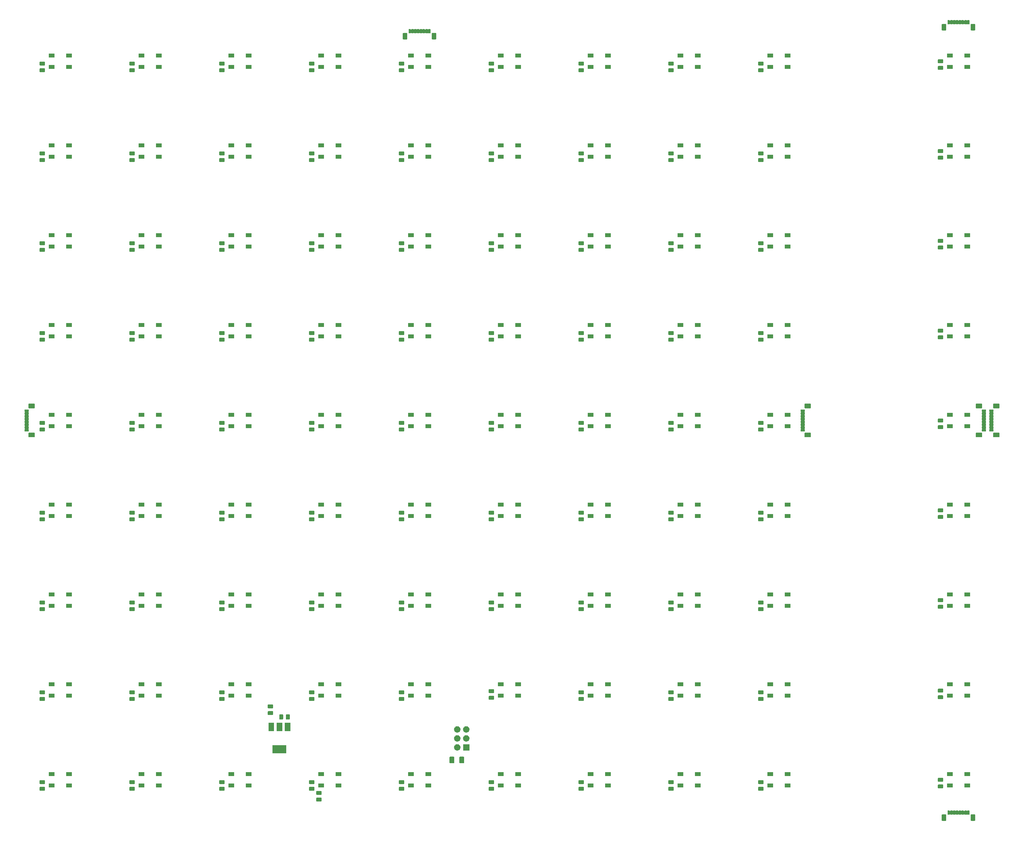
<source format=gbr>
G04 #@! TF.GenerationSoftware,KiCad,Pcbnew,(5.1.4)-1*
G04 #@! TF.CreationDate,2020-04-23T20:30:30-07:00*
G04 #@! TF.ProjectId,tetris,74657472-6973-42e6-9b69-6361645f7063,rev?*
G04 #@! TF.SameCoordinates,Original*
G04 #@! TF.FileFunction,Soldermask,Top*
G04 #@! TF.FilePolarity,Negative*
%FSLAX46Y46*%
G04 Gerber Fmt 4.6, Leading zero omitted, Abs format (unit mm)*
G04 Created by KiCad (PCBNEW (5.1.4)-1) date 2020-04-23 20:30:30*
%MOMM*%
%LPD*%
G04 APERTURE LIST*
%ADD10C,0.100000*%
G04 APERTURE END LIST*
D10*
G36*
X283991242Y-238413404D02*
G01*
X284028337Y-238424657D01*
X284062515Y-238442925D01*
X284092481Y-238467519D01*
X284117075Y-238497485D01*
X284135343Y-238531663D01*
X284146596Y-238568758D01*
X284151000Y-238613474D01*
X284151000Y-240006526D01*
X284146596Y-240051242D01*
X284135343Y-240088337D01*
X284117075Y-240122515D01*
X284092481Y-240152481D01*
X284062515Y-240177075D01*
X284028337Y-240195343D01*
X283991242Y-240206596D01*
X283946526Y-240211000D01*
X283053474Y-240211000D01*
X283008758Y-240206596D01*
X282971663Y-240195343D01*
X282937485Y-240177075D01*
X282907519Y-240152481D01*
X282882925Y-240122515D01*
X282864657Y-240088337D01*
X282853404Y-240051242D01*
X282849000Y-240006526D01*
X282849000Y-238613474D01*
X282853404Y-238568758D01*
X282864657Y-238531663D01*
X282882925Y-238497485D01*
X282907519Y-238467519D01*
X282937485Y-238442925D01*
X282971663Y-238424657D01*
X283008758Y-238413404D01*
X283053474Y-238409000D01*
X283946526Y-238409000D01*
X283991242Y-238413404D01*
X283991242Y-238413404D01*
G37*
G36*
X275791242Y-238413404D02*
G01*
X275828337Y-238424657D01*
X275862515Y-238442925D01*
X275892481Y-238467519D01*
X275917075Y-238497485D01*
X275935343Y-238531663D01*
X275946596Y-238568758D01*
X275951000Y-238613474D01*
X275951000Y-240006526D01*
X275946596Y-240051242D01*
X275935343Y-240088337D01*
X275917075Y-240122515D01*
X275892481Y-240152481D01*
X275862515Y-240177075D01*
X275828337Y-240195343D01*
X275791242Y-240206596D01*
X275746526Y-240211000D01*
X274853474Y-240211000D01*
X274808758Y-240206596D01*
X274771663Y-240195343D01*
X274737485Y-240177075D01*
X274707519Y-240152481D01*
X274682925Y-240122515D01*
X274664657Y-240088337D01*
X274653404Y-240051242D01*
X274649000Y-240006526D01*
X274649000Y-238613474D01*
X274653404Y-238568758D01*
X274664657Y-238531663D01*
X274682925Y-238497485D01*
X274707519Y-238467519D01*
X274737485Y-238442925D01*
X274771663Y-238424657D01*
X274808758Y-238413404D01*
X274853474Y-238409000D01*
X275746526Y-238409000D01*
X275791242Y-238413404D01*
X275791242Y-238413404D01*
G37*
G36*
X276830051Y-237311284D02*
G01*
X276846443Y-237316257D01*
X276861555Y-237324334D01*
X276874798Y-237335202D01*
X276885667Y-237348447D01*
X276889761Y-237356106D01*
X276903374Y-237376480D01*
X276920701Y-237393807D01*
X276941076Y-237407421D01*
X276963714Y-237416798D01*
X276987748Y-237421579D01*
X277012252Y-237421579D01*
X277036285Y-237416799D01*
X277058924Y-237407421D01*
X277079298Y-237393808D01*
X277096625Y-237376481D01*
X277110239Y-237356106D01*
X277114333Y-237348447D01*
X277125202Y-237335202D01*
X277138445Y-237324334D01*
X277153557Y-237316257D01*
X277169949Y-237311284D01*
X277193141Y-237309000D01*
X277606859Y-237309000D01*
X277630051Y-237311284D01*
X277646443Y-237316257D01*
X277661555Y-237324334D01*
X277674798Y-237335202D01*
X277685667Y-237348447D01*
X277689761Y-237356106D01*
X277703374Y-237376480D01*
X277720701Y-237393807D01*
X277741076Y-237407421D01*
X277763714Y-237416798D01*
X277787748Y-237421579D01*
X277812252Y-237421579D01*
X277836285Y-237416799D01*
X277858924Y-237407421D01*
X277879298Y-237393808D01*
X277896625Y-237376481D01*
X277910239Y-237356106D01*
X277914333Y-237348447D01*
X277925202Y-237335202D01*
X277938445Y-237324334D01*
X277953557Y-237316257D01*
X277969949Y-237311284D01*
X277993141Y-237309000D01*
X278406859Y-237309000D01*
X278430051Y-237311284D01*
X278446443Y-237316257D01*
X278461555Y-237324334D01*
X278474798Y-237335202D01*
X278485667Y-237348447D01*
X278489761Y-237356106D01*
X278503374Y-237376480D01*
X278520701Y-237393807D01*
X278541076Y-237407421D01*
X278563714Y-237416798D01*
X278587748Y-237421579D01*
X278612252Y-237421579D01*
X278636285Y-237416799D01*
X278658924Y-237407421D01*
X278679298Y-237393808D01*
X278696625Y-237376481D01*
X278710239Y-237356106D01*
X278714333Y-237348447D01*
X278725202Y-237335202D01*
X278738445Y-237324334D01*
X278753557Y-237316257D01*
X278769949Y-237311284D01*
X278793141Y-237309000D01*
X279206859Y-237309000D01*
X279230051Y-237311284D01*
X279246443Y-237316257D01*
X279261555Y-237324334D01*
X279274798Y-237335202D01*
X279285667Y-237348447D01*
X279289761Y-237356106D01*
X279303374Y-237376480D01*
X279320701Y-237393807D01*
X279341076Y-237407421D01*
X279363714Y-237416798D01*
X279387748Y-237421579D01*
X279412252Y-237421579D01*
X279436285Y-237416799D01*
X279458924Y-237407421D01*
X279479298Y-237393808D01*
X279496625Y-237376481D01*
X279510239Y-237356106D01*
X279514333Y-237348447D01*
X279525202Y-237335202D01*
X279538445Y-237324334D01*
X279553557Y-237316257D01*
X279569949Y-237311284D01*
X279593141Y-237309000D01*
X280006859Y-237309000D01*
X280030051Y-237311284D01*
X280046443Y-237316257D01*
X280061555Y-237324334D01*
X280074798Y-237335202D01*
X280085667Y-237348447D01*
X280089761Y-237356106D01*
X280103374Y-237376480D01*
X280120701Y-237393807D01*
X280141076Y-237407421D01*
X280163714Y-237416798D01*
X280187748Y-237421579D01*
X280212252Y-237421579D01*
X280236285Y-237416799D01*
X280258924Y-237407421D01*
X280279298Y-237393808D01*
X280296625Y-237376481D01*
X280310239Y-237356106D01*
X280314333Y-237348447D01*
X280325202Y-237335202D01*
X280338445Y-237324334D01*
X280353557Y-237316257D01*
X280369949Y-237311284D01*
X280393141Y-237309000D01*
X280806859Y-237309000D01*
X280830051Y-237311284D01*
X280846443Y-237316257D01*
X280861555Y-237324334D01*
X280874798Y-237335202D01*
X280885667Y-237348447D01*
X280889761Y-237356106D01*
X280903374Y-237376480D01*
X280920701Y-237393807D01*
X280941076Y-237407421D01*
X280963714Y-237416798D01*
X280987748Y-237421579D01*
X281012252Y-237421579D01*
X281036285Y-237416799D01*
X281058924Y-237407421D01*
X281079298Y-237393808D01*
X281096625Y-237376481D01*
X281110239Y-237356106D01*
X281114333Y-237348447D01*
X281125202Y-237335202D01*
X281138445Y-237324334D01*
X281153557Y-237316257D01*
X281169949Y-237311284D01*
X281193141Y-237309000D01*
X281606859Y-237309000D01*
X281630051Y-237311284D01*
X281646443Y-237316257D01*
X281661555Y-237324334D01*
X281674798Y-237335202D01*
X281685667Y-237348447D01*
X281689761Y-237356106D01*
X281703374Y-237376480D01*
X281720701Y-237393807D01*
X281741076Y-237407421D01*
X281763714Y-237416798D01*
X281787748Y-237421579D01*
X281812252Y-237421579D01*
X281836285Y-237416799D01*
X281858924Y-237407421D01*
X281879298Y-237393808D01*
X281896625Y-237376481D01*
X281910239Y-237356106D01*
X281914333Y-237348447D01*
X281925202Y-237335202D01*
X281938445Y-237324334D01*
X281953557Y-237316257D01*
X281969949Y-237311284D01*
X281993141Y-237309000D01*
X282406859Y-237309000D01*
X282430051Y-237311284D01*
X282446443Y-237316257D01*
X282461555Y-237324334D01*
X282474798Y-237335202D01*
X282485666Y-237348445D01*
X282493743Y-237363557D01*
X282498716Y-237379949D01*
X282501000Y-237403141D01*
X282501000Y-238416859D01*
X282498716Y-238440051D01*
X282493743Y-238456443D01*
X282485666Y-238471555D01*
X282474798Y-238484798D01*
X282461555Y-238495666D01*
X282446443Y-238503743D01*
X282430051Y-238508716D01*
X282406859Y-238511000D01*
X281993141Y-238511000D01*
X281969949Y-238508716D01*
X281953557Y-238503743D01*
X281938445Y-238495666D01*
X281925202Y-238484798D01*
X281914333Y-238471553D01*
X281910239Y-238463894D01*
X281896626Y-238443520D01*
X281879299Y-238426193D01*
X281858924Y-238412579D01*
X281836286Y-238403202D01*
X281812252Y-238398421D01*
X281787748Y-238398421D01*
X281763715Y-238403201D01*
X281741076Y-238412579D01*
X281720702Y-238426192D01*
X281703375Y-238443519D01*
X281689761Y-238463894D01*
X281685667Y-238471553D01*
X281674798Y-238484798D01*
X281661555Y-238495666D01*
X281646443Y-238503743D01*
X281630051Y-238508716D01*
X281606859Y-238511000D01*
X281193141Y-238511000D01*
X281169949Y-238508716D01*
X281153557Y-238503743D01*
X281138445Y-238495666D01*
X281125202Y-238484798D01*
X281114333Y-238471553D01*
X281110239Y-238463894D01*
X281096626Y-238443520D01*
X281079299Y-238426193D01*
X281058924Y-238412579D01*
X281036286Y-238403202D01*
X281012252Y-238398421D01*
X280987748Y-238398421D01*
X280963715Y-238403201D01*
X280941076Y-238412579D01*
X280920702Y-238426192D01*
X280903375Y-238443519D01*
X280889761Y-238463894D01*
X280885667Y-238471553D01*
X280874798Y-238484798D01*
X280861555Y-238495666D01*
X280846443Y-238503743D01*
X280830051Y-238508716D01*
X280806859Y-238511000D01*
X280393141Y-238511000D01*
X280369949Y-238508716D01*
X280353557Y-238503743D01*
X280338445Y-238495666D01*
X280325202Y-238484798D01*
X280314333Y-238471553D01*
X280310239Y-238463894D01*
X280296626Y-238443520D01*
X280279299Y-238426193D01*
X280258924Y-238412579D01*
X280236286Y-238403202D01*
X280212252Y-238398421D01*
X280187748Y-238398421D01*
X280163715Y-238403201D01*
X280141076Y-238412579D01*
X280120702Y-238426192D01*
X280103375Y-238443519D01*
X280089761Y-238463894D01*
X280085667Y-238471553D01*
X280074798Y-238484798D01*
X280061555Y-238495666D01*
X280046443Y-238503743D01*
X280030051Y-238508716D01*
X280006859Y-238511000D01*
X279593141Y-238511000D01*
X279569949Y-238508716D01*
X279553557Y-238503743D01*
X279538445Y-238495666D01*
X279525202Y-238484798D01*
X279514333Y-238471553D01*
X279510239Y-238463894D01*
X279496626Y-238443520D01*
X279479299Y-238426193D01*
X279458924Y-238412579D01*
X279436286Y-238403202D01*
X279412252Y-238398421D01*
X279387748Y-238398421D01*
X279363715Y-238403201D01*
X279341076Y-238412579D01*
X279320702Y-238426192D01*
X279303375Y-238443519D01*
X279289761Y-238463894D01*
X279285667Y-238471553D01*
X279274798Y-238484798D01*
X279261555Y-238495666D01*
X279246443Y-238503743D01*
X279230051Y-238508716D01*
X279206859Y-238511000D01*
X278793141Y-238511000D01*
X278769949Y-238508716D01*
X278753557Y-238503743D01*
X278738445Y-238495666D01*
X278725202Y-238484798D01*
X278714333Y-238471553D01*
X278710239Y-238463894D01*
X278696626Y-238443520D01*
X278679299Y-238426193D01*
X278658924Y-238412579D01*
X278636286Y-238403202D01*
X278612252Y-238398421D01*
X278587748Y-238398421D01*
X278563715Y-238403201D01*
X278541076Y-238412579D01*
X278520702Y-238426192D01*
X278503375Y-238443519D01*
X278489761Y-238463894D01*
X278485667Y-238471553D01*
X278474798Y-238484798D01*
X278461555Y-238495666D01*
X278446443Y-238503743D01*
X278430051Y-238508716D01*
X278406859Y-238511000D01*
X277993141Y-238511000D01*
X277969949Y-238508716D01*
X277953557Y-238503743D01*
X277938445Y-238495666D01*
X277925202Y-238484798D01*
X277914333Y-238471553D01*
X277910239Y-238463894D01*
X277896626Y-238443520D01*
X277879299Y-238426193D01*
X277858924Y-238412579D01*
X277836286Y-238403202D01*
X277812252Y-238398421D01*
X277787748Y-238398421D01*
X277763715Y-238403201D01*
X277741076Y-238412579D01*
X277720702Y-238426192D01*
X277703375Y-238443519D01*
X277689761Y-238463894D01*
X277685667Y-238471553D01*
X277674798Y-238484798D01*
X277661555Y-238495666D01*
X277646443Y-238503743D01*
X277630051Y-238508716D01*
X277606859Y-238511000D01*
X277193141Y-238511000D01*
X277169949Y-238508716D01*
X277153557Y-238503743D01*
X277138445Y-238495666D01*
X277125202Y-238484798D01*
X277114333Y-238471553D01*
X277110239Y-238463894D01*
X277096626Y-238443520D01*
X277079299Y-238426193D01*
X277058924Y-238412579D01*
X277036286Y-238403202D01*
X277012252Y-238398421D01*
X276987748Y-238398421D01*
X276963715Y-238403201D01*
X276941076Y-238412579D01*
X276920702Y-238426192D01*
X276903375Y-238443519D01*
X276889761Y-238463894D01*
X276885667Y-238471553D01*
X276874798Y-238484798D01*
X276861555Y-238495666D01*
X276846443Y-238503743D01*
X276830051Y-238508716D01*
X276806859Y-238511000D01*
X276393141Y-238511000D01*
X276369949Y-238508716D01*
X276353557Y-238503743D01*
X276338445Y-238495666D01*
X276325202Y-238484798D01*
X276314334Y-238471555D01*
X276306257Y-238456443D01*
X276301284Y-238440051D01*
X276299000Y-238416859D01*
X276299000Y-237403141D01*
X276301284Y-237379949D01*
X276306257Y-237363557D01*
X276314334Y-237348445D01*
X276325202Y-237335202D01*
X276338445Y-237324334D01*
X276353557Y-237316257D01*
X276369949Y-237311284D01*
X276393141Y-237309000D01*
X276806859Y-237309000D01*
X276830051Y-237311284D01*
X276830051Y-237311284D01*
G37*
G36*
X99136468Y-233654065D02*
G01*
X99175138Y-233665796D01*
X99210777Y-233684846D01*
X99242017Y-233710483D01*
X99267654Y-233741723D01*
X99286704Y-233777362D01*
X99298435Y-233816032D01*
X99303000Y-233862388D01*
X99303000Y-234513612D01*
X99298435Y-234559968D01*
X99286704Y-234598638D01*
X99267654Y-234634277D01*
X99242017Y-234665517D01*
X99210777Y-234691154D01*
X99175138Y-234710204D01*
X99136468Y-234721935D01*
X99090112Y-234726500D01*
X98013888Y-234726500D01*
X97967532Y-234721935D01*
X97928862Y-234710204D01*
X97893223Y-234691154D01*
X97861983Y-234665517D01*
X97836346Y-234634277D01*
X97817296Y-234598638D01*
X97805565Y-234559968D01*
X97801000Y-234513612D01*
X97801000Y-233862388D01*
X97805565Y-233816032D01*
X97817296Y-233777362D01*
X97836346Y-233741723D01*
X97861983Y-233710483D01*
X97893223Y-233684846D01*
X97928862Y-233665796D01*
X97967532Y-233654065D01*
X98013888Y-233649500D01*
X99090112Y-233649500D01*
X99136468Y-233654065D01*
X99136468Y-233654065D01*
G37*
G36*
X99136468Y-231779065D02*
G01*
X99175138Y-231790796D01*
X99210777Y-231809846D01*
X99242017Y-231835483D01*
X99267654Y-231866723D01*
X99286704Y-231902362D01*
X99298435Y-231941032D01*
X99303000Y-231987388D01*
X99303000Y-232638612D01*
X99298435Y-232684968D01*
X99286704Y-232723638D01*
X99267654Y-232759277D01*
X99242017Y-232790517D01*
X99210777Y-232816154D01*
X99175138Y-232835204D01*
X99136468Y-232846935D01*
X99090112Y-232851500D01*
X98013888Y-232851500D01*
X97967532Y-232846935D01*
X97928862Y-232835204D01*
X97893223Y-232816154D01*
X97861983Y-232790517D01*
X97836346Y-232759277D01*
X97817296Y-232723638D01*
X97805565Y-232684968D01*
X97801000Y-232638612D01*
X97801000Y-231987388D01*
X97805565Y-231941032D01*
X97817296Y-231902362D01*
X97836346Y-231866723D01*
X97861983Y-231835483D01*
X97893223Y-231809846D01*
X97928862Y-231790796D01*
X97967532Y-231779065D01*
X98013888Y-231774500D01*
X99090112Y-231774500D01*
X99136468Y-231779065D01*
X99136468Y-231779065D01*
G37*
G36*
X97104468Y-230606065D02*
G01*
X97143138Y-230617796D01*
X97178777Y-230636846D01*
X97210017Y-230662483D01*
X97235654Y-230693723D01*
X97254704Y-230729362D01*
X97266435Y-230768032D01*
X97271000Y-230814388D01*
X97271000Y-231465612D01*
X97266435Y-231511968D01*
X97254704Y-231550638D01*
X97235654Y-231586277D01*
X97210017Y-231617517D01*
X97178777Y-231643154D01*
X97143138Y-231662204D01*
X97104468Y-231673935D01*
X97058112Y-231678500D01*
X95981888Y-231678500D01*
X95935532Y-231673935D01*
X95896862Y-231662204D01*
X95861223Y-231643154D01*
X95829983Y-231617517D01*
X95804346Y-231586277D01*
X95785296Y-231550638D01*
X95773565Y-231511968D01*
X95769000Y-231465612D01*
X95769000Y-230814388D01*
X95773565Y-230768032D01*
X95785296Y-230729362D01*
X95804346Y-230693723D01*
X95829983Y-230662483D01*
X95861223Y-230636846D01*
X95896862Y-230617796D01*
X95935532Y-230606065D01*
X95981888Y-230601500D01*
X97058112Y-230601500D01*
X97104468Y-230606065D01*
X97104468Y-230606065D01*
G37*
G36*
X71704468Y-230606065D02*
G01*
X71743138Y-230617796D01*
X71778777Y-230636846D01*
X71810017Y-230662483D01*
X71835654Y-230693723D01*
X71854704Y-230729362D01*
X71866435Y-230768032D01*
X71871000Y-230814388D01*
X71871000Y-231465612D01*
X71866435Y-231511968D01*
X71854704Y-231550638D01*
X71835654Y-231586277D01*
X71810017Y-231617517D01*
X71778777Y-231643154D01*
X71743138Y-231662204D01*
X71704468Y-231673935D01*
X71658112Y-231678500D01*
X70581888Y-231678500D01*
X70535532Y-231673935D01*
X70496862Y-231662204D01*
X70461223Y-231643154D01*
X70429983Y-231617517D01*
X70404346Y-231586277D01*
X70385296Y-231550638D01*
X70373565Y-231511968D01*
X70369000Y-231465612D01*
X70369000Y-230814388D01*
X70373565Y-230768032D01*
X70385296Y-230729362D01*
X70404346Y-230693723D01*
X70429983Y-230662483D01*
X70461223Y-230636846D01*
X70496862Y-230617796D01*
X70535532Y-230606065D01*
X70581888Y-230601500D01*
X71658112Y-230601500D01*
X71704468Y-230606065D01*
X71704468Y-230606065D01*
G37*
G36*
X20904468Y-230606065D02*
G01*
X20943138Y-230617796D01*
X20978777Y-230636846D01*
X21010017Y-230662483D01*
X21035654Y-230693723D01*
X21054704Y-230729362D01*
X21066435Y-230768032D01*
X21071000Y-230814388D01*
X21071000Y-231465612D01*
X21066435Y-231511968D01*
X21054704Y-231550638D01*
X21035654Y-231586277D01*
X21010017Y-231617517D01*
X20978777Y-231643154D01*
X20943138Y-231662204D01*
X20904468Y-231673935D01*
X20858112Y-231678500D01*
X19781888Y-231678500D01*
X19735532Y-231673935D01*
X19696862Y-231662204D01*
X19661223Y-231643154D01*
X19629983Y-231617517D01*
X19604346Y-231586277D01*
X19585296Y-231550638D01*
X19573565Y-231511968D01*
X19569000Y-231465612D01*
X19569000Y-230814388D01*
X19573565Y-230768032D01*
X19585296Y-230729362D01*
X19604346Y-230693723D01*
X19629983Y-230662483D01*
X19661223Y-230636846D01*
X19696862Y-230617796D01*
X19735532Y-230606065D01*
X19781888Y-230601500D01*
X20858112Y-230601500D01*
X20904468Y-230606065D01*
X20904468Y-230606065D01*
G37*
G36*
X224104468Y-230606065D02*
G01*
X224143138Y-230617796D01*
X224178777Y-230636846D01*
X224210017Y-230662483D01*
X224235654Y-230693723D01*
X224254704Y-230729362D01*
X224266435Y-230768032D01*
X224271000Y-230814388D01*
X224271000Y-231465612D01*
X224266435Y-231511968D01*
X224254704Y-231550638D01*
X224235654Y-231586277D01*
X224210017Y-231617517D01*
X224178777Y-231643154D01*
X224143138Y-231662204D01*
X224104468Y-231673935D01*
X224058112Y-231678500D01*
X222981888Y-231678500D01*
X222935532Y-231673935D01*
X222896862Y-231662204D01*
X222861223Y-231643154D01*
X222829983Y-231617517D01*
X222804346Y-231586277D01*
X222785296Y-231550638D01*
X222773565Y-231511968D01*
X222769000Y-231465612D01*
X222769000Y-230814388D01*
X222773565Y-230768032D01*
X222785296Y-230729362D01*
X222804346Y-230693723D01*
X222829983Y-230662483D01*
X222861223Y-230636846D01*
X222896862Y-230617796D01*
X222935532Y-230606065D01*
X222981888Y-230601500D01*
X224058112Y-230601500D01*
X224104468Y-230606065D01*
X224104468Y-230606065D01*
G37*
G36*
X46304468Y-230606065D02*
G01*
X46343138Y-230617796D01*
X46378777Y-230636846D01*
X46410017Y-230662483D01*
X46435654Y-230693723D01*
X46454704Y-230729362D01*
X46466435Y-230768032D01*
X46471000Y-230814388D01*
X46471000Y-231465612D01*
X46466435Y-231511968D01*
X46454704Y-231550638D01*
X46435654Y-231586277D01*
X46410017Y-231617517D01*
X46378777Y-231643154D01*
X46343138Y-231662204D01*
X46304468Y-231673935D01*
X46258112Y-231678500D01*
X45181888Y-231678500D01*
X45135532Y-231673935D01*
X45096862Y-231662204D01*
X45061223Y-231643154D01*
X45029983Y-231617517D01*
X45004346Y-231586277D01*
X44985296Y-231550638D01*
X44973565Y-231511968D01*
X44969000Y-231465612D01*
X44969000Y-230814388D01*
X44973565Y-230768032D01*
X44985296Y-230729362D01*
X45004346Y-230693723D01*
X45029983Y-230662483D01*
X45061223Y-230636846D01*
X45096862Y-230617796D01*
X45135532Y-230606065D01*
X45181888Y-230601500D01*
X46258112Y-230601500D01*
X46304468Y-230606065D01*
X46304468Y-230606065D01*
G37*
G36*
X198704468Y-230606065D02*
G01*
X198743138Y-230617796D01*
X198778777Y-230636846D01*
X198810017Y-230662483D01*
X198835654Y-230693723D01*
X198854704Y-230729362D01*
X198866435Y-230768032D01*
X198871000Y-230814388D01*
X198871000Y-231465612D01*
X198866435Y-231511968D01*
X198854704Y-231550638D01*
X198835654Y-231586277D01*
X198810017Y-231617517D01*
X198778777Y-231643154D01*
X198743138Y-231662204D01*
X198704468Y-231673935D01*
X198658112Y-231678500D01*
X197581888Y-231678500D01*
X197535532Y-231673935D01*
X197496862Y-231662204D01*
X197461223Y-231643154D01*
X197429983Y-231617517D01*
X197404346Y-231586277D01*
X197385296Y-231550638D01*
X197373565Y-231511968D01*
X197369000Y-231465612D01*
X197369000Y-230814388D01*
X197373565Y-230768032D01*
X197385296Y-230729362D01*
X197404346Y-230693723D01*
X197429983Y-230662483D01*
X197461223Y-230636846D01*
X197496862Y-230617796D01*
X197535532Y-230606065D01*
X197581888Y-230601500D01*
X198658112Y-230601500D01*
X198704468Y-230606065D01*
X198704468Y-230606065D01*
G37*
G36*
X173304468Y-230606065D02*
G01*
X173343138Y-230617796D01*
X173378777Y-230636846D01*
X173410017Y-230662483D01*
X173435654Y-230693723D01*
X173454704Y-230729362D01*
X173466435Y-230768032D01*
X173471000Y-230814388D01*
X173471000Y-231465612D01*
X173466435Y-231511968D01*
X173454704Y-231550638D01*
X173435654Y-231586277D01*
X173410017Y-231617517D01*
X173378777Y-231643154D01*
X173343138Y-231662204D01*
X173304468Y-231673935D01*
X173258112Y-231678500D01*
X172181888Y-231678500D01*
X172135532Y-231673935D01*
X172096862Y-231662204D01*
X172061223Y-231643154D01*
X172029983Y-231617517D01*
X172004346Y-231586277D01*
X171985296Y-231550638D01*
X171973565Y-231511968D01*
X171969000Y-231465612D01*
X171969000Y-230814388D01*
X171973565Y-230768032D01*
X171985296Y-230729362D01*
X172004346Y-230693723D01*
X172029983Y-230662483D01*
X172061223Y-230636846D01*
X172096862Y-230617796D01*
X172135532Y-230606065D01*
X172181888Y-230601500D01*
X173258112Y-230601500D01*
X173304468Y-230606065D01*
X173304468Y-230606065D01*
G37*
G36*
X147904468Y-230606065D02*
G01*
X147943138Y-230617796D01*
X147978777Y-230636846D01*
X148010017Y-230662483D01*
X148035654Y-230693723D01*
X148054704Y-230729362D01*
X148066435Y-230768032D01*
X148071000Y-230814388D01*
X148071000Y-231465612D01*
X148066435Y-231511968D01*
X148054704Y-231550638D01*
X148035654Y-231586277D01*
X148010017Y-231617517D01*
X147978777Y-231643154D01*
X147943138Y-231662204D01*
X147904468Y-231673935D01*
X147858112Y-231678500D01*
X146781888Y-231678500D01*
X146735532Y-231673935D01*
X146696862Y-231662204D01*
X146661223Y-231643154D01*
X146629983Y-231617517D01*
X146604346Y-231586277D01*
X146585296Y-231550638D01*
X146573565Y-231511968D01*
X146569000Y-231465612D01*
X146569000Y-230814388D01*
X146573565Y-230768032D01*
X146585296Y-230729362D01*
X146604346Y-230693723D01*
X146629983Y-230662483D01*
X146661223Y-230636846D01*
X146696862Y-230617796D01*
X146735532Y-230606065D01*
X146781888Y-230601500D01*
X147858112Y-230601500D01*
X147904468Y-230606065D01*
X147904468Y-230606065D01*
G37*
G36*
X122504468Y-230606065D02*
G01*
X122543138Y-230617796D01*
X122578777Y-230636846D01*
X122610017Y-230662483D01*
X122635654Y-230693723D01*
X122654704Y-230729362D01*
X122666435Y-230768032D01*
X122671000Y-230814388D01*
X122671000Y-231465612D01*
X122666435Y-231511968D01*
X122654704Y-231550638D01*
X122635654Y-231586277D01*
X122610017Y-231617517D01*
X122578777Y-231643154D01*
X122543138Y-231662204D01*
X122504468Y-231673935D01*
X122458112Y-231678500D01*
X121381888Y-231678500D01*
X121335532Y-231673935D01*
X121296862Y-231662204D01*
X121261223Y-231643154D01*
X121229983Y-231617517D01*
X121204346Y-231586277D01*
X121185296Y-231550638D01*
X121173565Y-231511968D01*
X121169000Y-231465612D01*
X121169000Y-230814388D01*
X121173565Y-230768032D01*
X121185296Y-230729362D01*
X121204346Y-230693723D01*
X121229983Y-230662483D01*
X121261223Y-230636846D01*
X121296862Y-230617796D01*
X121335532Y-230606065D01*
X121381888Y-230601500D01*
X122458112Y-230601500D01*
X122504468Y-230606065D01*
X122504468Y-230606065D01*
G37*
G36*
X274904468Y-229941065D02*
G01*
X274943138Y-229952796D01*
X274978777Y-229971846D01*
X275010017Y-229997483D01*
X275035654Y-230028723D01*
X275054704Y-230064362D01*
X275066435Y-230103032D01*
X275071000Y-230149388D01*
X275071000Y-230800612D01*
X275066435Y-230846968D01*
X275054704Y-230885638D01*
X275035654Y-230921277D01*
X275010017Y-230952517D01*
X274978777Y-230978154D01*
X274943138Y-230997204D01*
X274904468Y-231008935D01*
X274858112Y-231013500D01*
X273781888Y-231013500D01*
X273735532Y-231008935D01*
X273696862Y-230997204D01*
X273661223Y-230978154D01*
X273629983Y-230952517D01*
X273604346Y-230921277D01*
X273585296Y-230885638D01*
X273573565Y-230846968D01*
X273569000Y-230800612D01*
X273569000Y-230149388D01*
X273573565Y-230103032D01*
X273585296Y-230064362D01*
X273604346Y-230028723D01*
X273629983Y-229997483D01*
X273661223Y-229971846D01*
X273696862Y-229952796D01*
X273735532Y-229941065D01*
X273781888Y-229936500D01*
X274858112Y-229936500D01*
X274904468Y-229941065D01*
X274904468Y-229941065D01*
G37*
G36*
X277751000Y-230751000D02*
G01*
X276149000Y-230751000D01*
X276149000Y-229649000D01*
X277751000Y-229649000D01*
X277751000Y-230751000D01*
X277751000Y-230751000D01*
G37*
G36*
X23751000Y-230751000D02*
G01*
X22149000Y-230751000D01*
X22149000Y-229649000D01*
X23751000Y-229649000D01*
X23751000Y-230751000D01*
X23751000Y-230751000D01*
G37*
G36*
X28651000Y-230751000D02*
G01*
X27049000Y-230751000D01*
X27049000Y-229649000D01*
X28651000Y-229649000D01*
X28651000Y-230751000D01*
X28651000Y-230751000D01*
G37*
G36*
X49151000Y-230751000D02*
G01*
X47549000Y-230751000D01*
X47549000Y-229649000D01*
X49151000Y-229649000D01*
X49151000Y-230751000D01*
X49151000Y-230751000D01*
G37*
G36*
X54051000Y-230751000D02*
G01*
X52449000Y-230751000D01*
X52449000Y-229649000D01*
X54051000Y-229649000D01*
X54051000Y-230751000D01*
X54051000Y-230751000D01*
G37*
G36*
X74551000Y-230751000D02*
G01*
X72949000Y-230751000D01*
X72949000Y-229649000D01*
X74551000Y-229649000D01*
X74551000Y-230751000D01*
X74551000Y-230751000D01*
G37*
G36*
X79451000Y-230751000D02*
G01*
X77849000Y-230751000D01*
X77849000Y-229649000D01*
X79451000Y-229649000D01*
X79451000Y-230751000D01*
X79451000Y-230751000D01*
G37*
G36*
X99951000Y-230751000D02*
G01*
X98349000Y-230751000D01*
X98349000Y-229649000D01*
X99951000Y-229649000D01*
X99951000Y-230751000D01*
X99951000Y-230751000D01*
G37*
G36*
X104851000Y-230751000D02*
G01*
X103249000Y-230751000D01*
X103249000Y-229649000D01*
X104851000Y-229649000D01*
X104851000Y-230751000D01*
X104851000Y-230751000D01*
G37*
G36*
X125351000Y-230751000D02*
G01*
X123749000Y-230751000D01*
X123749000Y-229649000D01*
X125351000Y-229649000D01*
X125351000Y-230751000D01*
X125351000Y-230751000D01*
G37*
G36*
X155651000Y-230751000D02*
G01*
X154049000Y-230751000D01*
X154049000Y-229649000D01*
X155651000Y-229649000D01*
X155651000Y-230751000D01*
X155651000Y-230751000D01*
G37*
G36*
X201551000Y-230751000D02*
G01*
X199949000Y-230751000D01*
X199949000Y-229649000D01*
X201551000Y-229649000D01*
X201551000Y-230751000D01*
X201551000Y-230751000D01*
G37*
G36*
X226951000Y-230751000D02*
G01*
X225349000Y-230751000D01*
X225349000Y-229649000D01*
X226951000Y-229649000D01*
X226951000Y-230751000D01*
X226951000Y-230751000D01*
G37*
G36*
X231851000Y-230751000D02*
G01*
X230249000Y-230751000D01*
X230249000Y-229649000D01*
X231851000Y-229649000D01*
X231851000Y-230751000D01*
X231851000Y-230751000D01*
G37*
G36*
X130251000Y-230751000D02*
G01*
X128649000Y-230751000D01*
X128649000Y-229649000D01*
X130251000Y-229649000D01*
X130251000Y-230751000D01*
X130251000Y-230751000D01*
G37*
G36*
X206451000Y-230751000D02*
G01*
X204849000Y-230751000D01*
X204849000Y-229649000D01*
X206451000Y-229649000D01*
X206451000Y-230751000D01*
X206451000Y-230751000D01*
G37*
G36*
X176151000Y-230751000D02*
G01*
X174549000Y-230751000D01*
X174549000Y-229649000D01*
X176151000Y-229649000D01*
X176151000Y-230751000D01*
X176151000Y-230751000D01*
G37*
G36*
X181051000Y-230751000D02*
G01*
X179449000Y-230751000D01*
X179449000Y-229649000D01*
X181051000Y-229649000D01*
X181051000Y-230751000D01*
X181051000Y-230751000D01*
G37*
G36*
X150751000Y-230751000D02*
G01*
X149149000Y-230751000D01*
X149149000Y-229649000D01*
X150751000Y-229649000D01*
X150751000Y-230751000D01*
X150751000Y-230751000D01*
G37*
G36*
X282651000Y-230751000D02*
G01*
X281049000Y-230751000D01*
X281049000Y-229649000D01*
X282651000Y-229649000D01*
X282651000Y-230751000D01*
X282651000Y-230751000D01*
G37*
G36*
X97104468Y-228731065D02*
G01*
X97143138Y-228742796D01*
X97178777Y-228761846D01*
X97210017Y-228787483D01*
X97235654Y-228818723D01*
X97254704Y-228854362D01*
X97266435Y-228893032D01*
X97271000Y-228939388D01*
X97271000Y-229590612D01*
X97266435Y-229636968D01*
X97254704Y-229675638D01*
X97235654Y-229711277D01*
X97210017Y-229742517D01*
X97178777Y-229768154D01*
X97143138Y-229787204D01*
X97104468Y-229798935D01*
X97058112Y-229803500D01*
X95981888Y-229803500D01*
X95935532Y-229798935D01*
X95896862Y-229787204D01*
X95861223Y-229768154D01*
X95829983Y-229742517D01*
X95804346Y-229711277D01*
X95785296Y-229675638D01*
X95773565Y-229636968D01*
X95769000Y-229590612D01*
X95769000Y-228939388D01*
X95773565Y-228893032D01*
X95785296Y-228854362D01*
X95804346Y-228818723D01*
X95829983Y-228787483D01*
X95861223Y-228761846D01*
X95896862Y-228742796D01*
X95935532Y-228731065D01*
X95981888Y-228726500D01*
X97058112Y-228726500D01*
X97104468Y-228731065D01*
X97104468Y-228731065D01*
G37*
G36*
X147904468Y-228731065D02*
G01*
X147943138Y-228742796D01*
X147978777Y-228761846D01*
X148010017Y-228787483D01*
X148035654Y-228818723D01*
X148054704Y-228854362D01*
X148066435Y-228893032D01*
X148071000Y-228939388D01*
X148071000Y-229590612D01*
X148066435Y-229636968D01*
X148054704Y-229675638D01*
X148035654Y-229711277D01*
X148010017Y-229742517D01*
X147978777Y-229768154D01*
X147943138Y-229787204D01*
X147904468Y-229798935D01*
X147858112Y-229803500D01*
X146781888Y-229803500D01*
X146735532Y-229798935D01*
X146696862Y-229787204D01*
X146661223Y-229768154D01*
X146629983Y-229742517D01*
X146604346Y-229711277D01*
X146585296Y-229675638D01*
X146573565Y-229636968D01*
X146569000Y-229590612D01*
X146569000Y-228939388D01*
X146573565Y-228893032D01*
X146585296Y-228854362D01*
X146604346Y-228818723D01*
X146629983Y-228787483D01*
X146661223Y-228761846D01*
X146696862Y-228742796D01*
X146735532Y-228731065D01*
X146781888Y-228726500D01*
X147858112Y-228726500D01*
X147904468Y-228731065D01*
X147904468Y-228731065D01*
G37*
G36*
X122504468Y-228731065D02*
G01*
X122543138Y-228742796D01*
X122578777Y-228761846D01*
X122610017Y-228787483D01*
X122635654Y-228818723D01*
X122654704Y-228854362D01*
X122666435Y-228893032D01*
X122671000Y-228939388D01*
X122671000Y-229590612D01*
X122666435Y-229636968D01*
X122654704Y-229675638D01*
X122635654Y-229711277D01*
X122610017Y-229742517D01*
X122578777Y-229768154D01*
X122543138Y-229787204D01*
X122504468Y-229798935D01*
X122458112Y-229803500D01*
X121381888Y-229803500D01*
X121335532Y-229798935D01*
X121296862Y-229787204D01*
X121261223Y-229768154D01*
X121229983Y-229742517D01*
X121204346Y-229711277D01*
X121185296Y-229675638D01*
X121173565Y-229636968D01*
X121169000Y-229590612D01*
X121169000Y-228939388D01*
X121173565Y-228893032D01*
X121185296Y-228854362D01*
X121204346Y-228818723D01*
X121229983Y-228787483D01*
X121261223Y-228761846D01*
X121296862Y-228742796D01*
X121335532Y-228731065D01*
X121381888Y-228726500D01*
X122458112Y-228726500D01*
X122504468Y-228731065D01*
X122504468Y-228731065D01*
G37*
G36*
X224104468Y-228731065D02*
G01*
X224143138Y-228742796D01*
X224178777Y-228761846D01*
X224210017Y-228787483D01*
X224235654Y-228818723D01*
X224254704Y-228854362D01*
X224266435Y-228893032D01*
X224271000Y-228939388D01*
X224271000Y-229590612D01*
X224266435Y-229636968D01*
X224254704Y-229675638D01*
X224235654Y-229711277D01*
X224210017Y-229742517D01*
X224178777Y-229768154D01*
X224143138Y-229787204D01*
X224104468Y-229798935D01*
X224058112Y-229803500D01*
X222981888Y-229803500D01*
X222935532Y-229798935D01*
X222896862Y-229787204D01*
X222861223Y-229768154D01*
X222829983Y-229742517D01*
X222804346Y-229711277D01*
X222785296Y-229675638D01*
X222773565Y-229636968D01*
X222769000Y-229590612D01*
X222769000Y-228939388D01*
X222773565Y-228893032D01*
X222785296Y-228854362D01*
X222804346Y-228818723D01*
X222829983Y-228787483D01*
X222861223Y-228761846D01*
X222896862Y-228742796D01*
X222935532Y-228731065D01*
X222981888Y-228726500D01*
X224058112Y-228726500D01*
X224104468Y-228731065D01*
X224104468Y-228731065D01*
G37*
G36*
X71704468Y-228731065D02*
G01*
X71743138Y-228742796D01*
X71778777Y-228761846D01*
X71810017Y-228787483D01*
X71835654Y-228818723D01*
X71854704Y-228854362D01*
X71866435Y-228893032D01*
X71871000Y-228939388D01*
X71871000Y-229590612D01*
X71866435Y-229636968D01*
X71854704Y-229675638D01*
X71835654Y-229711277D01*
X71810017Y-229742517D01*
X71778777Y-229768154D01*
X71743138Y-229787204D01*
X71704468Y-229798935D01*
X71658112Y-229803500D01*
X70581888Y-229803500D01*
X70535532Y-229798935D01*
X70496862Y-229787204D01*
X70461223Y-229768154D01*
X70429983Y-229742517D01*
X70404346Y-229711277D01*
X70385296Y-229675638D01*
X70373565Y-229636968D01*
X70369000Y-229590612D01*
X70369000Y-228939388D01*
X70373565Y-228893032D01*
X70385296Y-228854362D01*
X70404346Y-228818723D01*
X70429983Y-228787483D01*
X70461223Y-228761846D01*
X70496862Y-228742796D01*
X70535532Y-228731065D01*
X70581888Y-228726500D01*
X71658112Y-228726500D01*
X71704468Y-228731065D01*
X71704468Y-228731065D01*
G37*
G36*
X20904468Y-228731065D02*
G01*
X20943138Y-228742796D01*
X20978777Y-228761846D01*
X21010017Y-228787483D01*
X21035654Y-228818723D01*
X21054704Y-228854362D01*
X21066435Y-228893032D01*
X21071000Y-228939388D01*
X21071000Y-229590612D01*
X21066435Y-229636968D01*
X21054704Y-229675638D01*
X21035654Y-229711277D01*
X21010017Y-229742517D01*
X20978777Y-229768154D01*
X20943138Y-229787204D01*
X20904468Y-229798935D01*
X20858112Y-229803500D01*
X19781888Y-229803500D01*
X19735532Y-229798935D01*
X19696862Y-229787204D01*
X19661223Y-229768154D01*
X19629983Y-229742517D01*
X19604346Y-229711277D01*
X19585296Y-229675638D01*
X19573565Y-229636968D01*
X19569000Y-229590612D01*
X19569000Y-228939388D01*
X19573565Y-228893032D01*
X19585296Y-228854362D01*
X19604346Y-228818723D01*
X19629983Y-228787483D01*
X19661223Y-228761846D01*
X19696862Y-228742796D01*
X19735532Y-228731065D01*
X19781888Y-228726500D01*
X20858112Y-228726500D01*
X20904468Y-228731065D01*
X20904468Y-228731065D01*
G37*
G36*
X198704468Y-228731065D02*
G01*
X198743138Y-228742796D01*
X198778777Y-228761846D01*
X198810017Y-228787483D01*
X198835654Y-228818723D01*
X198854704Y-228854362D01*
X198866435Y-228893032D01*
X198871000Y-228939388D01*
X198871000Y-229590612D01*
X198866435Y-229636968D01*
X198854704Y-229675638D01*
X198835654Y-229711277D01*
X198810017Y-229742517D01*
X198778777Y-229768154D01*
X198743138Y-229787204D01*
X198704468Y-229798935D01*
X198658112Y-229803500D01*
X197581888Y-229803500D01*
X197535532Y-229798935D01*
X197496862Y-229787204D01*
X197461223Y-229768154D01*
X197429983Y-229742517D01*
X197404346Y-229711277D01*
X197385296Y-229675638D01*
X197373565Y-229636968D01*
X197369000Y-229590612D01*
X197369000Y-228939388D01*
X197373565Y-228893032D01*
X197385296Y-228854362D01*
X197404346Y-228818723D01*
X197429983Y-228787483D01*
X197461223Y-228761846D01*
X197496862Y-228742796D01*
X197535532Y-228731065D01*
X197581888Y-228726500D01*
X198658112Y-228726500D01*
X198704468Y-228731065D01*
X198704468Y-228731065D01*
G37*
G36*
X46304468Y-228731065D02*
G01*
X46343138Y-228742796D01*
X46378777Y-228761846D01*
X46410017Y-228787483D01*
X46435654Y-228818723D01*
X46454704Y-228854362D01*
X46466435Y-228893032D01*
X46471000Y-228939388D01*
X46471000Y-229590612D01*
X46466435Y-229636968D01*
X46454704Y-229675638D01*
X46435654Y-229711277D01*
X46410017Y-229742517D01*
X46378777Y-229768154D01*
X46343138Y-229787204D01*
X46304468Y-229798935D01*
X46258112Y-229803500D01*
X45181888Y-229803500D01*
X45135532Y-229798935D01*
X45096862Y-229787204D01*
X45061223Y-229768154D01*
X45029983Y-229742517D01*
X45004346Y-229711277D01*
X44985296Y-229675638D01*
X44973565Y-229636968D01*
X44969000Y-229590612D01*
X44969000Y-228939388D01*
X44973565Y-228893032D01*
X44985296Y-228854362D01*
X45004346Y-228818723D01*
X45029983Y-228787483D01*
X45061223Y-228761846D01*
X45096862Y-228742796D01*
X45135532Y-228731065D01*
X45181888Y-228726500D01*
X46258112Y-228726500D01*
X46304468Y-228731065D01*
X46304468Y-228731065D01*
G37*
G36*
X173304468Y-228731065D02*
G01*
X173343138Y-228742796D01*
X173378777Y-228761846D01*
X173410017Y-228787483D01*
X173435654Y-228818723D01*
X173454704Y-228854362D01*
X173466435Y-228893032D01*
X173471000Y-228939388D01*
X173471000Y-229590612D01*
X173466435Y-229636968D01*
X173454704Y-229675638D01*
X173435654Y-229711277D01*
X173410017Y-229742517D01*
X173378777Y-229768154D01*
X173343138Y-229787204D01*
X173304468Y-229798935D01*
X173258112Y-229803500D01*
X172181888Y-229803500D01*
X172135532Y-229798935D01*
X172096862Y-229787204D01*
X172061223Y-229768154D01*
X172029983Y-229742517D01*
X172004346Y-229711277D01*
X171985296Y-229675638D01*
X171973565Y-229636968D01*
X171969000Y-229590612D01*
X171969000Y-228939388D01*
X171973565Y-228893032D01*
X171985296Y-228854362D01*
X172004346Y-228818723D01*
X172029983Y-228787483D01*
X172061223Y-228761846D01*
X172096862Y-228742796D01*
X172135532Y-228731065D01*
X172181888Y-228726500D01*
X173258112Y-228726500D01*
X173304468Y-228731065D01*
X173304468Y-228731065D01*
G37*
G36*
X274904468Y-228066065D02*
G01*
X274943138Y-228077796D01*
X274978777Y-228096846D01*
X275010017Y-228122483D01*
X275035654Y-228153723D01*
X275054704Y-228189362D01*
X275066435Y-228228032D01*
X275071000Y-228274388D01*
X275071000Y-228925612D01*
X275066435Y-228971968D01*
X275054704Y-229010638D01*
X275035654Y-229046277D01*
X275010017Y-229077517D01*
X274978777Y-229103154D01*
X274943138Y-229122204D01*
X274904468Y-229133935D01*
X274858112Y-229138500D01*
X273781888Y-229138500D01*
X273735532Y-229133935D01*
X273696862Y-229122204D01*
X273661223Y-229103154D01*
X273629983Y-229077517D01*
X273604346Y-229046277D01*
X273585296Y-229010638D01*
X273573565Y-228971968D01*
X273569000Y-228925612D01*
X273569000Y-228274388D01*
X273573565Y-228228032D01*
X273585296Y-228189362D01*
X273604346Y-228153723D01*
X273629983Y-228122483D01*
X273661223Y-228096846D01*
X273696862Y-228077796D01*
X273735532Y-228066065D01*
X273781888Y-228061500D01*
X274858112Y-228061500D01*
X274904468Y-228066065D01*
X274904468Y-228066065D01*
G37*
G36*
X74551000Y-227551000D02*
G01*
X72949000Y-227551000D01*
X72949000Y-226449000D01*
X74551000Y-226449000D01*
X74551000Y-227551000D01*
X74551000Y-227551000D01*
G37*
G36*
X277751000Y-227551000D02*
G01*
X276149000Y-227551000D01*
X276149000Y-226449000D01*
X277751000Y-226449000D01*
X277751000Y-227551000D01*
X277751000Y-227551000D01*
G37*
G36*
X282651000Y-227551000D02*
G01*
X281049000Y-227551000D01*
X281049000Y-226449000D01*
X282651000Y-226449000D01*
X282651000Y-227551000D01*
X282651000Y-227551000D01*
G37*
G36*
X206451000Y-227551000D02*
G01*
X204849000Y-227551000D01*
X204849000Y-226449000D01*
X206451000Y-226449000D01*
X206451000Y-227551000D01*
X206451000Y-227551000D01*
G37*
G36*
X99951000Y-227551000D02*
G01*
X98349000Y-227551000D01*
X98349000Y-226449000D01*
X99951000Y-226449000D01*
X99951000Y-227551000D01*
X99951000Y-227551000D01*
G37*
G36*
X130251000Y-227551000D02*
G01*
X128649000Y-227551000D01*
X128649000Y-226449000D01*
X130251000Y-226449000D01*
X130251000Y-227551000D01*
X130251000Y-227551000D01*
G37*
G36*
X104851000Y-227551000D02*
G01*
X103249000Y-227551000D01*
X103249000Y-226449000D01*
X104851000Y-226449000D01*
X104851000Y-227551000D01*
X104851000Y-227551000D01*
G37*
G36*
X176151000Y-227551000D02*
G01*
X174549000Y-227551000D01*
X174549000Y-226449000D01*
X176151000Y-226449000D01*
X176151000Y-227551000D01*
X176151000Y-227551000D01*
G37*
G36*
X79451000Y-227551000D02*
G01*
X77849000Y-227551000D01*
X77849000Y-226449000D01*
X79451000Y-226449000D01*
X79451000Y-227551000D01*
X79451000Y-227551000D01*
G37*
G36*
X181051000Y-227551000D02*
G01*
X179449000Y-227551000D01*
X179449000Y-226449000D01*
X181051000Y-226449000D01*
X181051000Y-227551000D01*
X181051000Y-227551000D01*
G37*
G36*
X49151000Y-227551000D02*
G01*
X47549000Y-227551000D01*
X47549000Y-226449000D01*
X49151000Y-226449000D01*
X49151000Y-227551000D01*
X49151000Y-227551000D01*
G37*
G36*
X28651000Y-227551000D02*
G01*
X27049000Y-227551000D01*
X27049000Y-226449000D01*
X28651000Y-226449000D01*
X28651000Y-227551000D01*
X28651000Y-227551000D01*
G37*
G36*
X231851000Y-227551000D02*
G01*
X230249000Y-227551000D01*
X230249000Y-226449000D01*
X231851000Y-226449000D01*
X231851000Y-227551000D01*
X231851000Y-227551000D01*
G37*
G36*
X155651000Y-227551000D02*
G01*
X154049000Y-227551000D01*
X154049000Y-226449000D01*
X155651000Y-226449000D01*
X155651000Y-227551000D01*
X155651000Y-227551000D01*
G37*
G36*
X125351000Y-227551000D02*
G01*
X123749000Y-227551000D01*
X123749000Y-226449000D01*
X125351000Y-226449000D01*
X125351000Y-227551000D01*
X125351000Y-227551000D01*
G37*
G36*
X54051000Y-227551000D02*
G01*
X52449000Y-227551000D01*
X52449000Y-226449000D01*
X54051000Y-226449000D01*
X54051000Y-227551000D01*
X54051000Y-227551000D01*
G37*
G36*
X23751000Y-227551000D02*
G01*
X22149000Y-227551000D01*
X22149000Y-226449000D01*
X23751000Y-226449000D01*
X23751000Y-227551000D01*
X23751000Y-227551000D01*
G37*
G36*
X226951000Y-227551000D02*
G01*
X225349000Y-227551000D01*
X225349000Y-226449000D01*
X226951000Y-226449000D01*
X226951000Y-227551000D01*
X226951000Y-227551000D01*
G37*
G36*
X201551000Y-227551000D02*
G01*
X199949000Y-227551000D01*
X199949000Y-226449000D01*
X201551000Y-226449000D01*
X201551000Y-227551000D01*
X201551000Y-227551000D01*
G37*
G36*
X150751000Y-227551000D02*
G01*
X149149000Y-227551000D01*
X149149000Y-226449000D01*
X150751000Y-226449000D01*
X150751000Y-227551000D01*
X150751000Y-227551000D01*
G37*
G36*
X139462604Y-222090347D02*
G01*
X139499144Y-222101432D01*
X139532821Y-222119433D01*
X139562341Y-222143659D01*
X139586567Y-222173179D01*
X139604568Y-222206856D01*
X139615653Y-222243396D01*
X139620000Y-222287538D01*
X139620000Y-223736462D01*
X139615653Y-223780604D01*
X139604568Y-223817144D01*
X139586567Y-223850821D01*
X139562341Y-223880341D01*
X139532821Y-223904567D01*
X139499144Y-223922568D01*
X139462604Y-223933653D01*
X139418462Y-223938000D01*
X138469538Y-223938000D01*
X138425396Y-223933653D01*
X138388856Y-223922568D01*
X138355179Y-223904567D01*
X138325659Y-223880341D01*
X138301433Y-223850821D01*
X138283432Y-223817144D01*
X138272347Y-223780604D01*
X138268000Y-223736462D01*
X138268000Y-222287538D01*
X138272347Y-222243396D01*
X138283432Y-222206856D01*
X138301433Y-222173179D01*
X138325659Y-222143659D01*
X138355179Y-222119433D01*
X138388856Y-222101432D01*
X138425396Y-222090347D01*
X138469538Y-222086000D01*
X139418462Y-222086000D01*
X139462604Y-222090347D01*
X139462604Y-222090347D01*
G37*
G36*
X136662604Y-222090347D02*
G01*
X136699144Y-222101432D01*
X136732821Y-222119433D01*
X136762341Y-222143659D01*
X136786567Y-222173179D01*
X136804568Y-222206856D01*
X136815653Y-222243396D01*
X136820000Y-222287538D01*
X136820000Y-223736462D01*
X136815653Y-223780604D01*
X136804568Y-223817144D01*
X136786567Y-223850821D01*
X136762341Y-223880341D01*
X136732821Y-223904567D01*
X136699144Y-223922568D01*
X136662604Y-223933653D01*
X136618462Y-223938000D01*
X135669538Y-223938000D01*
X135625396Y-223933653D01*
X135588856Y-223922568D01*
X135555179Y-223904567D01*
X135525659Y-223880341D01*
X135501433Y-223850821D01*
X135483432Y-223817144D01*
X135472347Y-223780604D01*
X135468000Y-223736462D01*
X135468000Y-222287538D01*
X135472347Y-222243396D01*
X135483432Y-222206856D01*
X135501433Y-222173179D01*
X135525659Y-222143659D01*
X135555179Y-222119433D01*
X135588856Y-222101432D01*
X135625396Y-222090347D01*
X135669538Y-222086000D01*
X136618462Y-222086000D01*
X136662604Y-222090347D01*
X136662604Y-222090347D01*
G37*
G36*
X89327000Y-221115000D02*
G01*
X85425000Y-221115000D01*
X85425000Y-218813000D01*
X89327000Y-218813000D01*
X89327000Y-221115000D01*
X89327000Y-221115000D01*
G37*
G36*
X141109000Y-220357000D02*
G01*
X139307000Y-220357000D01*
X139307000Y-218555000D01*
X141109000Y-218555000D01*
X141109000Y-220357000D01*
X141109000Y-220357000D01*
G37*
G36*
X137778443Y-218561519D02*
G01*
X137844627Y-218568037D01*
X138014466Y-218619557D01*
X138170991Y-218703222D01*
X138206729Y-218732552D01*
X138308186Y-218815814D01*
X138391448Y-218917271D01*
X138420778Y-218953009D01*
X138504443Y-219109534D01*
X138555963Y-219279373D01*
X138573359Y-219456000D01*
X138555963Y-219632627D01*
X138504443Y-219802466D01*
X138420778Y-219958991D01*
X138391448Y-219994729D01*
X138308186Y-220096186D01*
X138206729Y-220179448D01*
X138170991Y-220208778D01*
X138014466Y-220292443D01*
X137844627Y-220343963D01*
X137778442Y-220350482D01*
X137712260Y-220357000D01*
X137623740Y-220357000D01*
X137557558Y-220350482D01*
X137491373Y-220343963D01*
X137321534Y-220292443D01*
X137165009Y-220208778D01*
X137129271Y-220179448D01*
X137027814Y-220096186D01*
X136944552Y-219994729D01*
X136915222Y-219958991D01*
X136831557Y-219802466D01*
X136780037Y-219632627D01*
X136762641Y-219456000D01*
X136780037Y-219279373D01*
X136831557Y-219109534D01*
X136915222Y-218953009D01*
X136944552Y-218917271D01*
X137027814Y-218815814D01*
X137129271Y-218732552D01*
X137165009Y-218703222D01*
X137321534Y-218619557D01*
X137491373Y-218568037D01*
X137557557Y-218561519D01*
X137623740Y-218555000D01*
X137712260Y-218555000D01*
X137778443Y-218561519D01*
X137778443Y-218561519D01*
G37*
G36*
X137778443Y-216021519D02*
G01*
X137844627Y-216028037D01*
X138014466Y-216079557D01*
X138170991Y-216163222D01*
X138206729Y-216192552D01*
X138308186Y-216275814D01*
X138391448Y-216377271D01*
X138420778Y-216413009D01*
X138504443Y-216569534D01*
X138555963Y-216739373D01*
X138573359Y-216916000D01*
X138555963Y-217092627D01*
X138504443Y-217262466D01*
X138420778Y-217418991D01*
X138391448Y-217454729D01*
X138308186Y-217556186D01*
X138206729Y-217639448D01*
X138170991Y-217668778D01*
X138014466Y-217752443D01*
X137844627Y-217803963D01*
X137778443Y-217810481D01*
X137712260Y-217817000D01*
X137623740Y-217817000D01*
X137557557Y-217810481D01*
X137491373Y-217803963D01*
X137321534Y-217752443D01*
X137165009Y-217668778D01*
X137129271Y-217639448D01*
X137027814Y-217556186D01*
X136944552Y-217454729D01*
X136915222Y-217418991D01*
X136831557Y-217262466D01*
X136780037Y-217092627D01*
X136762641Y-216916000D01*
X136780037Y-216739373D01*
X136831557Y-216569534D01*
X136915222Y-216413009D01*
X136944552Y-216377271D01*
X137027814Y-216275814D01*
X137129271Y-216192552D01*
X137165009Y-216163222D01*
X137321534Y-216079557D01*
X137491373Y-216028037D01*
X137557557Y-216021519D01*
X137623740Y-216015000D01*
X137712260Y-216015000D01*
X137778443Y-216021519D01*
X137778443Y-216021519D01*
G37*
G36*
X140318443Y-216021519D02*
G01*
X140384627Y-216028037D01*
X140554466Y-216079557D01*
X140710991Y-216163222D01*
X140746729Y-216192552D01*
X140848186Y-216275814D01*
X140931448Y-216377271D01*
X140960778Y-216413009D01*
X141044443Y-216569534D01*
X141095963Y-216739373D01*
X141113359Y-216916000D01*
X141095963Y-217092627D01*
X141044443Y-217262466D01*
X140960778Y-217418991D01*
X140931448Y-217454729D01*
X140848186Y-217556186D01*
X140746729Y-217639448D01*
X140710991Y-217668778D01*
X140554466Y-217752443D01*
X140384627Y-217803963D01*
X140318443Y-217810481D01*
X140252260Y-217817000D01*
X140163740Y-217817000D01*
X140097557Y-217810481D01*
X140031373Y-217803963D01*
X139861534Y-217752443D01*
X139705009Y-217668778D01*
X139669271Y-217639448D01*
X139567814Y-217556186D01*
X139484552Y-217454729D01*
X139455222Y-217418991D01*
X139371557Y-217262466D01*
X139320037Y-217092627D01*
X139302641Y-216916000D01*
X139320037Y-216739373D01*
X139371557Y-216569534D01*
X139455222Y-216413009D01*
X139484552Y-216377271D01*
X139567814Y-216275814D01*
X139669271Y-216192552D01*
X139705009Y-216163222D01*
X139861534Y-216079557D01*
X140031373Y-216028037D01*
X140097557Y-216021519D01*
X140163740Y-216015000D01*
X140252260Y-216015000D01*
X140318443Y-216021519D01*
X140318443Y-216021519D01*
G37*
G36*
X137778443Y-213481519D02*
G01*
X137844627Y-213488037D01*
X138014466Y-213539557D01*
X138170991Y-213623222D01*
X138206729Y-213652552D01*
X138308186Y-213735814D01*
X138391448Y-213837271D01*
X138420778Y-213873009D01*
X138504443Y-214029534D01*
X138555963Y-214199373D01*
X138573359Y-214376000D01*
X138555963Y-214552627D01*
X138504443Y-214722466D01*
X138420778Y-214878991D01*
X138391448Y-214914729D01*
X138308186Y-215016186D01*
X138206729Y-215099448D01*
X138170991Y-215128778D01*
X138014466Y-215212443D01*
X137844627Y-215263963D01*
X137778443Y-215270481D01*
X137712260Y-215277000D01*
X137623740Y-215277000D01*
X137557557Y-215270481D01*
X137491373Y-215263963D01*
X137321534Y-215212443D01*
X137165009Y-215128778D01*
X137129271Y-215099448D01*
X137027814Y-215016186D01*
X136944552Y-214914729D01*
X136915222Y-214878991D01*
X136831557Y-214722466D01*
X136780037Y-214552627D01*
X136762641Y-214376000D01*
X136780037Y-214199373D01*
X136831557Y-214029534D01*
X136915222Y-213873009D01*
X136944552Y-213837271D01*
X137027814Y-213735814D01*
X137129271Y-213652552D01*
X137165009Y-213623222D01*
X137321534Y-213539557D01*
X137491373Y-213488037D01*
X137557557Y-213481519D01*
X137623740Y-213475000D01*
X137712260Y-213475000D01*
X137778443Y-213481519D01*
X137778443Y-213481519D01*
G37*
G36*
X140318443Y-213481519D02*
G01*
X140384627Y-213488037D01*
X140554466Y-213539557D01*
X140710991Y-213623222D01*
X140746729Y-213652552D01*
X140848186Y-213735814D01*
X140931448Y-213837271D01*
X140960778Y-213873009D01*
X141044443Y-214029534D01*
X141095963Y-214199373D01*
X141113359Y-214376000D01*
X141095963Y-214552627D01*
X141044443Y-214722466D01*
X140960778Y-214878991D01*
X140931448Y-214914729D01*
X140848186Y-215016186D01*
X140746729Y-215099448D01*
X140710991Y-215128778D01*
X140554466Y-215212443D01*
X140384627Y-215263963D01*
X140318443Y-215270481D01*
X140252260Y-215277000D01*
X140163740Y-215277000D01*
X140097557Y-215270481D01*
X140031373Y-215263963D01*
X139861534Y-215212443D01*
X139705009Y-215128778D01*
X139669271Y-215099448D01*
X139567814Y-215016186D01*
X139484552Y-214914729D01*
X139455222Y-214878991D01*
X139371557Y-214722466D01*
X139320037Y-214552627D01*
X139302641Y-214376000D01*
X139320037Y-214199373D01*
X139371557Y-214029534D01*
X139455222Y-213873009D01*
X139484552Y-213837271D01*
X139567814Y-213735814D01*
X139669271Y-213652552D01*
X139705009Y-213623222D01*
X139861534Y-213539557D01*
X140031373Y-213488037D01*
X140097557Y-213481519D01*
X140163740Y-213475000D01*
X140252260Y-213475000D01*
X140318443Y-213481519D01*
X140318443Y-213481519D01*
G37*
G36*
X90477000Y-214815000D02*
G01*
X88875000Y-214815000D01*
X88875000Y-212513000D01*
X90477000Y-212513000D01*
X90477000Y-214815000D01*
X90477000Y-214815000D01*
G37*
G36*
X88177000Y-214815000D02*
G01*
X86575000Y-214815000D01*
X86575000Y-212513000D01*
X88177000Y-212513000D01*
X88177000Y-214815000D01*
X88177000Y-214815000D01*
G37*
G36*
X85877000Y-214815000D02*
G01*
X84275000Y-214815000D01*
X84275000Y-212513000D01*
X85877000Y-212513000D01*
X85877000Y-214815000D01*
X85877000Y-214815000D01*
G37*
G36*
X90130968Y-210073565D02*
G01*
X90169638Y-210085296D01*
X90205277Y-210104346D01*
X90236517Y-210129983D01*
X90262154Y-210161223D01*
X90281204Y-210196862D01*
X90292935Y-210235532D01*
X90297500Y-210281888D01*
X90297500Y-211358112D01*
X90292935Y-211404468D01*
X90281204Y-211443138D01*
X90262154Y-211478777D01*
X90236517Y-211510017D01*
X90205277Y-211535654D01*
X90169638Y-211554704D01*
X90130968Y-211566435D01*
X90084612Y-211571000D01*
X89433388Y-211571000D01*
X89387032Y-211566435D01*
X89348362Y-211554704D01*
X89312723Y-211535654D01*
X89281483Y-211510017D01*
X89255846Y-211478777D01*
X89236796Y-211443138D01*
X89225065Y-211404468D01*
X89220500Y-211358112D01*
X89220500Y-210281888D01*
X89225065Y-210235532D01*
X89236796Y-210196862D01*
X89255846Y-210161223D01*
X89281483Y-210129983D01*
X89312723Y-210104346D01*
X89348362Y-210085296D01*
X89387032Y-210073565D01*
X89433388Y-210069000D01*
X90084612Y-210069000D01*
X90130968Y-210073565D01*
X90130968Y-210073565D01*
G37*
G36*
X88255968Y-210073565D02*
G01*
X88294638Y-210085296D01*
X88330277Y-210104346D01*
X88361517Y-210129983D01*
X88387154Y-210161223D01*
X88406204Y-210196862D01*
X88417935Y-210235532D01*
X88422500Y-210281888D01*
X88422500Y-211358112D01*
X88417935Y-211404468D01*
X88406204Y-211443138D01*
X88387154Y-211478777D01*
X88361517Y-211510017D01*
X88330277Y-211535654D01*
X88294638Y-211554704D01*
X88255968Y-211566435D01*
X88209612Y-211571000D01*
X87558388Y-211571000D01*
X87512032Y-211566435D01*
X87473362Y-211554704D01*
X87437723Y-211535654D01*
X87406483Y-211510017D01*
X87380846Y-211478777D01*
X87361796Y-211443138D01*
X87350065Y-211404468D01*
X87345500Y-211358112D01*
X87345500Y-210281888D01*
X87350065Y-210235532D01*
X87361796Y-210196862D01*
X87380846Y-210161223D01*
X87406483Y-210129983D01*
X87437723Y-210104346D01*
X87473362Y-210085296D01*
X87512032Y-210073565D01*
X87558388Y-210069000D01*
X88209612Y-210069000D01*
X88255968Y-210073565D01*
X88255968Y-210073565D01*
G37*
G36*
X85420468Y-209191565D02*
G01*
X85459138Y-209203296D01*
X85494777Y-209222346D01*
X85526017Y-209247983D01*
X85551654Y-209279223D01*
X85570704Y-209314862D01*
X85582435Y-209353532D01*
X85587000Y-209399888D01*
X85587000Y-210051112D01*
X85582435Y-210097468D01*
X85570704Y-210136138D01*
X85551654Y-210171777D01*
X85526017Y-210203017D01*
X85494777Y-210228654D01*
X85459138Y-210247704D01*
X85420468Y-210259435D01*
X85374112Y-210264000D01*
X84297888Y-210264000D01*
X84251532Y-210259435D01*
X84212862Y-210247704D01*
X84177223Y-210228654D01*
X84145983Y-210203017D01*
X84120346Y-210171777D01*
X84101296Y-210136138D01*
X84089565Y-210097468D01*
X84085000Y-210051112D01*
X84085000Y-209399888D01*
X84089565Y-209353532D01*
X84101296Y-209314862D01*
X84120346Y-209279223D01*
X84145983Y-209247983D01*
X84177223Y-209222346D01*
X84212862Y-209203296D01*
X84251532Y-209191565D01*
X84297888Y-209187000D01*
X85374112Y-209187000D01*
X85420468Y-209191565D01*
X85420468Y-209191565D01*
G37*
G36*
X85420468Y-207316565D02*
G01*
X85459138Y-207328296D01*
X85494777Y-207347346D01*
X85526017Y-207372983D01*
X85551654Y-207404223D01*
X85570704Y-207439862D01*
X85582435Y-207478532D01*
X85587000Y-207524888D01*
X85587000Y-208176112D01*
X85582435Y-208222468D01*
X85570704Y-208261138D01*
X85551654Y-208296777D01*
X85526017Y-208328017D01*
X85494777Y-208353654D01*
X85459138Y-208372704D01*
X85420468Y-208384435D01*
X85374112Y-208389000D01*
X84297888Y-208389000D01*
X84251532Y-208384435D01*
X84212862Y-208372704D01*
X84177223Y-208353654D01*
X84145983Y-208328017D01*
X84120346Y-208296777D01*
X84101296Y-208261138D01*
X84089565Y-208222468D01*
X84085000Y-208176112D01*
X84085000Y-207524888D01*
X84089565Y-207478532D01*
X84101296Y-207439862D01*
X84120346Y-207404223D01*
X84145983Y-207372983D01*
X84177223Y-207347346D01*
X84212862Y-207328296D01*
X84251532Y-207316565D01*
X84297888Y-207312000D01*
X85374112Y-207312000D01*
X85420468Y-207316565D01*
X85420468Y-207316565D01*
G37*
G36*
X71704468Y-205206065D02*
G01*
X71743138Y-205217796D01*
X71778777Y-205236846D01*
X71810017Y-205262483D01*
X71835654Y-205293723D01*
X71854704Y-205329362D01*
X71866435Y-205368032D01*
X71871000Y-205414388D01*
X71871000Y-206065612D01*
X71866435Y-206111968D01*
X71854704Y-206150638D01*
X71835654Y-206186277D01*
X71810017Y-206217517D01*
X71778777Y-206243154D01*
X71743138Y-206262204D01*
X71704468Y-206273935D01*
X71658112Y-206278500D01*
X70581888Y-206278500D01*
X70535532Y-206273935D01*
X70496862Y-206262204D01*
X70461223Y-206243154D01*
X70429983Y-206217517D01*
X70404346Y-206186277D01*
X70385296Y-206150638D01*
X70373565Y-206111968D01*
X70369000Y-206065612D01*
X70369000Y-205414388D01*
X70373565Y-205368032D01*
X70385296Y-205329362D01*
X70404346Y-205293723D01*
X70429983Y-205262483D01*
X70461223Y-205236846D01*
X70496862Y-205217796D01*
X70535532Y-205206065D01*
X70581888Y-205201500D01*
X71658112Y-205201500D01*
X71704468Y-205206065D01*
X71704468Y-205206065D01*
G37*
G36*
X224104468Y-205206065D02*
G01*
X224143138Y-205217796D01*
X224178777Y-205236846D01*
X224210017Y-205262483D01*
X224235654Y-205293723D01*
X224254704Y-205329362D01*
X224266435Y-205368032D01*
X224271000Y-205414388D01*
X224271000Y-206065612D01*
X224266435Y-206111968D01*
X224254704Y-206150638D01*
X224235654Y-206186277D01*
X224210017Y-206217517D01*
X224178777Y-206243154D01*
X224143138Y-206262204D01*
X224104468Y-206273935D01*
X224058112Y-206278500D01*
X222981888Y-206278500D01*
X222935532Y-206273935D01*
X222896862Y-206262204D01*
X222861223Y-206243154D01*
X222829983Y-206217517D01*
X222804346Y-206186277D01*
X222785296Y-206150638D01*
X222773565Y-206111968D01*
X222769000Y-206065612D01*
X222769000Y-205414388D01*
X222773565Y-205368032D01*
X222785296Y-205329362D01*
X222804346Y-205293723D01*
X222829983Y-205262483D01*
X222861223Y-205236846D01*
X222896862Y-205217796D01*
X222935532Y-205206065D01*
X222981888Y-205201500D01*
X224058112Y-205201500D01*
X224104468Y-205206065D01*
X224104468Y-205206065D01*
G37*
G36*
X20904468Y-205206065D02*
G01*
X20943138Y-205217796D01*
X20978777Y-205236846D01*
X21010017Y-205262483D01*
X21035654Y-205293723D01*
X21054704Y-205329362D01*
X21066435Y-205368032D01*
X21071000Y-205414388D01*
X21071000Y-206065612D01*
X21066435Y-206111968D01*
X21054704Y-206150638D01*
X21035654Y-206186277D01*
X21010017Y-206217517D01*
X20978777Y-206243154D01*
X20943138Y-206262204D01*
X20904468Y-206273935D01*
X20858112Y-206278500D01*
X19781888Y-206278500D01*
X19735532Y-206273935D01*
X19696862Y-206262204D01*
X19661223Y-206243154D01*
X19629983Y-206217517D01*
X19604346Y-206186277D01*
X19585296Y-206150638D01*
X19573565Y-206111968D01*
X19569000Y-206065612D01*
X19569000Y-205414388D01*
X19573565Y-205368032D01*
X19585296Y-205329362D01*
X19604346Y-205293723D01*
X19629983Y-205262483D01*
X19661223Y-205236846D01*
X19696862Y-205217796D01*
X19735532Y-205206065D01*
X19781888Y-205201500D01*
X20858112Y-205201500D01*
X20904468Y-205206065D01*
X20904468Y-205206065D01*
G37*
G36*
X198704468Y-205206065D02*
G01*
X198743138Y-205217796D01*
X198778777Y-205236846D01*
X198810017Y-205262483D01*
X198835654Y-205293723D01*
X198854704Y-205329362D01*
X198866435Y-205368032D01*
X198871000Y-205414388D01*
X198871000Y-206065612D01*
X198866435Y-206111968D01*
X198854704Y-206150638D01*
X198835654Y-206186277D01*
X198810017Y-206217517D01*
X198778777Y-206243154D01*
X198743138Y-206262204D01*
X198704468Y-206273935D01*
X198658112Y-206278500D01*
X197581888Y-206278500D01*
X197535532Y-206273935D01*
X197496862Y-206262204D01*
X197461223Y-206243154D01*
X197429983Y-206217517D01*
X197404346Y-206186277D01*
X197385296Y-206150638D01*
X197373565Y-206111968D01*
X197369000Y-206065612D01*
X197369000Y-205414388D01*
X197373565Y-205368032D01*
X197385296Y-205329362D01*
X197404346Y-205293723D01*
X197429983Y-205262483D01*
X197461223Y-205236846D01*
X197496862Y-205217796D01*
X197535532Y-205206065D01*
X197581888Y-205201500D01*
X198658112Y-205201500D01*
X198704468Y-205206065D01*
X198704468Y-205206065D01*
G37*
G36*
X173304468Y-205206065D02*
G01*
X173343138Y-205217796D01*
X173378777Y-205236846D01*
X173410017Y-205262483D01*
X173435654Y-205293723D01*
X173454704Y-205329362D01*
X173466435Y-205368032D01*
X173471000Y-205414388D01*
X173471000Y-206065612D01*
X173466435Y-206111968D01*
X173454704Y-206150638D01*
X173435654Y-206186277D01*
X173410017Y-206217517D01*
X173378777Y-206243154D01*
X173343138Y-206262204D01*
X173304468Y-206273935D01*
X173258112Y-206278500D01*
X172181888Y-206278500D01*
X172135532Y-206273935D01*
X172096862Y-206262204D01*
X172061223Y-206243154D01*
X172029983Y-206217517D01*
X172004346Y-206186277D01*
X171985296Y-206150638D01*
X171973565Y-206111968D01*
X171969000Y-206065612D01*
X171969000Y-205414388D01*
X171973565Y-205368032D01*
X171985296Y-205329362D01*
X172004346Y-205293723D01*
X172029983Y-205262483D01*
X172061223Y-205236846D01*
X172096862Y-205217796D01*
X172135532Y-205206065D01*
X172181888Y-205201500D01*
X173258112Y-205201500D01*
X173304468Y-205206065D01*
X173304468Y-205206065D01*
G37*
G36*
X122504468Y-205206065D02*
G01*
X122543138Y-205217796D01*
X122578777Y-205236846D01*
X122610017Y-205262483D01*
X122635654Y-205293723D01*
X122654704Y-205329362D01*
X122666435Y-205368032D01*
X122671000Y-205414388D01*
X122671000Y-206065612D01*
X122666435Y-206111968D01*
X122654704Y-206150638D01*
X122635654Y-206186277D01*
X122610017Y-206217517D01*
X122578777Y-206243154D01*
X122543138Y-206262204D01*
X122504468Y-206273935D01*
X122458112Y-206278500D01*
X121381888Y-206278500D01*
X121335532Y-206273935D01*
X121296862Y-206262204D01*
X121261223Y-206243154D01*
X121229983Y-206217517D01*
X121204346Y-206186277D01*
X121185296Y-206150638D01*
X121173565Y-206111968D01*
X121169000Y-206065612D01*
X121169000Y-205414388D01*
X121173565Y-205368032D01*
X121185296Y-205329362D01*
X121204346Y-205293723D01*
X121229983Y-205262483D01*
X121261223Y-205236846D01*
X121296862Y-205217796D01*
X121335532Y-205206065D01*
X121381888Y-205201500D01*
X122458112Y-205201500D01*
X122504468Y-205206065D01*
X122504468Y-205206065D01*
G37*
G36*
X46304468Y-205206065D02*
G01*
X46343138Y-205217796D01*
X46378777Y-205236846D01*
X46410017Y-205262483D01*
X46435654Y-205293723D01*
X46454704Y-205329362D01*
X46466435Y-205368032D01*
X46471000Y-205414388D01*
X46471000Y-206065612D01*
X46466435Y-206111968D01*
X46454704Y-206150638D01*
X46435654Y-206186277D01*
X46410017Y-206217517D01*
X46378777Y-206243154D01*
X46343138Y-206262204D01*
X46304468Y-206273935D01*
X46258112Y-206278500D01*
X45181888Y-206278500D01*
X45135532Y-206273935D01*
X45096862Y-206262204D01*
X45061223Y-206243154D01*
X45029983Y-206217517D01*
X45004346Y-206186277D01*
X44985296Y-206150638D01*
X44973565Y-206111968D01*
X44969000Y-206065612D01*
X44969000Y-205414388D01*
X44973565Y-205368032D01*
X44985296Y-205329362D01*
X45004346Y-205293723D01*
X45029983Y-205262483D01*
X45061223Y-205236846D01*
X45096862Y-205217796D01*
X45135532Y-205206065D01*
X45181888Y-205201500D01*
X46258112Y-205201500D01*
X46304468Y-205206065D01*
X46304468Y-205206065D01*
G37*
G36*
X97104468Y-205206065D02*
G01*
X97143138Y-205217796D01*
X97178777Y-205236846D01*
X97210017Y-205262483D01*
X97235654Y-205293723D01*
X97254704Y-205329362D01*
X97266435Y-205368032D01*
X97271000Y-205414388D01*
X97271000Y-206065612D01*
X97266435Y-206111968D01*
X97254704Y-206150638D01*
X97235654Y-206186277D01*
X97210017Y-206217517D01*
X97178777Y-206243154D01*
X97143138Y-206262204D01*
X97104468Y-206273935D01*
X97058112Y-206278500D01*
X95981888Y-206278500D01*
X95935532Y-206273935D01*
X95896862Y-206262204D01*
X95861223Y-206243154D01*
X95829983Y-206217517D01*
X95804346Y-206186277D01*
X95785296Y-206150638D01*
X95773565Y-206111968D01*
X95769000Y-206065612D01*
X95769000Y-205414388D01*
X95773565Y-205368032D01*
X95785296Y-205329362D01*
X95804346Y-205293723D01*
X95829983Y-205262483D01*
X95861223Y-205236846D01*
X95896862Y-205217796D01*
X95935532Y-205206065D01*
X95981888Y-205201500D01*
X97058112Y-205201500D01*
X97104468Y-205206065D01*
X97104468Y-205206065D01*
G37*
G36*
X147904468Y-204873565D02*
G01*
X147943138Y-204885296D01*
X147978777Y-204904346D01*
X148010017Y-204929983D01*
X148035654Y-204961223D01*
X148054704Y-204996862D01*
X148066435Y-205035532D01*
X148071000Y-205081888D01*
X148071000Y-205733112D01*
X148066435Y-205779468D01*
X148054704Y-205818138D01*
X148035654Y-205853777D01*
X148010017Y-205885017D01*
X147978777Y-205910654D01*
X147943138Y-205929704D01*
X147904468Y-205941435D01*
X147858112Y-205946000D01*
X146781888Y-205946000D01*
X146735532Y-205941435D01*
X146696862Y-205929704D01*
X146661223Y-205910654D01*
X146629983Y-205885017D01*
X146604346Y-205853777D01*
X146585296Y-205818138D01*
X146573565Y-205779468D01*
X146569000Y-205733112D01*
X146569000Y-205081888D01*
X146573565Y-205035532D01*
X146585296Y-204996862D01*
X146604346Y-204961223D01*
X146629983Y-204929983D01*
X146661223Y-204904346D01*
X146696862Y-204885296D01*
X146735532Y-204873565D01*
X146781888Y-204869000D01*
X147858112Y-204869000D01*
X147904468Y-204873565D01*
X147904468Y-204873565D01*
G37*
G36*
X274904468Y-204733565D02*
G01*
X274943138Y-204745296D01*
X274978777Y-204764346D01*
X275010017Y-204789983D01*
X275035654Y-204821223D01*
X275054704Y-204856862D01*
X275066435Y-204895532D01*
X275071000Y-204941888D01*
X275071000Y-205593112D01*
X275066435Y-205639468D01*
X275054704Y-205678138D01*
X275035654Y-205713777D01*
X275010017Y-205745017D01*
X274978777Y-205770654D01*
X274943138Y-205789704D01*
X274904468Y-205801435D01*
X274858112Y-205806000D01*
X273781888Y-205806000D01*
X273735532Y-205801435D01*
X273696862Y-205789704D01*
X273661223Y-205770654D01*
X273629983Y-205745017D01*
X273604346Y-205713777D01*
X273585296Y-205678138D01*
X273573565Y-205639468D01*
X273569000Y-205593112D01*
X273569000Y-204941888D01*
X273573565Y-204895532D01*
X273585296Y-204856862D01*
X273604346Y-204821223D01*
X273629983Y-204789983D01*
X273661223Y-204764346D01*
X273696862Y-204745296D01*
X273735532Y-204733565D01*
X273781888Y-204729000D01*
X274858112Y-204729000D01*
X274904468Y-204733565D01*
X274904468Y-204733565D01*
G37*
G36*
X155651000Y-205351000D02*
G01*
X154049000Y-205351000D01*
X154049000Y-204249000D01*
X155651000Y-204249000D01*
X155651000Y-205351000D01*
X155651000Y-205351000D01*
G37*
G36*
X130251000Y-205351000D02*
G01*
X128649000Y-205351000D01*
X128649000Y-204249000D01*
X130251000Y-204249000D01*
X130251000Y-205351000D01*
X130251000Y-205351000D01*
G37*
G36*
X150751000Y-205351000D02*
G01*
X149149000Y-205351000D01*
X149149000Y-204249000D01*
X150751000Y-204249000D01*
X150751000Y-205351000D01*
X150751000Y-205351000D01*
G37*
G36*
X282651000Y-205351000D02*
G01*
X281049000Y-205351000D01*
X281049000Y-204249000D01*
X282651000Y-204249000D01*
X282651000Y-205351000D01*
X282651000Y-205351000D01*
G37*
G36*
X23751000Y-205351000D02*
G01*
X22149000Y-205351000D01*
X22149000Y-204249000D01*
X23751000Y-204249000D01*
X23751000Y-205351000D01*
X23751000Y-205351000D01*
G37*
G36*
X28651000Y-205351000D02*
G01*
X27049000Y-205351000D01*
X27049000Y-204249000D01*
X28651000Y-204249000D01*
X28651000Y-205351000D01*
X28651000Y-205351000D01*
G37*
G36*
X49151000Y-205351000D02*
G01*
X47549000Y-205351000D01*
X47549000Y-204249000D01*
X49151000Y-204249000D01*
X49151000Y-205351000D01*
X49151000Y-205351000D01*
G37*
G36*
X54051000Y-205351000D02*
G01*
X52449000Y-205351000D01*
X52449000Y-204249000D01*
X54051000Y-204249000D01*
X54051000Y-205351000D01*
X54051000Y-205351000D01*
G37*
G36*
X226951000Y-205351000D02*
G01*
X225349000Y-205351000D01*
X225349000Y-204249000D01*
X226951000Y-204249000D01*
X226951000Y-205351000D01*
X226951000Y-205351000D01*
G37*
G36*
X74551000Y-205351000D02*
G01*
X72949000Y-205351000D01*
X72949000Y-204249000D01*
X74551000Y-204249000D01*
X74551000Y-205351000D01*
X74551000Y-205351000D01*
G37*
G36*
X79451000Y-205351000D02*
G01*
X77849000Y-205351000D01*
X77849000Y-204249000D01*
X79451000Y-204249000D01*
X79451000Y-205351000D01*
X79451000Y-205351000D01*
G37*
G36*
X201551000Y-205351000D02*
G01*
X199949000Y-205351000D01*
X199949000Y-204249000D01*
X201551000Y-204249000D01*
X201551000Y-205351000D01*
X201551000Y-205351000D01*
G37*
G36*
X99951000Y-205351000D02*
G01*
X98349000Y-205351000D01*
X98349000Y-204249000D01*
X99951000Y-204249000D01*
X99951000Y-205351000D01*
X99951000Y-205351000D01*
G37*
G36*
X206451000Y-205351000D02*
G01*
X204849000Y-205351000D01*
X204849000Y-204249000D01*
X206451000Y-204249000D01*
X206451000Y-205351000D01*
X206451000Y-205351000D01*
G37*
G36*
X277751000Y-205351000D02*
G01*
X276149000Y-205351000D01*
X276149000Y-204249000D01*
X277751000Y-204249000D01*
X277751000Y-205351000D01*
X277751000Y-205351000D01*
G37*
G36*
X104851000Y-205351000D02*
G01*
X103249000Y-205351000D01*
X103249000Y-204249000D01*
X104851000Y-204249000D01*
X104851000Y-205351000D01*
X104851000Y-205351000D01*
G37*
G36*
X176151000Y-205351000D02*
G01*
X174549000Y-205351000D01*
X174549000Y-204249000D01*
X176151000Y-204249000D01*
X176151000Y-205351000D01*
X176151000Y-205351000D01*
G37*
G36*
X125351000Y-205351000D02*
G01*
X123749000Y-205351000D01*
X123749000Y-204249000D01*
X125351000Y-204249000D01*
X125351000Y-205351000D01*
X125351000Y-205351000D01*
G37*
G36*
X181051000Y-205351000D02*
G01*
X179449000Y-205351000D01*
X179449000Y-204249000D01*
X181051000Y-204249000D01*
X181051000Y-205351000D01*
X181051000Y-205351000D01*
G37*
G36*
X231851000Y-205351000D02*
G01*
X230249000Y-205351000D01*
X230249000Y-204249000D01*
X231851000Y-204249000D01*
X231851000Y-205351000D01*
X231851000Y-205351000D01*
G37*
G36*
X20904468Y-203331065D02*
G01*
X20943138Y-203342796D01*
X20978777Y-203361846D01*
X21010017Y-203387483D01*
X21035654Y-203418723D01*
X21054704Y-203454362D01*
X21066435Y-203493032D01*
X21071000Y-203539388D01*
X21071000Y-204190612D01*
X21066435Y-204236968D01*
X21054704Y-204275638D01*
X21035654Y-204311277D01*
X21010017Y-204342517D01*
X20978777Y-204368154D01*
X20943138Y-204387204D01*
X20904468Y-204398935D01*
X20858112Y-204403500D01*
X19781888Y-204403500D01*
X19735532Y-204398935D01*
X19696862Y-204387204D01*
X19661223Y-204368154D01*
X19629983Y-204342517D01*
X19604346Y-204311277D01*
X19585296Y-204275638D01*
X19573565Y-204236968D01*
X19569000Y-204190612D01*
X19569000Y-203539388D01*
X19573565Y-203493032D01*
X19585296Y-203454362D01*
X19604346Y-203418723D01*
X19629983Y-203387483D01*
X19661223Y-203361846D01*
X19696862Y-203342796D01*
X19735532Y-203331065D01*
X19781888Y-203326500D01*
X20858112Y-203326500D01*
X20904468Y-203331065D01*
X20904468Y-203331065D01*
G37*
G36*
X198704468Y-203331065D02*
G01*
X198743138Y-203342796D01*
X198778777Y-203361846D01*
X198810017Y-203387483D01*
X198835654Y-203418723D01*
X198854704Y-203454362D01*
X198866435Y-203493032D01*
X198871000Y-203539388D01*
X198871000Y-204190612D01*
X198866435Y-204236968D01*
X198854704Y-204275638D01*
X198835654Y-204311277D01*
X198810017Y-204342517D01*
X198778777Y-204368154D01*
X198743138Y-204387204D01*
X198704468Y-204398935D01*
X198658112Y-204403500D01*
X197581888Y-204403500D01*
X197535532Y-204398935D01*
X197496862Y-204387204D01*
X197461223Y-204368154D01*
X197429983Y-204342517D01*
X197404346Y-204311277D01*
X197385296Y-204275638D01*
X197373565Y-204236968D01*
X197369000Y-204190612D01*
X197369000Y-203539388D01*
X197373565Y-203493032D01*
X197385296Y-203454362D01*
X197404346Y-203418723D01*
X197429983Y-203387483D01*
X197461223Y-203361846D01*
X197496862Y-203342796D01*
X197535532Y-203331065D01*
X197581888Y-203326500D01*
X198658112Y-203326500D01*
X198704468Y-203331065D01*
X198704468Y-203331065D01*
G37*
G36*
X224104468Y-203331065D02*
G01*
X224143138Y-203342796D01*
X224178777Y-203361846D01*
X224210017Y-203387483D01*
X224235654Y-203418723D01*
X224254704Y-203454362D01*
X224266435Y-203493032D01*
X224271000Y-203539388D01*
X224271000Y-204190612D01*
X224266435Y-204236968D01*
X224254704Y-204275638D01*
X224235654Y-204311277D01*
X224210017Y-204342517D01*
X224178777Y-204368154D01*
X224143138Y-204387204D01*
X224104468Y-204398935D01*
X224058112Y-204403500D01*
X222981888Y-204403500D01*
X222935532Y-204398935D01*
X222896862Y-204387204D01*
X222861223Y-204368154D01*
X222829983Y-204342517D01*
X222804346Y-204311277D01*
X222785296Y-204275638D01*
X222773565Y-204236968D01*
X222769000Y-204190612D01*
X222769000Y-203539388D01*
X222773565Y-203493032D01*
X222785296Y-203454362D01*
X222804346Y-203418723D01*
X222829983Y-203387483D01*
X222861223Y-203361846D01*
X222896862Y-203342796D01*
X222935532Y-203331065D01*
X222981888Y-203326500D01*
X224058112Y-203326500D01*
X224104468Y-203331065D01*
X224104468Y-203331065D01*
G37*
G36*
X97104468Y-203331065D02*
G01*
X97143138Y-203342796D01*
X97178777Y-203361846D01*
X97210017Y-203387483D01*
X97235654Y-203418723D01*
X97254704Y-203454362D01*
X97266435Y-203493032D01*
X97271000Y-203539388D01*
X97271000Y-204190612D01*
X97266435Y-204236968D01*
X97254704Y-204275638D01*
X97235654Y-204311277D01*
X97210017Y-204342517D01*
X97178777Y-204368154D01*
X97143138Y-204387204D01*
X97104468Y-204398935D01*
X97058112Y-204403500D01*
X95981888Y-204403500D01*
X95935532Y-204398935D01*
X95896862Y-204387204D01*
X95861223Y-204368154D01*
X95829983Y-204342517D01*
X95804346Y-204311277D01*
X95785296Y-204275638D01*
X95773565Y-204236968D01*
X95769000Y-204190612D01*
X95769000Y-203539388D01*
X95773565Y-203493032D01*
X95785296Y-203454362D01*
X95804346Y-203418723D01*
X95829983Y-203387483D01*
X95861223Y-203361846D01*
X95896862Y-203342796D01*
X95935532Y-203331065D01*
X95981888Y-203326500D01*
X97058112Y-203326500D01*
X97104468Y-203331065D01*
X97104468Y-203331065D01*
G37*
G36*
X71704468Y-203331065D02*
G01*
X71743138Y-203342796D01*
X71778777Y-203361846D01*
X71810017Y-203387483D01*
X71835654Y-203418723D01*
X71854704Y-203454362D01*
X71866435Y-203493032D01*
X71871000Y-203539388D01*
X71871000Y-204190612D01*
X71866435Y-204236968D01*
X71854704Y-204275638D01*
X71835654Y-204311277D01*
X71810017Y-204342517D01*
X71778777Y-204368154D01*
X71743138Y-204387204D01*
X71704468Y-204398935D01*
X71658112Y-204403500D01*
X70581888Y-204403500D01*
X70535532Y-204398935D01*
X70496862Y-204387204D01*
X70461223Y-204368154D01*
X70429983Y-204342517D01*
X70404346Y-204311277D01*
X70385296Y-204275638D01*
X70373565Y-204236968D01*
X70369000Y-204190612D01*
X70369000Y-203539388D01*
X70373565Y-203493032D01*
X70385296Y-203454362D01*
X70404346Y-203418723D01*
X70429983Y-203387483D01*
X70461223Y-203361846D01*
X70496862Y-203342796D01*
X70535532Y-203331065D01*
X70581888Y-203326500D01*
X71658112Y-203326500D01*
X71704468Y-203331065D01*
X71704468Y-203331065D01*
G37*
G36*
X122504468Y-203331065D02*
G01*
X122543138Y-203342796D01*
X122578777Y-203361846D01*
X122610017Y-203387483D01*
X122635654Y-203418723D01*
X122654704Y-203454362D01*
X122666435Y-203493032D01*
X122671000Y-203539388D01*
X122671000Y-204190612D01*
X122666435Y-204236968D01*
X122654704Y-204275638D01*
X122635654Y-204311277D01*
X122610017Y-204342517D01*
X122578777Y-204368154D01*
X122543138Y-204387204D01*
X122504468Y-204398935D01*
X122458112Y-204403500D01*
X121381888Y-204403500D01*
X121335532Y-204398935D01*
X121296862Y-204387204D01*
X121261223Y-204368154D01*
X121229983Y-204342517D01*
X121204346Y-204311277D01*
X121185296Y-204275638D01*
X121173565Y-204236968D01*
X121169000Y-204190612D01*
X121169000Y-203539388D01*
X121173565Y-203493032D01*
X121185296Y-203454362D01*
X121204346Y-203418723D01*
X121229983Y-203387483D01*
X121261223Y-203361846D01*
X121296862Y-203342796D01*
X121335532Y-203331065D01*
X121381888Y-203326500D01*
X122458112Y-203326500D01*
X122504468Y-203331065D01*
X122504468Y-203331065D01*
G37*
G36*
X46304468Y-203331065D02*
G01*
X46343138Y-203342796D01*
X46378777Y-203361846D01*
X46410017Y-203387483D01*
X46435654Y-203418723D01*
X46454704Y-203454362D01*
X46466435Y-203493032D01*
X46471000Y-203539388D01*
X46471000Y-204190612D01*
X46466435Y-204236968D01*
X46454704Y-204275638D01*
X46435654Y-204311277D01*
X46410017Y-204342517D01*
X46378777Y-204368154D01*
X46343138Y-204387204D01*
X46304468Y-204398935D01*
X46258112Y-204403500D01*
X45181888Y-204403500D01*
X45135532Y-204398935D01*
X45096862Y-204387204D01*
X45061223Y-204368154D01*
X45029983Y-204342517D01*
X45004346Y-204311277D01*
X44985296Y-204275638D01*
X44973565Y-204236968D01*
X44969000Y-204190612D01*
X44969000Y-203539388D01*
X44973565Y-203493032D01*
X44985296Y-203454362D01*
X45004346Y-203418723D01*
X45029983Y-203387483D01*
X45061223Y-203361846D01*
X45096862Y-203342796D01*
X45135532Y-203331065D01*
X45181888Y-203326500D01*
X46258112Y-203326500D01*
X46304468Y-203331065D01*
X46304468Y-203331065D01*
G37*
G36*
X173304468Y-203331065D02*
G01*
X173343138Y-203342796D01*
X173378777Y-203361846D01*
X173410017Y-203387483D01*
X173435654Y-203418723D01*
X173454704Y-203454362D01*
X173466435Y-203493032D01*
X173471000Y-203539388D01*
X173471000Y-204190612D01*
X173466435Y-204236968D01*
X173454704Y-204275638D01*
X173435654Y-204311277D01*
X173410017Y-204342517D01*
X173378777Y-204368154D01*
X173343138Y-204387204D01*
X173304468Y-204398935D01*
X173258112Y-204403500D01*
X172181888Y-204403500D01*
X172135532Y-204398935D01*
X172096862Y-204387204D01*
X172061223Y-204368154D01*
X172029983Y-204342517D01*
X172004346Y-204311277D01*
X171985296Y-204275638D01*
X171973565Y-204236968D01*
X171969000Y-204190612D01*
X171969000Y-203539388D01*
X171973565Y-203493032D01*
X171985296Y-203454362D01*
X172004346Y-203418723D01*
X172029983Y-203387483D01*
X172061223Y-203361846D01*
X172096862Y-203342796D01*
X172135532Y-203331065D01*
X172181888Y-203326500D01*
X173258112Y-203326500D01*
X173304468Y-203331065D01*
X173304468Y-203331065D01*
G37*
G36*
X147904468Y-202998565D02*
G01*
X147943138Y-203010296D01*
X147978777Y-203029346D01*
X148010017Y-203054983D01*
X148035654Y-203086223D01*
X148054704Y-203121862D01*
X148066435Y-203160532D01*
X148071000Y-203206888D01*
X148071000Y-203858112D01*
X148066435Y-203904468D01*
X148054704Y-203943138D01*
X148035654Y-203978777D01*
X148010017Y-204010017D01*
X147978777Y-204035654D01*
X147943138Y-204054704D01*
X147904468Y-204066435D01*
X147858112Y-204071000D01*
X146781888Y-204071000D01*
X146735532Y-204066435D01*
X146696862Y-204054704D01*
X146661223Y-204035654D01*
X146629983Y-204010017D01*
X146604346Y-203978777D01*
X146585296Y-203943138D01*
X146573565Y-203904468D01*
X146569000Y-203858112D01*
X146569000Y-203206888D01*
X146573565Y-203160532D01*
X146585296Y-203121862D01*
X146604346Y-203086223D01*
X146629983Y-203054983D01*
X146661223Y-203029346D01*
X146696862Y-203010296D01*
X146735532Y-202998565D01*
X146781888Y-202994000D01*
X147858112Y-202994000D01*
X147904468Y-202998565D01*
X147904468Y-202998565D01*
G37*
G36*
X274904468Y-202858565D02*
G01*
X274943138Y-202870296D01*
X274978777Y-202889346D01*
X275010017Y-202914983D01*
X275035654Y-202946223D01*
X275054704Y-202981862D01*
X275066435Y-203020532D01*
X275071000Y-203066888D01*
X275071000Y-203718112D01*
X275066435Y-203764468D01*
X275054704Y-203803138D01*
X275035654Y-203838777D01*
X275010017Y-203870017D01*
X274978777Y-203895654D01*
X274943138Y-203914704D01*
X274904468Y-203926435D01*
X274858112Y-203931000D01*
X273781888Y-203931000D01*
X273735532Y-203926435D01*
X273696862Y-203914704D01*
X273661223Y-203895654D01*
X273629983Y-203870017D01*
X273604346Y-203838777D01*
X273585296Y-203803138D01*
X273573565Y-203764468D01*
X273569000Y-203718112D01*
X273569000Y-203066888D01*
X273573565Y-203020532D01*
X273585296Y-202981862D01*
X273604346Y-202946223D01*
X273629983Y-202914983D01*
X273661223Y-202889346D01*
X273696862Y-202870296D01*
X273735532Y-202858565D01*
X273781888Y-202854000D01*
X274858112Y-202854000D01*
X274904468Y-202858565D01*
X274904468Y-202858565D01*
G37*
G36*
X49151000Y-202151000D02*
G01*
X47549000Y-202151000D01*
X47549000Y-201049000D01*
X49151000Y-201049000D01*
X49151000Y-202151000D01*
X49151000Y-202151000D01*
G37*
G36*
X28651000Y-202151000D02*
G01*
X27049000Y-202151000D01*
X27049000Y-201049000D01*
X28651000Y-201049000D01*
X28651000Y-202151000D01*
X28651000Y-202151000D01*
G37*
G36*
X23751000Y-202151000D02*
G01*
X22149000Y-202151000D01*
X22149000Y-201049000D01*
X23751000Y-201049000D01*
X23751000Y-202151000D01*
X23751000Y-202151000D01*
G37*
G36*
X54051000Y-202151000D02*
G01*
X52449000Y-202151000D01*
X52449000Y-201049000D01*
X54051000Y-201049000D01*
X54051000Y-202151000D01*
X54051000Y-202151000D01*
G37*
G36*
X79451000Y-202151000D02*
G01*
X77849000Y-202151000D01*
X77849000Y-201049000D01*
X79451000Y-201049000D01*
X79451000Y-202151000D01*
X79451000Y-202151000D01*
G37*
G36*
X74551000Y-202151000D02*
G01*
X72949000Y-202151000D01*
X72949000Y-201049000D01*
X74551000Y-201049000D01*
X74551000Y-202151000D01*
X74551000Y-202151000D01*
G37*
G36*
X104851000Y-202151000D02*
G01*
X103249000Y-202151000D01*
X103249000Y-201049000D01*
X104851000Y-201049000D01*
X104851000Y-202151000D01*
X104851000Y-202151000D01*
G37*
G36*
X99951000Y-202151000D02*
G01*
X98349000Y-202151000D01*
X98349000Y-201049000D01*
X99951000Y-201049000D01*
X99951000Y-202151000D01*
X99951000Y-202151000D01*
G37*
G36*
X282651000Y-202151000D02*
G01*
X281049000Y-202151000D01*
X281049000Y-201049000D01*
X282651000Y-201049000D01*
X282651000Y-202151000D01*
X282651000Y-202151000D01*
G37*
G36*
X277751000Y-202151000D02*
G01*
X276149000Y-202151000D01*
X276149000Y-201049000D01*
X277751000Y-201049000D01*
X277751000Y-202151000D01*
X277751000Y-202151000D01*
G37*
G36*
X206451000Y-202151000D02*
G01*
X204849000Y-202151000D01*
X204849000Y-201049000D01*
X206451000Y-201049000D01*
X206451000Y-202151000D01*
X206451000Y-202151000D01*
G37*
G36*
X226951000Y-202151000D02*
G01*
X225349000Y-202151000D01*
X225349000Y-201049000D01*
X226951000Y-201049000D01*
X226951000Y-202151000D01*
X226951000Y-202151000D01*
G37*
G36*
X176151000Y-202151000D02*
G01*
X174549000Y-202151000D01*
X174549000Y-201049000D01*
X176151000Y-201049000D01*
X176151000Y-202151000D01*
X176151000Y-202151000D01*
G37*
G36*
X155651000Y-202151000D02*
G01*
X154049000Y-202151000D01*
X154049000Y-201049000D01*
X155651000Y-201049000D01*
X155651000Y-202151000D01*
X155651000Y-202151000D01*
G37*
G36*
X150751000Y-202151000D02*
G01*
X149149000Y-202151000D01*
X149149000Y-201049000D01*
X150751000Y-201049000D01*
X150751000Y-202151000D01*
X150751000Y-202151000D01*
G37*
G36*
X181051000Y-202151000D02*
G01*
X179449000Y-202151000D01*
X179449000Y-201049000D01*
X181051000Y-201049000D01*
X181051000Y-202151000D01*
X181051000Y-202151000D01*
G37*
G36*
X130251000Y-202151000D02*
G01*
X128649000Y-202151000D01*
X128649000Y-201049000D01*
X130251000Y-201049000D01*
X130251000Y-202151000D01*
X130251000Y-202151000D01*
G37*
G36*
X231851000Y-202151000D02*
G01*
X230249000Y-202151000D01*
X230249000Y-201049000D01*
X231851000Y-201049000D01*
X231851000Y-202151000D01*
X231851000Y-202151000D01*
G37*
G36*
X201551000Y-202151000D02*
G01*
X199949000Y-202151000D01*
X199949000Y-201049000D01*
X201551000Y-201049000D01*
X201551000Y-202151000D01*
X201551000Y-202151000D01*
G37*
G36*
X125351000Y-202151000D02*
G01*
X123749000Y-202151000D01*
X123749000Y-201049000D01*
X125351000Y-201049000D01*
X125351000Y-202151000D01*
X125351000Y-202151000D01*
G37*
G36*
X97104468Y-179806065D02*
G01*
X97143138Y-179817796D01*
X97178777Y-179836846D01*
X97210017Y-179862483D01*
X97235654Y-179893723D01*
X97254704Y-179929362D01*
X97266435Y-179968032D01*
X97271000Y-180014388D01*
X97271000Y-180665612D01*
X97266435Y-180711968D01*
X97254704Y-180750638D01*
X97235654Y-180786277D01*
X97210017Y-180817517D01*
X97178777Y-180843154D01*
X97143138Y-180862204D01*
X97104468Y-180873935D01*
X97058112Y-180878500D01*
X95981888Y-180878500D01*
X95935532Y-180873935D01*
X95896862Y-180862204D01*
X95861223Y-180843154D01*
X95829983Y-180817517D01*
X95804346Y-180786277D01*
X95785296Y-180750638D01*
X95773565Y-180711968D01*
X95769000Y-180665612D01*
X95769000Y-180014388D01*
X95773565Y-179968032D01*
X95785296Y-179929362D01*
X95804346Y-179893723D01*
X95829983Y-179862483D01*
X95861223Y-179836846D01*
X95896862Y-179817796D01*
X95935532Y-179806065D01*
X95981888Y-179801500D01*
X97058112Y-179801500D01*
X97104468Y-179806065D01*
X97104468Y-179806065D01*
G37*
G36*
X71704468Y-179806065D02*
G01*
X71743138Y-179817796D01*
X71778777Y-179836846D01*
X71810017Y-179862483D01*
X71835654Y-179893723D01*
X71854704Y-179929362D01*
X71866435Y-179968032D01*
X71871000Y-180014388D01*
X71871000Y-180665612D01*
X71866435Y-180711968D01*
X71854704Y-180750638D01*
X71835654Y-180786277D01*
X71810017Y-180817517D01*
X71778777Y-180843154D01*
X71743138Y-180862204D01*
X71704468Y-180873935D01*
X71658112Y-180878500D01*
X70581888Y-180878500D01*
X70535532Y-180873935D01*
X70496862Y-180862204D01*
X70461223Y-180843154D01*
X70429983Y-180817517D01*
X70404346Y-180786277D01*
X70385296Y-180750638D01*
X70373565Y-180711968D01*
X70369000Y-180665612D01*
X70369000Y-180014388D01*
X70373565Y-179968032D01*
X70385296Y-179929362D01*
X70404346Y-179893723D01*
X70429983Y-179862483D01*
X70461223Y-179836846D01*
X70496862Y-179817796D01*
X70535532Y-179806065D01*
X70581888Y-179801500D01*
X71658112Y-179801500D01*
X71704468Y-179806065D01*
X71704468Y-179806065D01*
G37*
G36*
X46304468Y-179806065D02*
G01*
X46343138Y-179817796D01*
X46378777Y-179836846D01*
X46410017Y-179862483D01*
X46435654Y-179893723D01*
X46454704Y-179929362D01*
X46466435Y-179968032D01*
X46471000Y-180014388D01*
X46471000Y-180665612D01*
X46466435Y-180711968D01*
X46454704Y-180750638D01*
X46435654Y-180786277D01*
X46410017Y-180817517D01*
X46378777Y-180843154D01*
X46343138Y-180862204D01*
X46304468Y-180873935D01*
X46258112Y-180878500D01*
X45181888Y-180878500D01*
X45135532Y-180873935D01*
X45096862Y-180862204D01*
X45061223Y-180843154D01*
X45029983Y-180817517D01*
X45004346Y-180786277D01*
X44985296Y-180750638D01*
X44973565Y-180711968D01*
X44969000Y-180665612D01*
X44969000Y-180014388D01*
X44973565Y-179968032D01*
X44985296Y-179929362D01*
X45004346Y-179893723D01*
X45029983Y-179862483D01*
X45061223Y-179836846D01*
X45096862Y-179817796D01*
X45135532Y-179806065D01*
X45181888Y-179801500D01*
X46258112Y-179801500D01*
X46304468Y-179806065D01*
X46304468Y-179806065D01*
G37*
G36*
X20904468Y-179806065D02*
G01*
X20943138Y-179817796D01*
X20978777Y-179836846D01*
X21010017Y-179862483D01*
X21035654Y-179893723D01*
X21054704Y-179929362D01*
X21066435Y-179968032D01*
X21071000Y-180014388D01*
X21071000Y-180665612D01*
X21066435Y-180711968D01*
X21054704Y-180750638D01*
X21035654Y-180786277D01*
X21010017Y-180817517D01*
X20978777Y-180843154D01*
X20943138Y-180862204D01*
X20904468Y-180873935D01*
X20858112Y-180878500D01*
X19781888Y-180878500D01*
X19735532Y-180873935D01*
X19696862Y-180862204D01*
X19661223Y-180843154D01*
X19629983Y-180817517D01*
X19604346Y-180786277D01*
X19585296Y-180750638D01*
X19573565Y-180711968D01*
X19569000Y-180665612D01*
X19569000Y-180014388D01*
X19573565Y-179968032D01*
X19585296Y-179929362D01*
X19604346Y-179893723D01*
X19629983Y-179862483D01*
X19661223Y-179836846D01*
X19696862Y-179817796D01*
X19735532Y-179806065D01*
X19781888Y-179801500D01*
X20858112Y-179801500D01*
X20904468Y-179806065D01*
X20904468Y-179806065D01*
G37*
G36*
X224104468Y-179806065D02*
G01*
X224143138Y-179817796D01*
X224178777Y-179836846D01*
X224210017Y-179862483D01*
X224235654Y-179893723D01*
X224254704Y-179929362D01*
X224266435Y-179968032D01*
X224271000Y-180014388D01*
X224271000Y-180665612D01*
X224266435Y-180711968D01*
X224254704Y-180750638D01*
X224235654Y-180786277D01*
X224210017Y-180817517D01*
X224178777Y-180843154D01*
X224143138Y-180862204D01*
X224104468Y-180873935D01*
X224058112Y-180878500D01*
X222981888Y-180878500D01*
X222935532Y-180873935D01*
X222896862Y-180862204D01*
X222861223Y-180843154D01*
X222829983Y-180817517D01*
X222804346Y-180786277D01*
X222785296Y-180750638D01*
X222773565Y-180711968D01*
X222769000Y-180665612D01*
X222769000Y-180014388D01*
X222773565Y-179968032D01*
X222785296Y-179929362D01*
X222804346Y-179893723D01*
X222829983Y-179862483D01*
X222861223Y-179836846D01*
X222896862Y-179817796D01*
X222935532Y-179806065D01*
X222981888Y-179801500D01*
X224058112Y-179801500D01*
X224104468Y-179806065D01*
X224104468Y-179806065D01*
G37*
G36*
X122504468Y-179806065D02*
G01*
X122543138Y-179817796D01*
X122578777Y-179836846D01*
X122610017Y-179862483D01*
X122635654Y-179893723D01*
X122654704Y-179929362D01*
X122666435Y-179968032D01*
X122671000Y-180014388D01*
X122671000Y-180665612D01*
X122666435Y-180711968D01*
X122654704Y-180750638D01*
X122635654Y-180786277D01*
X122610017Y-180817517D01*
X122578777Y-180843154D01*
X122543138Y-180862204D01*
X122504468Y-180873935D01*
X122458112Y-180878500D01*
X121381888Y-180878500D01*
X121335532Y-180873935D01*
X121296862Y-180862204D01*
X121261223Y-180843154D01*
X121229983Y-180817517D01*
X121204346Y-180786277D01*
X121185296Y-180750638D01*
X121173565Y-180711968D01*
X121169000Y-180665612D01*
X121169000Y-180014388D01*
X121173565Y-179968032D01*
X121185296Y-179929362D01*
X121204346Y-179893723D01*
X121229983Y-179862483D01*
X121261223Y-179836846D01*
X121296862Y-179817796D01*
X121335532Y-179806065D01*
X121381888Y-179801500D01*
X122458112Y-179801500D01*
X122504468Y-179806065D01*
X122504468Y-179806065D01*
G37*
G36*
X173304468Y-179806065D02*
G01*
X173343138Y-179817796D01*
X173378777Y-179836846D01*
X173410017Y-179862483D01*
X173435654Y-179893723D01*
X173454704Y-179929362D01*
X173466435Y-179968032D01*
X173471000Y-180014388D01*
X173471000Y-180665612D01*
X173466435Y-180711968D01*
X173454704Y-180750638D01*
X173435654Y-180786277D01*
X173410017Y-180817517D01*
X173378777Y-180843154D01*
X173343138Y-180862204D01*
X173304468Y-180873935D01*
X173258112Y-180878500D01*
X172181888Y-180878500D01*
X172135532Y-180873935D01*
X172096862Y-180862204D01*
X172061223Y-180843154D01*
X172029983Y-180817517D01*
X172004346Y-180786277D01*
X171985296Y-180750638D01*
X171973565Y-180711968D01*
X171969000Y-180665612D01*
X171969000Y-180014388D01*
X171973565Y-179968032D01*
X171985296Y-179929362D01*
X172004346Y-179893723D01*
X172029983Y-179862483D01*
X172061223Y-179836846D01*
X172096862Y-179817796D01*
X172135532Y-179806065D01*
X172181888Y-179801500D01*
X173258112Y-179801500D01*
X173304468Y-179806065D01*
X173304468Y-179806065D01*
G37*
G36*
X198704468Y-179806065D02*
G01*
X198743138Y-179817796D01*
X198778777Y-179836846D01*
X198810017Y-179862483D01*
X198835654Y-179893723D01*
X198854704Y-179929362D01*
X198866435Y-179968032D01*
X198871000Y-180014388D01*
X198871000Y-180665612D01*
X198866435Y-180711968D01*
X198854704Y-180750638D01*
X198835654Y-180786277D01*
X198810017Y-180817517D01*
X198778777Y-180843154D01*
X198743138Y-180862204D01*
X198704468Y-180873935D01*
X198658112Y-180878500D01*
X197581888Y-180878500D01*
X197535532Y-180873935D01*
X197496862Y-180862204D01*
X197461223Y-180843154D01*
X197429983Y-180817517D01*
X197404346Y-180786277D01*
X197385296Y-180750638D01*
X197373565Y-180711968D01*
X197369000Y-180665612D01*
X197369000Y-180014388D01*
X197373565Y-179968032D01*
X197385296Y-179929362D01*
X197404346Y-179893723D01*
X197429983Y-179862483D01*
X197461223Y-179836846D01*
X197496862Y-179817796D01*
X197535532Y-179806065D01*
X197581888Y-179801500D01*
X198658112Y-179801500D01*
X198704468Y-179806065D01*
X198704468Y-179806065D01*
G37*
G36*
X147904468Y-179806065D02*
G01*
X147943138Y-179817796D01*
X147978777Y-179836846D01*
X148010017Y-179862483D01*
X148035654Y-179893723D01*
X148054704Y-179929362D01*
X148066435Y-179968032D01*
X148071000Y-180014388D01*
X148071000Y-180665612D01*
X148066435Y-180711968D01*
X148054704Y-180750638D01*
X148035654Y-180786277D01*
X148010017Y-180817517D01*
X147978777Y-180843154D01*
X147943138Y-180862204D01*
X147904468Y-180873935D01*
X147858112Y-180878500D01*
X146781888Y-180878500D01*
X146735532Y-180873935D01*
X146696862Y-180862204D01*
X146661223Y-180843154D01*
X146629983Y-180817517D01*
X146604346Y-180786277D01*
X146585296Y-180750638D01*
X146573565Y-180711968D01*
X146569000Y-180665612D01*
X146569000Y-180014388D01*
X146573565Y-179968032D01*
X146585296Y-179929362D01*
X146604346Y-179893723D01*
X146629983Y-179862483D01*
X146661223Y-179836846D01*
X146696862Y-179817796D01*
X146735532Y-179806065D01*
X146781888Y-179801500D01*
X147858112Y-179801500D01*
X147904468Y-179806065D01*
X147904468Y-179806065D01*
G37*
G36*
X274904468Y-179141065D02*
G01*
X274943138Y-179152796D01*
X274978777Y-179171846D01*
X275010017Y-179197483D01*
X275035654Y-179228723D01*
X275054704Y-179264362D01*
X275066435Y-179303032D01*
X275071000Y-179349388D01*
X275071000Y-180000612D01*
X275066435Y-180046968D01*
X275054704Y-180085638D01*
X275035654Y-180121277D01*
X275010017Y-180152517D01*
X274978777Y-180178154D01*
X274943138Y-180197204D01*
X274904468Y-180208935D01*
X274858112Y-180213500D01*
X273781888Y-180213500D01*
X273735532Y-180208935D01*
X273696862Y-180197204D01*
X273661223Y-180178154D01*
X273629983Y-180152517D01*
X273604346Y-180121277D01*
X273585296Y-180085638D01*
X273573565Y-180046968D01*
X273569000Y-180000612D01*
X273569000Y-179349388D01*
X273573565Y-179303032D01*
X273585296Y-179264362D01*
X273604346Y-179228723D01*
X273629983Y-179197483D01*
X273661223Y-179171846D01*
X273696862Y-179152796D01*
X273735532Y-179141065D01*
X273781888Y-179136500D01*
X274858112Y-179136500D01*
X274904468Y-179141065D01*
X274904468Y-179141065D01*
G37*
G36*
X99951000Y-179951000D02*
G01*
X98349000Y-179951000D01*
X98349000Y-178849000D01*
X99951000Y-178849000D01*
X99951000Y-179951000D01*
X99951000Y-179951000D01*
G37*
G36*
X277751000Y-179951000D02*
G01*
X276149000Y-179951000D01*
X276149000Y-178849000D01*
X277751000Y-178849000D01*
X277751000Y-179951000D01*
X277751000Y-179951000D01*
G37*
G36*
X282651000Y-179951000D02*
G01*
X281049000Y-179951000D01*
X281049000Y-178849000D01*
X282651000Y-178849000D01*
X282651000Y-179951000D01*
X282651000Y-179951000D01*
G37*
G36*
X226951000Y-179951000D02*
G01*
X225349000Y-179951000D01*
X225349000Y-178849000D01*
X226951000Y-178849000D01*
X226951000Y-179951000D01*
X226951000Y-179951000D01*
G37*
G36*
X231851000Y-179951000D02*
G01*
X230249000Y-179951000D01*
X230249000Y-178849000D01*
X231851000Y-178849000D01*
X231851000Y-179951000D01*
X231851000Y-179951000D01*
G37*
G36*
X201551000Y-179951000D02*
G01*
X199949000Y-179951000D01*
X199949000Y-178849000D01*
X201551000Y-178849000D01*
X201551000Y-179951000D01*
X201551000Y-179951000D01*
G37*
G36*
X206451000Y-179951000D02*
G01*
X204849000Y-179951000D01*
X204849000Y-178849000D01*
X206451000Y-178849000D01*
X206451000Y-179951000D01*
X206451000Y-179951000D01*
G37*
G36*
X176151000Y-179951000D02*
G01*
X174549000Y-179951000D01*
X174549000Y-178849000D01*
X176151000Y-178849000D01*
X176151000Y-179951000D01*
X176151000Y-179951000D01*
G37*
G36*
X181051000Y-179951000D02*
G01*
X179449000Y-179951000D01*
X179449000Y-178849000D01*
X181051000Y-178849000D01*
X181051000Y-179951000D01*
X181051000Y-179951000D01*
G37*
G36*
X150751000Y-179951000D02*
G01*
X149149000Y-179951000D01*
X149149000Y-178849000D01*
X150751000Y-178849000D01*
X150751000Y-179951000D01*
X150751000Y-179951000D01*
G37*
G36*
X155651000Y-179951000D02*
G01*
X154049000Y-179951000D01*
X154049000Y-178849000D01*
X155651000Y-178849000D01*
X155651000Y-179951000D01*
X155651000Y-179951000D01*
G37*
G36*
X125351000Y-179951000D02*
G01*
X123749000Y-179951000D01*
X123749000Y-178849000D01*
X125351000Y-178849000D01*
X125351000Y-179951000D01*
X125351000Y-179951000D01*
G37*
G36*
X104851000Y-179951000D02*
G01*
X103249000Y-179951000D01*
X103249000Y-178849000D01*
X104851000Y-178849000D01*
X104851000Y-179951000D01*
X104851000Y-179951000D01*
G37*
G36*
X79451000Y-179951000D02*
G01*
X77849000Y-179951000D01*
X77849000Y-178849000D01*
X79451000Y-178849000D01*
X79451000Y-179951000D01*
X79451000Y-179951000D01*
G37*
G36*
X23751000Y-179951000D02*
G01*
X22149000Y-179951000D01*
X22149000Y-178849000D01*
X23751000Y-178849000D01*
X23751000Y-179951000D01*
X23751000Y-179951000D01*
G37*
G36*
X74551000Y-179951000D02*
G01*
X72949000Y-179951000D01*
X72949000Y-178849000D01*
X74551000Y-178849000D01*
X74551000Y-179951000D01*
X74551000Y-179951000D01*
G37*
G36*
X28651000Y-179951000D02*
G01*
X27049000Y-179951000D01*
X27049000Y-178849000D01*
X28651000Y-178849000D01*
X28651000Y-179951000D01*
X28651000Y-179951000D01*
G37*
G36*
X130251000Y-179951000D02*
G01*
X128649000Y-179951000D01*
X128649000Y-178849000D01*
X130251000Y-178849000D01*
X130251000Y-179951000D01*
X130251000Y-179951000D01*
G37*
G36*
X49151000Y-179951000D02*
G01*
X47549000Y-179951000D01*
X47549000Y-178849000D01*
X49151000Y-178849000D01*
X49151000Y-179951000D01*
X49151000Y-179951000D01*
G37*
G36*
X54051000Y-179951000D02*
G01*
X52449000Y-179951000D01*
X52449000Y-178849000D01*
X54051000Y-178849000D01*
X54051000Y-179951000D01*
X54051000Y-179951000D01*
G37*
G36*
X71704468Y-177931065D02*
G01*
X71743138Y-177942796D01*
X71778777Y-177961846D01*
X71810017Y-177987483D01*
X71835654Y-178018723D01*
X71854704Y-178054362D01*
X71866435Y-178093032D01*
X71871000Y-178139388D01*
X71871000Y-178790612D01*
X71866435Y-178836968D01*
X71854704Y-178875638D01*
X71835654Y-178911277D01*
X71810017Y-178942517D01*
X71778777Y-178968154D01*
X71743138Y-178987204D01*
X71704468Y-178998935D01*
X71658112Y-179003500D01*
X70581888Y-179003500D01*
X70535532Y-178998935D01*
X70496862Y-178987204D01*
X70461223Y-178968154D01*
X70429983Y-178942517D01*
X70404346Y-178911277D01*
X70385296Y-178875638D01*
X70373565Y-178836968D01*
X70369000Y-178790612D01*
X70369000Y-178139388D01*
X70373565Y-178093032D01*
X70385296Y-178054362D01*
X70404346Y-178018723D01*
X70429983Y-177987483D01*
X70461223Y-177961846D01*
X70496862Y-177942796D01*
X70535532Y-177931065D01*
X70581888Y-177926500D01*
X71658112Y-177926500D01*
X71704468Y-177931065D01*
X71704468Y-177931065D01*
G37*
G36*
X122504468Y-177931065D02*
G01*
X122543138Y-177942796D01*
X122578777Y-177961846D01*
X122610017Y-177987483D01*
X122635654Y-178018723D01*
X122654704Y-178054362D01*
X122666435Y-178093032D01*
X122671000Y-178139388D01*
X122671000Y-178790612D01*
X122666435Y-178836968D01*
X122654704Y-178875638D01*
X122635654Y-178911277D01*
X122610017Y-178942517D01*
X122578777Y-178968154D01*
X122543138Y-178987204D01*
X122504468Y-178998935D01*
X122458112Y-179003500D01*
X121381888Y-179003500D01*
X121335532Y-178998935D01*
X121296862Y-178987204D01*
X121261223Y-178968154D01*
X121229983Y-178942517D01*
X121204346Y-178911277D01*
X121185296Y-178875638D01*
X121173565Y-178836968D01*
X121169000Y-178790612D01*
X121169000Y-178139388D01*
X121173565Y-178093032D01*
X121185296Y-178054362D01*
X121204346Y-178018723D01*
X121229983Y-177987483D01*
X121261223Y-177961846D01*
X121296862Y-177942796D01*
X121335532Y-177931065D01*
X121381888Y-177926500D01*
X122458112Y-177926500D01*
X122504468Y-177931065D01*
X122504468Y-177931065D01*
G37*
G36*
X173304468Y-177931065D02*
G01*
X173343138Y-177942796D01*
X173378777Y-177961846D01*
X173410017Y-177987483D01*
X173435654Y-178018723D01*
X173454704Y-178054362D01*
X173466435Y-178093032D01*
X173471000Y-178139388D01*
X173471000Y-178790612D01*
X173466435Y-178836968D01*
X173454704Y-178875638D01*
X173435654Y-178911277D01*
X173410017Y-178942517D01*
X173378777Y-178968154D01*
X173343138Y-178987204D01*
X173304468Y-178998935D01*
X173258112Y-179003500D01*
X172181888Y-179003500D01*
X172135532Y-178998935D01*
X172096862Y-178987204D01*
X172061223Y-178968154D01*
X172029983Y-178942517D01*
X172004346Y-178911277D01*
X171985296Y-178875638D01*
X171973565Y-178836968D01*
X171969000Y-178790612D01*
X171969000Y-178139388D01*
X171973565Y-178093032D01*
X171985296Y-178054362D01*
X172004346Y-178018723D01*
X172029983Y-177987483D01*
X172061223Y-177961846D01*
X172096862Y-177942796D01*
X172135532Y-177931065D01*
X172181888Y-177926500D01*
X173258112Y-177926500D01*
X173304468Y-177931065D01*
X173304468Y-177931065D01*
G37*
G36*
X198704468Y-177931065D02*
G01*
X198743138Y-177942796D01*
X198778777Y-177961846D01*
X198810017Y-177987483D01*
X198835654Y-178018723D01*
X198854704Y-178054362D01*
X198866435Y-178093032D01*
X198871000Y-178139388D01*
X198871000Y-178790612D01*
X198866435Y-178836968D01*
X198854704Y-178875638D01*
X198835654Y-178911277D01*
X198810017Y-178942517D01*
X198778777Y-178968154D01*
X198743138Y-178987204D01*
X198704468Y-178998935D01*
X198658112Y-179003500D01*
X197581888Y-179003500D01*
X197535532Y-178998935D01*
X197496862Y-178987204D01*
X197461223Y-178968154D01*
X197429983Y-178942517D01*
X197404346Y-178911277D01*
X197385296Y-178875638D01*
X197373565Y-178836968D01*
X197369000Y-178790612D01*
X197369000Y-178139388D01*
X197373565Y-178093032D01*
X197385296Y-178054362D01*
X197404346Y-178018723D01*
X197429983Y-177987483D01*
X197461223Y-177961846D01*
X197496862Y-177942796D01*
X197535532Y-177931065D01*
X197581888Y-177926500D01*
X198658112Y-177926500D01*
X198704468Y-177931065D01*
X198704468Y-177931065D01*
G37*
G36*
X224104468Y-177931065D02*
G01*
X224143138Y-177942796D01*
X224178777Y-177961846D01*
X224210017Y-177987483D01*
X224235654Y-178018723D01*
X224254704Y-178054362D01*
X224266435Y-178093032D01*
X224271000Y-178139388D01*
X224271000Y-178790612D01*
X224266435Y-178836968D01*
X224254704Y-178875638D01*
X224235654Y-178911277D01*
X224210017Y-178942517D01*
X224178777Y-178968154D01*
X224143138Y-178987204D01*
X224104468Y-178998935D01*
X224058112Y-179003500D01*
X222981888Y-179003500D01*
X222935532Y-178998935D01*
X222896862Y-178987204D01*
X222861223Y-178968154D01*
X222829983Y-178942517D01*
X222804346Y-178911277D01*
X222785296Y-178875638D01*
X222773565Y-178836968D01*
X222769000Y-178790612D01*
X222769000Y-178139388D01*
X222773565Y-178093032D01*
X222785296Y-178054362D01*
X222804346Y-178018723D01*
X222829983Y-177987483D01*
X222861223Y-177961846D01*
X222896862Y-177942796D01*
X222935532Y-177931065D01*
X222981888Y-177926500D01*
X224058112Y-177926500D01*
X224104468Y-177931065D01*
X224104468Y-177931065D01*
G37*
G36*
X46304468Y-177931065D02*
G01*
X46343138Y-177942796D01*
X46378777Y-177961846D01*
X46410017Y-177987483D01*
X46435654Y-178018723D01*
X46454704Y-178054362D01*
X46466435Y-178093032D01*
X46471000Y-178139388D01*
X46471000Y-178790612D01*
X46466435Y-178836968D01*
X46454704Y-178875638D01*
X46435654Y-178911277D01*
X46410017Y-178942517D01*
X46378777Y-178968154D01*
X46343138Y-178987204D01*
X46304468Y-178998935D01*
X46258112Y-179003500D01*
X45181888Y-179003500D01*
X45135532Y-178998935D01*
X45096862Y-178987204D01*
X45061223Y-178968154D01*
X45029983Y-178942517D01*
X45004346Y-178911277D01*
X44985296Y-178875638D01*
X44973565Y-178836968D01*
X44969000Y-178790612D01*
X44969000Y-178139388D01*
X44973565Y-178093032D01*
X44985296Y-178054362D01*
X45004346Y-178018723D01*
X45029983Y-177987483D01*
X45061223Y-177961846D01*
X45096862Y-177942796D01*
X45135532Y-177931065D01*
X45181888Y-177926500D01*
X46258112Y-177926500D01*
X46304468Y-177931065D01*
X46304468Y-177931065D01*
G37*
G36*
X20904468Y-177931065D02*
G01*
X20943138Y-177942796D01*
X20978777Y-177961846D01*
X21010017Y-177987483D01*
X21035654Y-178018723D01*
X21054704Y-178054362D01*
X21066435Y-178093032D01*
X21071000Y-178139388D01*
X21071000Y-178790612D01*
X21066435Y-178836968D01*
X21054704Y-178875638D01*
X21035654Y-178911277D01*
X21010017Y-178942517D01*
X20978777Y-178968154D01*
X20943138Y-178987204D01*
X20904468Y-178998935D01*
X20858112Y-179003500D01*
X19781888Y-179003500D01*
X19735532Y-178998935D01*
X19696862Y-178987204D01*
X19661223Y-178968154D01*
X19629983Y-178942517D01*
X19604346Y-178911277D01*
X19585296Y-178875638D01*
X19573565Y-178836968D01*
X19569000Y-178790612D01*
X19569000Y-178139388D01*
X19573565Y-178093032D01*
X19585296Y-178054362D01*
X19604346Y-178018723D01*
X19629983Y-177987483D01*
X19661223Y-177961846D01*
X19696862Y-177942796D01*
X19735532Y-177931065D01*
X19781888Y-177926500D01*
X20858112Y-177926500D01*
X20904468Y-177931065D01*
X20904468Y-177931065D01*
G37*
G36*
X147904468Y-177931065D02*
G01*
X147943138Y-177942796D01*
X147978777Y-177961846D01*
X148010017Y-177987483D01*
X148035654Y-178018723D01*
X148054704Y-178054362D01*
X148066435Y-178093032D01*
X148071000Y-178139388D01*
X148071000Y-178790612D01*
X148066435Y-178836968D01*
X148054704Y-178875638D01*
X148035654Y-178911277D01*
X148010017Y-178942517D01*
X147978777Y-178968154D01*
X147943138Y-178987204D01*
X147904468Y-178998935D01*
X147858112Y-179003500D01*
X146781888Y-179003500D01*
X146735532Y-178998935D01*
X146696862Y-178987204D01*
X146661223Y-178968154D01*
X146629983Y-178942517D01*
X146604346Y-178911277D01*
X146585296Y-178875638D01*
X146573565Y-178836968D01*
X146569000Y-178790612D01*
X146569000Y-178139388D01*
X146573565Y-178093032D01*
X146585296Y-178054362D01*
X146604346Y-178018723D01*
X146629983Y-177987483D01*
X146661223Y-177961846D01*
X146696862Y-177942796D01*
X146735532Y-177931065D01*
X146781888Y-177926500D01*
X147858112Y-177926500D01*
X147904468Y-177931065D01*
X147904468Y-177931065D01*
G37*
G36*
X97104468Y-177931065D02*
G01*
X97143138Y-177942796D01*
X97178777Y-177961846D01*
X97210017Y-177987483D01*
X97235654Y-178018723D01*
X97254704Y-178054362D01*
X97266435Y-178093032D01*
X97271000Y-178139388D01*
X97271000Y-178790612D01*
X97266435Y-178836968D01*
X97254704Y-178875638D01*
X97235654Y-178911277D01*
X97210017Y-178942517D01*
X97178777Y-178968154D01*
X97143138Y-178987204D01*
X97104468Y-178998935D01*
X97058112Y-179003500D01*
X95981888Y-179003500D01*
X95935532Y-178998935D01*
X95896862Y-178987204D01*
X95861223Y-178968154D01*
X95829983Y-178942517D01*
X95804346Y-178911277D01*
X95785296Y-178875638D01*
X95773565Y-178836968D01*
X95769000Y-178790612D01*
X95769000Y-178139388D01*
X95773565Y-178093032D01*
X95785296Y-178054362D01*
X95804346Y-178018723D01*
X95829983Y-177987483D01*
X95861223Y-177961846D01*
X95896862Y-177942796D01*
X95935532Y-177931065D01*
X95981888Y-177926500D01*
X97058112Y-177926500D01*
X97104468Y-177931065D01*
X97104468Y-177931065D01*
G37*
G36*
X274904468Y-177266065D02*
G01*
X274943138Y-177277796D01*
X274978777Y-177296846D01*
X275010017Y-177322483D01*
X275035654Y-177353723D01*
X275054704Y-177389362D01*
X275066435Y-177428032D01*
X275071000Y-177474388D01*
X275071000Y-178125612D01*
X275066435Y-178171968D01*
X275054704Y-178210638D01*
X275035654Y-178246277D01*
X275010017Y-178277517D01*
X274978777Y-178303154D01*
X274943138Y-178322204D01*
X274904468Y-178333935D01*
X274858112Y-178338500D01*
X273781888Y-178338500D01*
X273735532Y-178333935D01*
X273696862Y-178322204D01*
X273661223Y-178303154D01*
X273629983Y-178277517D01*
X273604346Y-178246277D01*
X273585296Y-178210638D01*
X273573565Y-178171968D01*
X273569000Y-178125612D01*
X273569000Y-177474388D01*
X273573565Y-177428032D01*
X273585296Y-177389362D01*
X273604346Y-177353723D01*
X273629983Y-177322483D01*
X273661223Y-177296846D01*
X273696862Y-177277796D01*
X273735532Y-177266065D01*
X273781888Y-177261500D01*
X274858112Y-177261500D01*
X274904468Y-177266065D01*
X274904468Y-177266065D01*
G37*
G36*
X49151000Y-176751000D02*
G01*
X47549000Y-176751000D01*
X47549000Y-175649000D01*
X49151000Y-175649000D01*
X49151000Y-176751000D01*
X49151000Y-176751000D01*
G37*
G36*
X277751000Y-176751000D02*
G01*
X276149000Y-176751000D01*
X276149000Y-175649000D01*
X277751000Y-175649000D01*
X277751000Y-176751000D01*
X277751000Y-176751000D01*
G37*
G36*
X282651000Y-176751000D02*
G01*
X281049000Y-176751000D01*
X281049000Y-175649000D01*
X282651000Y-175649000D01*
X282651000Y-176751000D01*
X282651000Y-176751000D01*
G37*
G36*
X79451000Y-176751000D02*
G01*
X77849000Y-176751000D01*
X77849000Y-175649000D01*
X79451000Y-175649000D01*
X79451000Y-176751000D01*
X79451000Y-176751000D01*
G37*
G36*
X226951000Y-176751000D02*
G01*
X225349000Y-176751000D01*
X225349000Y-175649000D01*
X226951000Y-175649000D01*
X226951000Y-176751000D01*
X226951000Y-176751000D01*
G37*
G36*
X231851000Y-176751000D02*
G01*
X230249000Y-176751000D01*
X230249000Y-175649000D01*
X231851000Y-175649000D01*
X231851000Y-176751000D01*
X231851000Y-176751000D01*
G37*
G36*
X201551000Y-176751000D02*
G01*
X199949000Y-176751000D01*
X199949000Y-175649000D01*
X201551000Y-175649000D01*
X201551000Y-176751000D01*
X201551000Y-176751000D01*
G37*
G36*
X74551000Y-176751000D02*
G01*
X72949000Y-176751000D01*
X72949000Y-175649000D01*
X74551000Y-175649000D01*
X74551000Y-176751000D01*
X74551000Y-176751000D01*
G37*
G36*
X104851000Y-176751000D02*
G01*
X103249000Y-176751000D01*
X103249000Y-175649000D01*
X104851000Y-175649000D01*
X104851000Y-176751000D01*
X104851000Y-176751000D01*
G37*
G36*
X99951000Y-176751000D02*
G01*
X98349000Y-176751000D01*
X98349000Y-175649000D01*
X99951000Y-175649000D01*
X99951000Y-176751000D01*
X99951000Y-176751000D01*
G37*
G36*
X125351000Y-176751000D02*
G01*
X123749000Y-176751000D01*
X123749000Y-175649000D01*
X125351000Y-175649000D01*
X125351000Y-176751000D01*
X125351000Y-176751000D01*
G37*
G36*
X155651000Y-176751000D02*
G01*
X154049000Y-176751000D01*
X154049000Y-175649000D01*
X155651000Y-175649000D01*
X155651000Y-176751000D01*
X155651000Y-176751000D01*
G37*
G36*
X28651000Y-176751000D02*
G01*
X27049000Y-176751000D01*
X27049000Y-175649000D01*
X28651000Y-175649000D01*
X28651000Y-176751000D01*
X28651000Y-176751000D01*
G37*
G36*
X150751000Y-176751000D02*
G01*
X149149000Y-176751000D01*
X149149000Y-175649000D01*
X150751000Y-175649000D01*
X150751000Y-176751000D01*
X150751000Y-176751000D01*
G37*
G36*
X181051000Y-176751000D02*
G01*
X179449000Y-176751000D01*
X179449000Y-175649000D01*
X181051000Y-175649000D01*
X181051000Y-176751000D01*
X181051000Y-176751000D01*
G37*
G36*
X176151000Y-176751000D02*
G01*
X174549000Y-176751000D01*
X174549000Y-175649000D01*
X176151000Y-175649000D01*
X176151000Y-176751000D01*
X176151000Y-176751000D01*
G37*
G36*
X23751000Y-176751000D02*
G01*
X22149000Y-176751000D01*
X22149000Y-175649000D01*
X23751000Y-175649000D01*
X23751000Y-176751000D01*
X23751000Y-176751000D01*
G37*
G36*
X54051000Y-176751000D02*
G01*
X52449000Y-176751000D01*
X52449000Y-175649000D01*
X54051000Y-175649000D01*
X54051000Y-176751000D01*
X54051000Y-176751000D01*
G37*
G36*
X206451000Y-176751000D02*
G01*
X204849000Y-176751000D01*
X204849000Y-175649000D01*
X206451000Y-175649000D01*
X206451000Y-176751000D01*
X206451000Y-176751000D01*
G37*
G36*
X130251000Y-176751000D02*
G01*
X128649000Y-176751000D01*
X128649000Y-175649000D01*
X130251000Y-175649000D01*
X130251000Y-176751000D01*
X130251000Y-176751000D01*
G37*
G36*
X20904468Y-154406065D02*
G01*
X20943138Y-154417796D01*
X20978777Y-154436846D01*
X21010017Y-154462483D01*
X21035654Y-154493723D01*
X21054704Y-154529362D01*
X21066435Y-154568032D01*
X21071000Y-154614388D01*
X21071000Y-155265612D01*
X21066435Y-155311968D01*
X21054704Y-155350638D01*
X21035654Y-155386277D01*
X21010017Y-155417517D01*
X20978777Y-155443154D01*
X20943138Y-155462204D01*
X20904468Y-155473935D01*
X20858112Y-155478500D01*
X19781888Y-155478500D01*
X19735532Y-155473935D01*
X19696862Y-155462204D01*
X19661223Y-155443154D01*
X19629983Y-155417517D01*
X19604346Y-155386277D01*
X19585296Y-155350638D01*
X19573565Y-155311968D01*
X19569000Y-155265612D01*
X19569000Y-154614388D01*
X19573565Y-154568032D01*
X19585296Y-154529362D01*
X19604346Y-154493723D01*
X19629983Y-154462483D01*
X19661223Y-154436846D01*
X19696862Y-154417796D01*
X19735532Y-154406065D01*
X19781888Y-154401500D01*
X20858112Y-154401500D01*
X20904468Y-154406065D01*
X20904468Y-154406065D01*
G37*
G36*
X71704468Y-154406065D02*
G01*
X71743138Y-154417796D01*
X71778777Y-154436846D01*
X71810017Y-154462483D01*
X71835654Y-154493723D01*
X71854704Y-154529362D01*
X71866435Y-154568032D01*
X71871000Y-154614388D01*
X71871000Y-155265612D01*
X71866435Y-155311968D01*
X71854704Y-155350638D01*
X71835654Y-155386277D01*
X71810017Y-155417517D01*
X71778777Y-155443154D01*
X71743138Y-155462204D01*
X71704468Y-155473935D01*
X71658112Y-155478500D01*
X70581888Y-155478500D01*
X70535532Y-155473935D01*
X70496862Y-155462204D01*
X70461223Y-155443154D01*
X70429983Y-155417517D01*
X70404346Y-155386277D01*
X70385296Y-155350638D01*
X70373565Y-155311968D01*
X70369000Y-155265612D01*
X70369000Y-154614388D01*
X70373565Y-154568032D01*
X70385296Y-154529362D01*
X70404346Y-154493723D01*
X70429983Y-154462483D01*
X70461223Y-154436846D01*
X70496862Y-154417796D01*
X70535532Y-154406065D01*
X70581888Y-154401500D01*
X71658112Y-154401500D01*
X71704468Y-154406065D01*
X71704468Y-154406065D01*
G37*
G36*
X97104468Y-154406065D02*
G01*
X97143138Y-154417796D01*
X97178777Y-154436846D01*
X97210017Y-154462483D01*
X97235654Y-154493723D01*
X97254704Y-154529362D01*
X97266435Y-154568032D01*
X97271000Y-154614388D01*
X97271000Y-155265612D01*
X97266435Y-155311968D01*
X97254704Y-155350638D01*
X97235654Y-155386277D01*
X97210017Y-155417517D01*
X97178777Y-155443154D01*
X97143138Y-155462204D01*
X97104468Y-155473935D01*
X97058112Y-155478500D01*
X95981888Y-155478500D01*
X95935532Y-155473935D01*
X95896862Y-155462204D01*
X95861223Y-155443154D01*
X95829983Y-155417517D01*
X95804346Y-155386277D01*
X95785296Y-155350638D01*
X95773565Y-155311968D01*
X95769000Y-155265612D01*
X95769000Y-154614388D01*
X95773565Y-154568032D01*
X95785296Y-154529362D01*
X95804346Y-154493723D01*
X95829983Y-154462483D01*
X95861223Y-154436846D01*
X95896862Y-154417796D01*
X95935532Y-154406065D01*
X95981888Y-154401500D01*
X97058112Y-154401500D01*
X97104468Y-154406065D01*
X97104468Y-154406065D01*
G37*
G36*
X173304468Y-154406065D02*
G01*
X173343138Y-154417796D01*
X173378777Y-154436846D01*
X173410017Y-154462483D01*
X173435654Y-154493723D01*
X173454704Y-154529362D01*
X173466435Y-154568032D01*
X173471000Y-154614388D01*
X173471000Y-155265612D01*
X173466435Y-155311968D01*
X173454704Y-155350638D01*
X173435654Y-155386277D01*
X173410017Y-155417517D01*
X173378777Y-155443154D01*
X173343138Y-155462204D01*
X173304468Y-155473935D01*
X173258112Y-155478500D01*
X172181888Y-155478500D01*
X172135532Y-155473935D01*
X172096862Y-155462204D01*
X172061223Y-155443154D01*
X172029983Y-155417517D01*
X172004346Y-155386277D01*
X171985296Y-155350638D01*
X171973565Y-155311968D01*
X171969000Y-155265612D01*
X171969000Y-154614388D01*
X171973565Y-154568032D01*
X171985296Y-154529362D01*
X172004346Y-154493723D01*
X172029983Y-154462483D01*
X172061223Y-154436846D01*
X172096862Y-154417796D01*
X172135532Y-154406065D01*
X172181888Y-154401500D01*
X173258112Y-154401500D01*
X173304468Y-154406065D01*
X173304468Y-154406065D01*
G37*
G36*
X224104468Y-154406065D02*
G01*
X224143138Y-154417796D01*
X224178777Y-154436846D01*
X224210017Y-154462483D01*
X224235654Y-154493723D01*
X224254704Y-154529362D01*
X224266435Y-154568032D01*
X224271000Y-154614388D01*
X224271000Y-155265612D01*
X224266435Y-155311968D01*
X224254704Y-155350638D01*
X224235654Y-155386277D01*
X224210017Y-155417517D01*
X224178777Y-155443154D01*
X224143138Y-155462204D01*
X224104468Y-155473935D01*
X224058112Y-155478500D01*
X222981888Y-155478500D01*
X222935532Y-155473935D01*
X222896862Y-155462204D01*
X222861223Y-155443154D01*
X222829983Y-155417517D01*
X222804346Y-155386277D01*
X222785296Y-155350638D01*
X222773565Y-155311968D01*
X222769000Y-155265612D01*
X222769000Y-154614388D01*
X222773565Y-154568032D01*
X222785296Y-154529362D01*
X222804346Y-154493723D01*
X222829983Y-154462483D01*
X222861223Y-154436846D01*
X222896862Y-154417796D01*
X222935532Y-154406065D01*
X222981888Y-154401500D01*
X224058112Y-154401500D01*
X224104468Y-154406065D01*
X224104468Y-154406065D01*
G37*
G36*
X122504468Y-154406065D02*
G01*
X122543138Y-154417796D01*
X122578777Y-154436846D01*
X122610017Y-154462483D01*
X122635654Y-154493723D01*
X122654704Y-154529362D01*
X122666435Y-154568032D01*
X122671000Y-154614388D01*
X122671000Y-155265612D01*
X122666435Y-155311968D01*
X122654704Y-155350638D01*
X122635654Y-155386277D01*
X122610017Y-155417517D01*
X122578777Y-155443154D01*
X122543138Y-155462204D01*
X122504468Y-155473935D01*
X122458112Y-155478500D01*
X121381888Y-155478500D01*
X121335532Y-155473935D01*
X121296862Y-155462204D01*
X121261223Y-155443154D01*
X121229983Y-155417517D01*
X121204346Y-155386277D01*
X121185296Y-155350638D01*
X121173565Y-155311968D01*
X121169000Y-155265612D01*
X121169000Y-154614388D01*
X121173565Y-154568032D01*
X121185296Y-154529362D01*
X121204346Y-154493723D01*
X121229983Y-154462483D01*
X121261223Y-154436846D01*
X121296862Y-154417796D01*
X121335532Y-154406065D01*
X121381888Y-154401500D01*
X122458112Y-154401500D01*
X122504468Y-154406065D01*
X122504468Y-154406065D01*
G37*
G36*
X147904468Y-154406065D02*
G01*
X147943138Y-154417796D01*
X147978777Y-154436846D01*
X148010017Y-154462483D01*
X148035654Y-154493723D01*
X148054704Y-154529362D01*
X148066435Y-154568032D01*
X148071000Y-154614388D01*
X148071000Y-155265612D01*
X148066435Y-155311968D01*
X148054704Y-155350638D01*
X148035654Y-155386277D01*
X148010017Y-155417517D01*
X147978777Y-155443154D01*
X147943138Y-155462204D01*
X147904468Y-155473935D01*
X147858112Y-155478500D01*
X146781888Y-155478500D01*
X146735532Y-155473935D01*
X146696862Y-155462204D01*
X146661223Y-155443154D01*
X146629983Y-155417517D01*
X146604346Y-155386277D01*
X146585296Y-155350638D01*
X146573565Y-155311968D01*
X146569000Y-155265612D01*
X146569000Y-154614388D01*
X146573565Y-154568032D01*
X146585296Y-154529362D01*
X146604346Y-154493723D01*
X146629983Y-154462483D01*
X146661223Y-154436846D01*
X146696862Y-154417796D01*
X146735532Y-154406065D01*
X146781888Y-154401500D01*
X147858112Y-154401500D01*
X147904468Y-154406065D01*
X147904468Y-154406065D01*
G37*
G36*
X198704468Y-154406065D02*
G01*
X198743138Y-154417796D01*
X198778777Y-154436846D01*
X198810017Y-154462483D01*
X198835654Y-154493723D01*
X198854704Y-154529362D01*
X198866435Y-154568032D01*
X198871000Y-154614388D01*
X198871000Y-155265612D01*
X198866435Y-155311968D01*
X198854704Y-155350638D01*
X198835654Y-155386277D01*
X198810017Y-155417517D01*
X198778777Y-155443154D01*
X198743138Y-155462204D01*
X198704468Y-155473935D01*
X198658112Y-155478500D01*
X197581888Y-155478500D01*
X197535532Y-155473935D01*
X197496862Y-155462204D01*
X197461223Y-155443154D01*
X197429983Y-155417517D01*
X197404346Y-155386277D01*
X197385296Y-155350638D01*
X197373565Y-155311968D01*
X197369000Y-155265612D01*
X197369000Y-154614388D01*
X197373565Y-154568032D01*
X197385296Y-154529362D01*
X197404346Y-154493723D01*
X197429983Y-154462483D01*
X197461223Y-154436846D01*
X197496862Y-154417796D01*
X197535532Y-154406065D01*
X197581888Y-154401500D01*
X198658112Y-154401500D01*
X198704468Y-154406065D01*
X198704468Y-154406065D01*
G37*
G36*
X46304468Y-154406065D02*
G01*
X46343138Y-154417796D01*
X46378777Y-154436846D01*
X46410017Y-154462483D01*
X46435654Y-154493723D01*
X46454704Y-154529362D01*
X46466435Y-154568032D01*
X46471000Y-154614388D01*
X46471000Y-155265612D01*
X46466435Y-155311968D01*
X46454704Y-155350638D01*
X46435654Y-155386277D01*
X46410017Y-155417517D01*
X46378777Y-155443154D01*
X46343138Y-155462204D01*
X46304468Y-155473935D01*
X46258112Y-155478500D01*
X45181888Y-155478500D01*
X45135532Y-155473935D01*
X45096862Y-155462204D01*
X45061223Y-155443154D01*
X45029983Y-155417517D01*
X45004346Y-155386277D01*
X44985296Y-155350638D01*
X44973565Y-155311968D01*
X44969000Y-155265612D01*
X44969000Y-154614388D01*
X44973565Y-154568032D01*
X44985296Y-154529362D01*
X45004346Y-154493723D01*
X45029983Y-154462483D01*
X45061223Y-154436846D01*
X45096862Y-154417796D01*
X45135532Y-154406065D01*
X45181888Y-154401500D01*
X46258112Y-154401500D01*
X46304468Y-154406065D01*
X46304468Y-154406065D01*
G37*
G36*
X274904468Y-153741065D02*
G01*
X274943138Y-153752796D01*
X274978777Y-153771846D01*
X275010017Y-153797483D01*
X275035654Y-153828723D01*
X275054704Y-153864362D01*
X275066435Y-153903032D01*
X275071000Y-153949388D01*
X275071000Y-154600612D01*
X275066435Y-154646968D01*
X275054704Y-154685638D01*
X275035654Y-154721277D01*
X275010017Y-154752517D01*
X274978777Y-154778154D01*
X274943138Y-154797204D01*
X274904468Y-154808935D01*
X274858112Y-154813500D01*
X273781888Y-154813500D01*
X273735532Y-154808935D01*
X273696862Y-154797204D01*
X273661223Y-154778154D01*
X273629983Y-154752517D01*
X273604346Y-154721277D01*
X273585296Y-154685638D01*
X273573565Y-154646968D01*
X273569000Y-154600612D01*
X273569000Y-153949388D01*
X273573565Y-153903032D01*
X273585296Y-153864362D01*
X273604346Y-153828723D01*
X273629983Y-153797483D01*
X273661223Y-153771846D01*
X273696862Y-153752796D01*
X273735532Y-153741065D01*
X273781888Y-153736500D01*
X274858112Y-153736500D01*
X274904468Y-153741065D01*
X274904468Y-153741065D01*
G37*
G36*
X282651000Y-154551000D02*
G01*
X281049000Y-154551000D01*
X281049000Y-153449000D01*
X282651000Y-153449000D01*
X282651000Y-154551000D01*
X282651000Y-154551000D01*
G37*
G36*
X54051000Y-154551000D02*
G01*
X52449000Y-154551000D01*
X52449000Y-153449000D01*
X54051000Y-153449000D01*
X54051000Y-154551000D01*
X54051000Y-154551000D01*
G37*
G36*
X28651000Y-154551000D02*
G01*
X27049000Y-154551000D01*
X27049000Y-153449000D01*
X28651000Y-153449000D01*
X28651000Y-154551000D01*
X28651000Y-154551000D01*
G37*
G36*
X49151000Y-154551000D02*
G01*
X47549000Y-154551000D01*
X47549000Y-153449000D01*
X49151000Y-153449000D01*
X49151000Y-154551000D01*
X49151000Y-154551000D01*
G37*
G36*
X74551000Y-154551000D02*
G01*
X72949000Y-154551000D01*
X72949000Y-153449000D01*
X74551000Y-153449000D01*
X74551000Y-154551000D01*
X74551000Y-154551000D01*
G37*
G36*
X79451000Y-154551000D02*
G01*
X77849000Y-154551000D01*
X77849000Y-153449000D01*
X79451000Y-153449000D01*
X79451000Y-154551000D01*
X79451000Y-154551000D01*
G37*
G36*
X99951000Y-154551000D02*
G01*
X98349000Y-154551000D01*
X98349000Y-153449000D01*
X99951000Y-153449000D01*
X99951000Y-154551000D01*
X99951000Y-154551000D01*
G37*
G36*
X104851000Y-154551000D02*
G01*
X103249000Y-154551000D01*
X103249000Y-153449000D01*
X104851000Y-153449000D01*
X104851000Y-154551000D01*
X104851000Y-154551000D01*
G37*
G36*
X125351000Y-154551000D02*
G01*
X123749000Y-154551000D01*
X123749000Y-153449000D01*
X125351000Y-153449000D01*
X125351000Y-154551000D01*
X125351000Y-154551000D01*
G37*
G36*
X23751000Y-154551000D02*
G01*
X22149000Y-154551000D01*
X22149000Y-153449000D01*
X23751000Y-153449000D01*
X23751000Y-154551000D01*
X23751000Y-154551000D01*
G37*
G36*
X150751000Y-154551000D02*
G01*
X149149000Y-154551000D01*
X149149000Y-153449000D01*
X150751000Y-153449000D01*
X150751000Y-154551000D01*
X150751000Y-154551000D01*
G37*
G36*
X155651000Y-154551000D02*
G01*
X154049000Y-154551000D01*
X154049000Y-153449000D01*
X155651000Y-153449000D01*
X155651000Y-154551000D01*
X155651000Y-154551000D01*
G37*
G36*
X176151000Y-154551000D02*
G01*
X174549000Y-154551000D01*
X174549000Y-153449000D01*
X176151000Y-153449000D01*
X176151000Y-154551000D01*
X176151000Y-154551000D01*
G37*
G36*
X226951000Y-154551000D02*
G01*
X225349000Y-154551000D01*
X225349000Y-153449000D01*
X226951000Y-153449000D01*
X226951000Y-154551000D01*
X226951000Y-154551000D01*
G37*
G36*
X181051000Y-154551000D02*
G01*
X179449000Y-154551000D01*
X179449000Y-153449000D01*
X181051000Y-153449000D01*
X181051000Y-154551000D01*
X181051000Y-154551000D01*
G37*
G36*
X206451000Y-154551000D02*
G01*
X204849000Y-154551000D01*
X204849000Y-153449000D01*
X206451000Y-153449000D01*
X206451000Y-154551000D01*
X206451000Y-154551000D01*
G37*
G36*
X277751000Y-154551000D02*
G01*
X276149000Y-154551000D01*
X276149000Y-153449000D01*
X277751000Y-153449000D01*
X277751000Y-154551000D01*
X277751000Y-154551000D01*
G37*
G36*
X201551000Y-154551000D02*
G01*
X199949000Y-154551000D01*
X199949000Y-153449000D01*
X201551000Y-153449000D01*
X201551000Y-154551000D01*
X201551000Y-154551000D01*
G37*
G36*
X130251000Y-154551000D02*
G01*
X128649000Y-154551000D01*
X128649000Y-153449000D01*
X130251000Y-153449000D01*
X130251000Y-154551000D01*
X130251000Y-154551000D01*
G37*
G36*
X231851000Y-154551000D02*
G01*
X230249000Y-154551000D01*
X230249000Y-153449000D01*
X231851000Y-153449000D01*
X231851000Y-154551000D01*
X231851000Y-154551000D01*
G37*
G36*
X97104468Y-152531065D02*
G01*
X97143138Y-152542796D01*
X97178777Y-152561846D01*
X97210017Y-152587483D01*
X97235654Y-152618723D01*
X97254704Y-152654362D01*
X97266435Y-152693032D01*
X97271000Y-152739388D01*
X97271000Y-153390612D01*
X97266435Y-153436968D01*
X97254704Y-153475638D01*
X97235654Y-153511277D01*
X97210017Y-153542517D01*
X97178777Y-153568154D01*
X97143138Y-153587204D01*
X97104468Y-153598935D01*
X97058112Y-153603500D01*
X95981888Y-153603500D01*
X95935532Y-153598935D01*
X95896862Y-153587204D01*
X95861223Y-153568154D01*
X95829983Y-153542517D01*
X95804346Y-153511277D01*
X95785296Y-153475638D01*
X95773565Y-153436968D01*
X95769000Y-153390612D01*
X95769000Y-152739388D01*
X95773565Y-152693032D01*
X95785296Y-152654362D01*
X95804346Y-152618723D01*
X95829983Y-152587483D01*
X95861223Y-152561846D01*
X95896862Y-152542796D01*
X95935532Y-152531065D01*
X95981888Y-152526500D01*
X97058112Y-152526500D01*
X97104468Y-152531065D01*
X97104468Y-152531065D01*
G37*
G36*
X224104468Y-152531065D02*
G01*
X224143138Y-152542796D01*
X224178777Y-152561846D01*
X224210017Y-152587483D01*
X224235654Y-152618723D01*
X224254704Y-152654362D01*
X224266435Y-152693032D01*
X224271000Y-152739388D01*
X224271000Y-153390612D01*
X224266435Y-153436968D01*
X224254704Y-153475638D01*
X224235654Y-153511277D01*
X224210017Y-153542517D01*
X224178777Y-153568154D01*
X224143138Y-153587204D01*
X224104468Y-153598935D01*
X224058112Y-153603500D01*
X222981888Y-153603500D01*
X222935532Y-153598935D01*
X222896862Y-153587204D01*
X222861223Y-153568154D01*
X222829983Y-153542517D01*
X222804346Y-153511277D01*
X222785296Y-153475638D01*
X222773565Y-153436968D01*
X222769000Y-153390612D01*
X222769000Y-152739388D01*
X222773565Y-152693032D01*
X222785296Y-152654362D01*
X222804346Y-152618723D01*
X222829983Y-152587483D01*
X222861223Y-152561846D01*
X222896862Y-152542796D01*
X222935532Y-152531065D01*
X222981888Y-152526500D01*
X224058112Y-152526500D01*
X224104468Y-152531065D01*
X224104468Y-152531065D01*
G37*
G36*
X198704468Y-152531065D02*
G01*
X198743138Y-152542796D01*
X198778777Y-152561846D01*
X198810017Y-152587483D01*
X198835654Y-152618723D01*
X198854704Y-152654362D01*
X198866435Y-152693032D01*
X198871000Y-152739388D01*
X198871000Y-153390612D01*
X198866435Y-153436968D01*
X198854704Y-153475638D01*
X198835654Y-153511277D01*
X198810017Y-153542517D01*
X198778777Y-153568154D01*
X198743138Y-153587204D01*
X198704468Y-153598935D01*
X198658112Y-153603500D01*
X197581888Y-153603500D01*
X197535532Y-153598935D01*
X197496862Y-153587204D01*
X197461223Y-153568154D01*
X197429983Y-153542517D01*
X197404346Y-153511277D01*
X197385296Y-153475638D01*
X197373565Y-153436968D01*
X197369000Y-153390612D01*
X197369000Y-152739388D01*
X197373565Y-152693032D01*
X197385296Y-152654362D01*
X197404346Y-152618723D01*
X197429983Y-152587483D01*
X197461223Y-152561846D01*
X197496862Y-152542796D01*
X197535532Y-152531065D01*
X197581888Y-152526500D01*
X198658112Y-152526500D01*
X198704468Y-152531065D01*
X198704468Y-152531065D01*
G37*
G36*
X173304468Y-152531065D02*
G01*
X173343138Y-152542796D01*
X173378777Y-152561846D01*
X173410017Y-152587483D01*
X173435654Y-152618723D01*
X173454704Y-152654362D01*
X173466435Y-152693032D01*
X173471000Y-152739388D01*
X173471000Y-153390612D01*
X173466435Y-153436968D01*
X173454704Y-153475638D01*
X173435654Y-153511277D01*
X173410017Y-153542517D01*
X173378777Y-153568154D01*
X173343138Y-153587204D01*
X173304468Y-153598935D01*
X173258112Y-153603500D01*
X172181888Y-153603500D01*
X172135532Y-153598935D01*
X172096862Y-153587204D01*
X172061223Y-153568154D01*
X172029983Y-153542517D01*
X172004346Y-153511277D01*
X171985296Y-153475638D01*
X171973565Y-153436968D01*
X171969000Y-153390612D01*
X171969000Y-152739388D01*
X171973565Y-152693032D01*
X171985296Y-152654362D01*
X172004346Y-152618723D01*
X172029983Y-152587483D01*
X172061223Y-152561846D01*
X172096862Y-152542796D01*
X172135532Y-152531065D01*
X172181888Y-152526500D01*
X173258112Y-152526500D01*
X173304468Y-152531065D01*
X173304468Y-152531065D01*
G37*
G36*
X71704468Y-152531065D02*
G01*
X71743138Y-152542796D01*
X71778777Y-152561846D01*
X71810017Y-152587483D01*
X71835654Y-152618723D01*
X71854704Y-152654362D01*
X71866435Y-152693032D01*
X71871000Y-152739388D01*
X71871000Y-153390612D01*
X71866435Y-153436968D01*
X71854704Y-153475638D01*
X71835654Y-153511277D01*
X71810017Y-153542517D01*
X71778777Y-153568154D01*
X71743138Y-153587204D01*
X71704468Y-153598935D01*
X71658112Y-153603500D01*
X70581888Y-153603500D01*
X70535532Y-153598935D01*
X70496862Y-153587204D01*
X70461223Y-153568154D01*
X70429983Y-153542517D01*
X70404346Y-153511277D01*
X70385296Y-153475638D01*
X70373565Y-153436968D01*
X70369000Y-153390612D01*
X70369000Y-152739388D01*
X70373565Y-152693032D01*
X70385296Y-152654362D01*
X70404346Y-152618723D01*
X70429983Y-152587483D01*
X70461223Y-152561846D01*
X70496862Y-152542796D01*
X70535532Y-152531065D01*
X70581888Y-152526500D01*
X71658112Y-152526500D01*
X71704468Y-152531065D01*
X71704468Y-152531065D01*
G37*
G36*
X46304468Y-152531065D02*
G01*
X46343138Y-152542796D01*
X46378777Y-152561846D01*
X46410017Y-152587483D01*
X46435654Y-152618723D01*
X46454704Y-152654362D01*
X46466435Y-152693032D01*
X46471000Y-152739388D01*
X46471000Y-153390612D01*
X46466435Y-153436968D01*
X46454704Y-153475638D01*
X46435654Y-153511277D01*
X46410017Y-153542517D01*
X46378777Y-153568154D01*
X46343138Y-153587204D01*
X46304468Y-153598935D01*
X46258112Y-153603500D01*
X45181888Y-153603500D01*
X45135532Y-153598935D01*
X45096862Y-153587204D01*
X45061223Y-153568154D01*
X45029983Y-153542517D01*
X45004346Y-153511277D01*
X44985296Y-153475638D01*
X44973565Y-153436968D01*
X44969000Y-153390612D01*
X44969000Y-152739388D01*
X44973565Y-152693032D01*
X44985296Y-152654362D01*
X45004346Y-152618723D01*
X45029983Y-152587483D01*
X45061223Y-152561846D01*
X45096862Y-152542796D01*
X45135532Y-152531065D01*
X45181888Y-152526500D01*
X46258112Y-152526500D01*
X46304468Y-152531065D01*
X46304468Y-152531065D01*
G37*
G36*
X20904468Y-152531065D02*
G01*
X20943138Y-152542796D01*
X20978777Y-152561846D01*
X21010017Y-152587483D01*
X21035654Y-152618723D01*
X21054704Y-152654362D01*
X21066435Y-152693032D01*
X21071000Y-152739388D01*
X21071000Y-153390612D01*
X21066435Y-153436968D01*
X21054704Y-153475638D01*
X21035654Y-153511277D01*
X21010017Y-153542517D01*
X20978777Y-153568154D01*
X20943138Y-153587204D01*
X20904468Y-153598935D01*
X20858112Y-153603500D01*
X19781888Y-153603500D01*
X19735532Y-153598935D01*
X19696862Y-153587204D01*
X19661223Y-153568154D01*
X19629983Y-153542517D01*
X19604346Y-153511277D01*
X19585296Y-153475638D01*
X19573565Y-153436968D01*
X19569000Y-153390612D01*
X19569000Y-152739388D01*
X19573565Y-152693032D01*
X19585296Y-152654362D01*
X19604346Y-152618723D01*
X19629983Y-152587483D01*
X19661223Y-152561846D01*
X19696862Y-152542796D01*
X19735532Y-152531065D01*
X19781888Y-152526500D01*
X20858112Y-152526500D01*
X20904468Y-152531065D01*
X20904468Y-152531065D01*
G37*
G36*
X122504468Y-152531065D02*
G01*
X122543138Y-152542796D01*
X122578777Y-152561846D01*
X122610017Y-152587483D01*
X122635654Y-152618723D01*
X122654704Y-152654362D01*
X122666435Y-152693032D01*
X122671000Y-152739388D01*
X122671000Y-153390612D01*
X122666435Y-153436968D01*
X122654704Y-153475638D01*
X122635654Y-153511277D01*
X122610017Y-153542517D01*
X122578777Y-153568154D01*
X122543138Y-153587204D01*
X122504468Y-153598935D01*
X122458112Y-153603500D01*
X121381888Y-153603500D01*
X121335532Y-153598935D01*
X121296862Y-153587204D01*
X121261223Y-153568154D01*
X121229983Y-153542517D01*
X121204346Y-153511277D01*
X121185296Y-153475638D01*
X121173565Y-153436968D01*
X121169000Y-153390612D01*
X121169000Y-152739388D01*
X121173565Y-152693032D01*
X121185296Y-152654362D01*
X121204346Y-152618723D01*
X121229983Y-152587483D01*
X121261223Y-152561846D01*
X121296862Y-152542796D01*
X121335532Y-152531065D01*
X121381888Y-152526500D01*
X122458112Y-152526500D01*
X122504468Y-152531065D01*
X122504468Y-152531065D01*
G37*
G36*
X147904468Y-152531065D02*
G01*
X147943138Y-152542796D01*
X147978777Y-152561846D01*
X148010017Y-152587483D01*
X148035654Y-152618723D01*
X148054704Y-152654362D01*
X148066435Y-152693032D01*
X148071000Y-152739388D01*
X148071000Y-153390612D01*
X148066435Y-153436968D01*
X148054704Y-153475638D01*
X148035654Y-153511277D01*
X148010017Y-153542517D01*
X147978777Y-153568154D01*
X147943138Y-153587204D01*
X147904468Y-153598935D01*
X147858112Y-153603500D01*
X146781888Y-153603500D01*
X146735532Y-153598935D01*
X146696862Y-153587204D01*
X146661223Y-153568154D01*
X146629983Y-153542517D01*
X146604346Y-153511277D01*
X146585296Y-153475638D01*
X146573565Y-153436968D01*
X146569000Y-153390612D01*
X146569000Y-152739388D01*
X146573565Y-152693032D01*
X146585296Y-152654362D01*
X146604346Y-152618723D01*
X146629983Y-152587483D01*
X146661223Y-152561846D01*
X146696862Y-152542796D01*
X146735532Y-152531065D01*
X146781888Y-152526500D01*
X147858112Y-152526500D01*
X147904468Y-152531065D01*
X147904468Y-152531065D01*
G37*
G36*
X274904468Y-151866065D02*
G01*
X274943138Y-151877796D01*
X274978777Y-151896846D01*
X275010017Y-151922483D01*
X275035654Y-151953723D01*
X275054704Y-151989362D01*
X275066435Y-152028032D01*
X275071000Y-152074388D01*
X275071000Y-152725612D01*
X275066435Y-152771968D01*
X275054704Y-152810638D01*
X275035654Y-152846277D01*
X275010017Y-152877517D01*
X274978777Y-152903154D01*
X274943138Y-152922204D01*
X274904468Y-152933935D01*
X274858112Y-152938500D01*
X273781888Y-152938500D01*
X273735532Y-152933935D01*
X273696862Y-152922204D01*
X273661223Y-152903154D01*
X273629983Y-152877517D01*
X273604346Y-152846277D01*
X273585296Y-152810638D01*
X273573565Y-152771968D01*
X273569000Y-152725612D01*
X273569000Y-152074388D01*
X273573565Y-152028032D01*
X273585296Y-151989362D01*
X273604346Y-151953723D01*
X273629983Y-151922483D01*
X273661223Y-151896846D01*
X273696862Y-151877796D01*
X273735532Y-151866065D01*
X273781888Y-151861500D01*
X274858112Y-151861500D01*
X274904468Y-151866065D01*
X274904468Y-151866065D01*
G37*
G36*
X125351000Y-151351000D02*
G01*
X123749000Y-151351000D01*
X123749000Y-150249000D01*
X125351000Y-150249000D01*
X125351000Y-151351000D01*
X125351000Y-151351000D01*
G37*
G36*
X130251000Y-151351000D02*
G01*
X128649000Y-151351000D01*
X128649000Y-150249000D01*
X130251000Y-150249000D01*
X130251000Y-151351000D01*
X130251000Y-151351000D01*
G37*
G36*
X99951000Y-151351000D02*
G01*
X98349000Y-151351000D01*
X98349000Y-150249000D01*
X99951000Y-150249000D01*
X99951000Y-151351000D01*
X99951000Y-151351000D01*
G37*
G36*
X104851000Y-151351000D02*
G01*
X103249000Y-151351000D01*
X103249000Y-150249000D01*
X104851000Y-150249000D01*
X104851000Y-151351000D01*
X104851000Y-151351000D01*
G37*
G36*
X74551000Y-151351000D02*
G01*
X72949000Y-151351000D01*
X72949000Y-150249000D01*
X74551000Y-150249000D01*
X74551000Y-151351000D01*
X74551000Y-151351000D01*
G37*
G36*
X79451000Y-151351000D02*
G01*
X77849000Y-151351000D01*
X77849000Y-150249000D01*
X79451000Y-150249000D01*
X79451000Y-151351000D01*
X79451000Y-151351000D01*
G37*
G36*
X49151000Y-151351000D02*
G01*
X47549000Y-151351000D01*
X47549000Y-150249000D01*
X49151000Y-150249000D01*
X49151000Y-151351000D01*
X49151000Y-151351000D01*
G37*
G36*
X54051000Y-151351000D02*
G01*
X52449000Y-151351000D01*
X52449000Y-150249000D01*
X54051000Y-150249000D01*
X54051000Y-151351000D01*
X54051000Y-151351000D01*
G37*
G36*
X23751000Y-151351000D02*
G01*
X22149000Y-151351000D01*
X22149000Y-150249000D01*
X23751000Y-150249000D01*
X23751000Y-151351000D01*
X23751000Y-151351000D01*
G37*
G36*
X282651000Y-151351000D02*
G01*
X281049000Y-151351000D01*
X281049000Y-150249000D01*
X282651000Y-150249000D01*
X282651000Y-151351000D01*
X282651000Y-151351000D01*
G37*
G36*
X277751000Y-151351000D02*
G01*
X276149000Y-151351000D01*
X276149000Y-150249000D01*
X277751000Y-150249000D01*
X277751000Y-151351000D01*
X277751000Y-151351000D01*
G37*
G36*
X231851000Y-151351000D02*
G01*
X230249000Y-151351000D01*
X230249000Y-150249000D01*
X231851000Y-150249000D01*
X231851000Y-151351000D01*
X231851000Y-151351000D01*
G37*
G36*
X226951000Y-151351000D02*
G01*
X225349000Y-151351000D01*
X225349000Y-150249000D01*
X226951000Y-150249000D01*
X226951000Y-151351000D01*
X226951000Y-151351000D01*
G37*
G36*
X206451000Y-151351000D02*
G01*
X204849000Y-151351000D01*
X204849000Y-150249000D01*
X206451000Y-150249000D01*
X206451000Y-151351000D01*
X206451000Y-151351000D01*
G37*
G36*
X201551000Y-151351000D02*
G01*
X199949000Y-151351000D01*
X199949000Y-150249000D01*
X201551000Y-150249000D01*
X201551000Y-151351000D01*
X201551000Y-151351000D01*
G37*
G36*
X176151000Y-151351000D02*
G01*
X174549000Y-151351000D01*
X174549000Y-150249000D01*
X176151000Y-150249000D01*
X176151000Y-151351000D01*
X176151000Y-151351000D01*
G37*
G36*
X155651000Y-151351000D02*
G01*
X154049000Y-151351000D01*
X154049000Y-150249000D01*
X155651000Y-150249000D01*
X155651000Y-151351000D01*
X155651000Y-151351000D01*
G37*
G36*
X150751000Y-151351000D02*
G01*
X149149000Y-151351000D01*
X149149000Y-150249000D01*
X150751000Y-150249000D01*
X150751000Y-151351000D01*
X150751000Y-151351000D01*
G37*
G36*
X181051000Y-151351000D02*
G01*
X179449000Y-151351000D01*
X179449000Y-150249000D01*
X181051000Y-150249000D01*
X181051000Y-151351000D01*
X181051000Y-151351000D01*
G37*
G36*
X28651000Y-151351000D02*
G01*
X27049000Y-151351000D01*
X27049000Y-150249000D01*
X28651000Y-150249000D01*
X28651000Y-151351000D01*
X28651000Y-151351000D01*
G37*
G36*
X290851242Y-130453404D02*
G01*
X290888337Y-130464657D01*
X290922515Y-130482925D01*
X290952481Y-130507519D01*
X290977075Y-130537485D01*
X290995343Y-130571663D01*
X291006596Y-130608758D01*
X291011000Y-130653474D01*
X291011000Y-131546526D01*
X291006596Y-131591242D01*
X290995343Y-131628337D01*
X290977075Y-131662515D01*
X290952481Y-131692481D01*
X290922515Y-131717075D01*
X290888337Y-131735343D01*
X290851242Y-131746596D01*
X290806526Y-131751000D01*
X289413474Y-131751000D01*
X289368758Y-131746596D01*
X289331663Y-131735343D01*
X289297485Y-131717075D01*
X289267519Y-131692481D01*
X289242925Y-131662515D01*
X289224657Y-131628337D01*
X289213404Y-131591242D01*
X289209000Y-131546526D01*
X289209000Y-130653474D01*
X289213404Y-130608758D01*
X289224657Y-130571663D01*
X289242925Y-130537485D01*
X289267519Y-130507519D01*
X289297485Y-130482925D01*
X289331663Y-130464657D01*
X289368758Y-130453404D01*
X289413474Y-130449000D01*
X290806526Y-130449000D01*
X290851242Y-130453404D01*
X290851242Y-130453404D01*
G37*
G36*
X18055242Y-130453404D02*
G01*
X18092337Y-130464657D01*
X18126515Y-130482925D01*
X18156481Y-130507519D01*
X18181075Y-130537485D01*
X18199343Y-130571663D01*
X18210596Y-130608758D01*
X18215000Y-130653474D01*
X18215000Y-131546526D01*
X18210596Y-131591242D01*
X18199343Y-131628337D01*
X18181075Y-131662515D01*
X18156481Y-131692481D01*
X18126515Y-131717075D01*
X18092337Y-131735343D01*
X18055242Y-131746596D01*
X18010526Y-131751000D01*
X16617474Y-131751000D01*
X16572758Y-131746596D01*
X16535663Y-131735343D01*
X16501485Y-131717075D01*
X16471519Y-131692481D01*
X16446925Y-131662515D01*
X16428657Y-131628337D01*
X16417404Y-131591242D01*
X16413000Y-131546526D01*
X16413000Y-130653474D01*
X16417404Y-130608758D01*
X16428657Y-130571663D01*
X16446925Y-130537485D01*
X16471519Y-130507519D01*
X16501485Y-130482925D01*
X16535663Y-130464657D01*
X16572758Y-130453404D01*
X16617474Y-130449000D01*
X18010526Y-130449000D01*
X18055242Y-130453404D01*
X18055242Y-130453404D01*
G37*
G36*
X237511242Y-130453404D02*
G01*
X237548337Y-130464657D01*
X237582515Y-130482925D01*
X237612481Y-130507519D01*
X237637075Y-130537485D01*
X237655343Y-130571663D01*
X237666596Y-130608758D01*
X237671000Y-130653474D01*
X237671000Y-131546526D01*
X237666596Y-131591242D01*
X237655343Y-131628337D01*
X237637075Y-131662515D01*
X237612481Y-131692481D01*
X237582515Y-131717075D01*
X237548337Y-131735343D01*
X237511242Y-131746596D01*
X237466526Y-131751000D01*
X236073474Y-131751000D01*
X236028758Y-131746596D01*
X235991663Y-131735343D01*
X235957485Y-131717075D01*
X235927519Y-131692481D01*
X235902925Y-131662515D01*
X235884657Y-131628337D01*
X235873404Y-131591242D01*
X235869000Y-131546526D01*
X235869000Y-130653474D01*
X235873404Y-130608758D01*
X235884657Y-130571663D01*
X235902925Y-130537485D01*
X235927519Y-130507519D01*
X235957485Y-130482925D01*
X235991663Y-130464657D01*
X236028758Y-130453404D01*
X236073474Y-130449000D01*
X237466526Y-130449000D01*
X237511242Y-130453404D01*
X237511242Y-130453404D01*
G37*
G36*
X285941242Y-130453404D02*
G01*
X285978337Y-130464657D01*
X286012515Y-130482925D01*
X286042481Y-130507519D01*
X286067075Y-130537485D01*
X286085343Y-130571663D01*
X286096596Y-130608758D01*
X286101000Y-130653474D01*
X286101000Y-131546526D01*
X286096596Y-131591242D01*
X286085343Y-131628337D01*
X286067075Y-131662515D01*
X286042481Y-131692481D01*
X286012515Y-131717075D01*
X285978337Y-131735343D01*
X285941242Y-131746596D01*
X285896526Y-131751000D01*
X284503474Y-131751000D01*
X284458758Y-131746596D01*
X284421663Y-131735343D01*
X284387485Y-131717075D01*
X284357519Y-131692481D01*
X284332925Y-131662515D01*
X284314657Y-131628337D01*
X284303404Y-131591242D01*
X284299000Y-131546526D01*
X284299000Y-130653474D01*
X284303404Y-130608758D01*
X284314657Y-130571663D01*
X284332925Y-130537485D01*
X284357519Y-130507519D01*
X284387485Y-130482925D01*
X284421663Y-130464657D01*
X284458758Y-130453404D01*
X284503474Y-130449000D01*
X285896526Y-130449000D01*
X285941242Y-130453404D01*
X285941242Y-130453404D01*
G37*
G36*
X287130051Y-123901284D02*
G01*
X287146443Y-123906257D01*
X287161555Y-123914334D01*
X287174798Y-123925202D01*
X287185666Y-123938445D01*
X287193743Y-123953557D01*
X287198716Y-123969949D01*
X287201000Y-123993141D01*
X287201000Y-124406859D01*
X287198716Y-124430051D01*
X287193743Y-124446443D01*
X287185666Y-124461555D01*
X287174798Y-124474798D01*
X287161553Y-124485667D01*
X287153894Y-124489761D01*
X287133520Y-124503374D01*
X287116193Y-124520701D01*
X287102579Y-124541076D01*
X287093202Y-124563714D01*
X287088421Y-124587748D01*
X287088421Y-124612252D01*
X287093201Y-124636285D01*
X287102579Y-124658924D01*
X287116192Y-124679298D01*
X287133519Y-124696625D01*
X287153894Y-124710239D01*
X287161553Y-124714333D01*
X287174798Y-124725202D01*
X287185666Y-124738445D01*
X287193743Y-124753557D01*
X287198716Y-124769949D01*
X287201000Y-124793141D01*
X287201000Y-125206859D01*
X287198716Y-125230051D01*
X287193743Y-125246443D01*
X287185666Y-125261555D01*
X287174798Y-125274798D01*
X287161553Y-125285667D01*
X287153894Y-125289761D01*
X287133520Y-125303374D01*
X287116193Y-125320701D01*
X287102579Y-125341076D01*
X287093202Y-125363714D01*
X287088421Y-125387748D01*
X287088421Y-125412252D01*
X287093201Y-125436285D01*
X287102579Y-125458924D01*
X287116192Y-125479298D01*
X287133519Y-125496625D01*
X287153894Y-125510239D01*
X287161553Y-125514333D01*
X287174798Y-125525202D01*
X287185666Y-125538445D01*
X287193743Y-125553557D01*
X287198716Y-125569949D01*
X287201000Y-125593141D01*
X287201000Y-126006859D01*
X287198716Y-126030051D01*
X287193743Y-126046443D01*
X287185666Y-126061555D01*
X287174798Y-126074798D01*
X287161553Y-126085667D01*
X287153894Y-126089761D01*
X287133520Y-126103374D01*
X287116193Y-126120701D01*
X287102579Y-126141076D01*
X287093202Y-126163714D01*
X287088421Y-126187748D01*
X287088421Y-126212252D01*
X287093201Y-126236285D01*
X287102579Y-126258924D01*
X287116192Y-126279298D01*
X287133519Y-126296625D01*
X287153894Y-126310239D01*
X287161553Y-126314333D01*
X287174798Y-126325202D01*
X287185666Y-126338445D01*
X287193743Y-126353557D01*
X287198716Y-126369949D01*
X287201000Y-126393141D01*
X287201000Y-126806859D01*
X287198716Y-126830051D01*
X287193743Y-126846443D01*
X287185666Y-126861555D01*
X287174798Y-126874798D01*
X287161553Y-126885667D01*
X287153894Y-126889761D01*
X287133520Y-126903374D01*
X287116193Y-126920701D01*
X287102579Y-126941076D01*
X287093202Y-126963714D01*
X287088421Y-126987748D01*
X287088421Y-127012252D01*
X287093201Y-127036285D01*
X287102579Y-127058924D01*
X287116192Y-127079298D01*
X287133519Y-127096625D01*
X287153894Y-127110239D01*
X287161553Y-127114333D01*
X287174798Y-127125202D01*
X287185666Y-127138445D01*
X287193743Y-127153557D01*
X287198716Y-127169949D01*
X287201000Y-127193141D01*
X287201000Y-127606859D01*
X287198716Y-127630051D01*
X287193743Y-127646443D01*
X287185666Y-127661555D01*
X287174798Y-127674798D01*
X287161553Y-127685667D01*
X287153894Y-127689761D01*
X287133520Y-127703374D01*
X287116193Y-127720701D01*
X287102579Y-127741076D01*
X287093202Y-127763714D01*
X287088421Y-127787748D01*
X287088421Y-127812252D01*
X287093201Y-127836285D01*
X287102579Y-127858924D01*
X287116192Y-127879298D01*
X287133519Y-127896625D01*
X287153894Y-127910239D01*
X287161553Y-127914333D01*
X287174798Y-127925202D01*
X287185666Y-127938445D01*
X287193743Y-127953557D01*
X287198716Y-127969949D01*
X287201000Y-127993141D01*
X287201000Y-128406859D01*
X287198716Y-128430051D01*
X287193743Y-128446443D01*
X287185666Y-128461555D01*
X287174798Y-128474798D01*
X287161553Y-128485667D01*
X287153894Y-128489761D01*
X287133520Y-128503374D01*
X287116193Y-128520701D01*
X287102579Y-128541076D01*
X287093202Y-128563714D01*
X287088421Y-128587748D01*
X287088421Y-128612252D01*
X287093201Y-128636285D01*
X287102579Y-128658924D01*
X287116192Y-128679298D01*
X287133519Y-128696625D01*
X287153894Y-128710239D01*
X287161553Y-128714333D01*
X287174798Y-128725202D01*
X287185666Y-128738445D01*
X287193743Y-128753557D01*
X287198716Y-128769949D01*
X287201000Y-128793141D01*
X287201000Y-129206859D01*
X287198716Y-129230051D01*
X287193743Y-129246443D01*
X287185666Y-129261555D01*
X287174798Y-129274798D01*
X287161553Y-129285667D01*
X287153894Y-129289761D01*
X287133520Y-129303374D01*
X287116193Y-129320701D01*
X287102579Y-129341076D01*
X287093202Y-129363714D01*
X287088421Y-129387748D01*
X287088421Y-129412252D01*
X287093201Y-129436285D01*
X287102579Y-129458924D01*
X287116192Y-129479298D01*
X287133519Y-129496625D01*
X287153894Y-129510239D01*
X287161553Y-129514333D01*
X287174798Y-129525202D01*
X287185666Y-129538445D01*
X287193743Y-129553557D01*
X287198716Y-129569949D01*
X287201000Y-129593141D01*
X287201000Y-130006859D01*
X287198716Y-130030051D01*
X287193743Y-130046443D01*
X287185666Y-130061555D01*
X287174798Y-130074798D01*
X287161555Y-130085666D01*
X287146443Y-130093743D01*
X287130051Y-130098716D01*
X287106859Y-130101000D01*
X286093141Y-130101000D01*
X286069949Y-130098716D01*
X286053557Y-130093743D01*
X286038445Y-130085666D01*
X286025202Y-130074798D01*
X286014334Y-130061555D01*
X286006257Y-130046443D01*
X286001284Y-130030051D01*
X285999000Y-130006859D01*
X285999000Y-129593141D01*
X286001284Y-129569949D01*
X286006257Y-129553557D01*
X286014334Y-129538445D01*
X286025202Y-129525202D01*
X286038447Y-129514333D01*
X286046106Y-129510239D01*
X286066480Y-129496626D01*
X286083807Y-129479299D01*
X286097421Y-129458924D01*
X286106798Y-129436286D01*
X286111579Y-129412252D01*
X286111579Y-129387748D01*
X286106799Y-129363715D01*
X286097421Y-129341076D01*
X286083808Y-129320702D01*
X286066481Y-129303375D01*
X286046106Y-129289761D01*
X286038447Y-129285667D01*
X286025202Y-129274798D01*
X286014334Y-129261555D01*
X286006257Y-129246443D01*
X286001284Y-129230051D01*
X285999000Y-129206859D01*
X285999000Y-128793141D01*
X286001284Y-128769949D01*
X286006257Y-128753557D01*
X286014334Y-128738445D01*
X286025202Y-128725202D01*
X286038447Y-128714333D01*
X286046106Y-128710239D01*
X286066480Y-128696626D01*
X286083807Y-128679299D01*
X286097421Y-128658924D01*
X286106798Y-128636286D01*
X286111579Y-128612252D01*
X286111579Y-128587748D01*
X286106799Y-128563715D01*
X286097421Y-128541076D01*
X286083808Y-128520702D01*
X286066481Y-128503375D01*
X286046106Y-128489761D01*
X286038447Y-128485667D01*
X286025202Y-128474798D01*
X286014334Y-128461555D01*
X286006257Y-128446443D01*
X286001284Y-128430051D01*
X285999000Y-128406859D01*
X285999000Y-127993141D01*
X286001284Y-127969949D01*
X286006257Y-127953557D01*
X286014334Y-127938445D01*
X286025202Y-127925202D01*
X286038447Y-127914333D01*
X286046106Y-127910239D01*
X286066480Y-127896626D01*
X286083807Y-127879299D01*
X286097421Y-127858924D01*
X286106798Y-127836286D01*
X286111579Y-127812252D01*
X286111579Y-127787748D01*
X286106799Y-127763715D01*
X286097421Y-127741076D01*
X286083808Y-127720702D01*
X286066481Y-127703375D01*
X286046106Y-127689761D01*
X286038447Y-127685667D01*
X286025202Y-127674798D01*
X286014334Y-127661555D01*
X286006257Y-127646443D01*
X286001284Y-127630051D01*
X285999000Y-127606859D01*
X285999000Y-127193141D01*
X286001284Y-127169949D01*
X286006257Y-127153557D01*
X286014334Y-127138445D01*
X286025202Y-127125202D01*
X286038447Y-127114333D01*
X286046106Y-127110239D01*
X286066480Y-127096626D01*
X286083807Y-127079299D01*
X286097421Y-127058924D01*
X286106798Y-127036286D01*
X286111579Y-127012252D01*
X286111579Y-126987748D01*
X286106799Y-126963715D01*
X286097421Y-126941076D01*
X286083808Y-126920702D01*
X286066481Y-126903375D01*
X286046106Y-126889761D01*
X286038447Y-126885667D01*
X286025202Y-126874798D01*
X286014334Y-126861555D01*
X286006257Y-126846443D01*
X286001284Y-126830051D01*
X285999000Y-126806859D01*
X285999000Y-126393141D01*
X286001284Y-126369949D01*
X286006257Y-126353557D01*
X286014334Y-126338445D01*
X286025202Y-126325202D01*
X286038447Y-126314333D01*
X286046106Y-126310239D01*
X286066480Y-126296626D01*
X286083807Y-126279299D01*
X286097421Y-126258924D01*
X286106798Y-126236286D01*
X286111579Y-126212252D01*
X286111579Y-126187748D01*
X286106799Y-126163715D01*
X286097421Y-126141076D01*
X286083808Y-126120702D01*
X286066481Y-126103375D01*
X286046106Y-126089761D01*
X286038447Y-126085667D01*
X286025202Y-126074798D01*
X286014334Y-126061555D01*
X286006257Y-126046443D01*
X286001284Y-126030051D01*
X285999000Y-126006859D01*
X285999000Y-125593141D01*
X286001284Y-125569949D01*
X286006257Y-125553557D01*
X286014334Y-125538445D01*
X286025202Y-125525202D01*
X286038447Y-125514333D01*
X286046106Y-125510239D01*
X286066480Y-125496626D01*
X286083807Y-125479299D01*
X286097421Y-125458924D01*
X286106798Y-125436286D01*
X286111579Y-125412252D01*
X286111579Y-125387748D01*
X286106799Y-125363715D01*
X286097421Y-125341076D01*
X286083808Y-125320702D01*
X286066481Y-125303375D01*
X286046106Y-125289761D01*
X286038447Y-125285667D01*
X286025202Y-125274798D01*
X286014334Y-125261555D01*
X286006257Y-125246443D01*
X286001284Y-125230051D01*
X285999000Y-125206859D01*
X285999000Y-124793141D01*
X286001284Y-124769949D01*
X286006257Y-124753557D01*
X286014334Y-124738445D01*
X286025202Y-124725202D01*
X286038447Y-124714333D01*
X286046106Y-124710239D01*
X286066480Y-124696626D01*
X286083807Y-124679299D01*
X286097421Y-124658924D01*
X286106798Y-124636286D01*
X286111579Y-124612252D01*
X286111579Y-124587748D01*
X286106799Y-124563715D01*
X286097421Y-124541076D01*
X286083808Y-124520702D01*
X286066481Y-124503375D01*
X286046106Y-124489761D01*
X286038447Y-124485667D01*
X286025202Y-124474798D01*
X286014334Y-124461555D01*
X286006257Y-124446443D01*
X286001284Y-124430051D01*
X285999000Y-124406859D01*
X285999000Y-123993141D01*
X286001284Y-123969949D01*
X286006257Y-123953557D01*
X286014334Y-123938445D01*
X286025202Y-123925202D01*
X286038445Y-123914334D01*
X286053557Y-123906257D01*
X286069949Y-123901284D01*
X286093141Y-123899000D01*
X287106859Y-123899000D01*
X287130051Y-123901284D01*
X287130051Y-123901284D01*
G37*
G36*
X16444051Y-123901284D02*
G01*
X16460443Y-123906257D01*
X16475555Y-123914334D01*
X16488798Y-123925202D01*
X16499666Y-123938445D01*
X16507743Y-123953557D01*
X16512716Y-123969949D01*
X16515000Y-123993141D01*
X16515000Y-124406859D01*
X16512716Y-124430051D01*
X16507743Y-124446443D01*
X16499666Y-124461555D01*
X16488798Y-124474798D01*
X16475553Y-124485667D01*
X16467894Y-124489761D01*
X16447520Y-124503374D01*
X16430193Y-124520701D01*
X16416579Y-124541076D01*
X16407202Y-124563714D01*
X16402421Y-124587748D01*
X16402421Y-124612252D01*
X16407201Y-124636285D01*
X16416579Y-124658924D01*
X16430192Y-124679298D01*
X16447519Y-124696625D01*
X16467894Y-124710239D01*
X16475553Y-124714333D01*
X16488798Y-124725202D01*
X16499666Y-124738445D01*
X16507743Y-124753557D01*
X16512716Y-124769949D01*
X16515000Y-124793141D01*
X16515000Y-125206859D01*
X16512716Y-125230051D01*
X16507743Y-125246443D01*
X16499666Y-125261555D01*
X16488798Y-125274798D01*
X16475553Y-125285667D01*
X16467894Y-125289761D01*
X16447520Y-125303374D01*
X16430193Y-125320701D01*
X16416579Y-125341076D01*
X16407202Y-125363714D01*
X16402421Y-125387748D01*
X16402421Y-125412252D01*
X16407201Y-125436285D01*
X16416579Y-125458924D01*
X16430192Y-125479298D01*
X16447519Y-125496625D01*
X16467894Y-125510239D01*
X16475553Y-125514333D01*
X16488798Y-125525202D01*
X16499666Y-125538445D01*
X16507743Y-125553557D01*
X16512716Y-125569949D01*
X16515000Y-125593141D01*
X16515000Y-126006859D01*
X16512716Y-126030051D01*
X16507743Y-126046443D01*
X16499666Y-126061555D01*
X16488798Y-126074798D01*
X16475553Y-126085667D01*
X16467894Y-126089761D01*
X16447520Y-126103374D01*
X16430193Y-126120701D01*
X16416579Y-126141076D01*
X16407202Y-126163714D01*
X16402421Y-126187748D01*
X16402421Y-126212252D01*
X16407201Y-126236285D01*
X16416579Y-126258924D01*
X16430192Y-126279298D01*
X16447519Y-126296625D01*
X16467894Y-126310239D01*
X16475553Y-126314333D01*
X16488798Y-126325202D01*
X16499666Y-126338445D01*
X16507743Y-126353557D01*
X16512716Y-126369949D01*
X16515000Y-126393141D01*
X16515000Y-126806859D01*
X16512716Y-126830051D01*
X16507743Y-126846443D01*
X16499666Y-126861555D01*
X16488798Y-126874798D01*
X16475553Y-126885667D01*
X16467894Y-126889761D01*
X16447520Y-126903374D01*
X16430193Y-126920701D01*
X16416579Y-126941076D01*
X16407202Y-126963714D01*
X16402421Y-126987748D01*
X16402421Y-127012252D01*
X16407201Y-127036285D01*
X16416579Y-127058924D01*
X16430192Y-127079298D01*
X16447519Y-127096625D01*
X16467894Y-127110239D01*
X16475553Y-127114333D01*
X16488798Y-127125202D01*
X16499666Y-127138445D01*
X16507743Y-127153557D01*
X16512716Y-127169949D01*
X16515000Y-127193141D01*
X16515000Y-127606859D01*
X16512716Y-127630051D01*
X16507743Y-127646443D01*
X16499666Y-127661555D01*
X16488798Y-127674798D01*
X16475553Y-127685667D01*
X16467894Y-127689761D01*
X16447520Y-127703374D01*
X16430193Y-127720701D01*
X16416579Y-127741076D01*
X16407202Y-127763714D01*
X16402421Y-127787748D01*
X16402421Y-127812252D01*
X16407201Y-127836285D01*
X16416579Y-127858924D01*
X16430192Y-127879298D01*
X16447519Y-127896625D01*
X16467894Y-127910239D01*
X16475553Y-127914333D01*
X16488798Y-127925202D01*
X16499666Y-127938445D01*
X16507743Y-127953557D01*
X16512716Y-127969949D01*
X16515000Y-127993141D01*
X16515000Y-128406859D01*
X16512716Y-128430051D01*
X16507743Y-128446443D01*
X16499666Y-128461555D01*
X16488798Y-128474798D01*
X16475553Y-128485667D01*
X16467894Y-128489761D01*
X16447520Y-128503374D01*
X16430193Y-128520701D01*
X16416579Y-128541076D01*
X16407202Y-128563714D01*
X16402421Y-128587748D01*
X16402421Y-128612252D01*
X16407201Y-128636285D01*
X16416579Y-128658924D01*
X16430192Y-128679298D01*
X16447519Y-128696625D01*
X16467894Y-128710239D01*
X16475553Y-128714333D01*
X16488798Y-128725202D01*
X16499666Y-128738445D01*
X16507743Y-128753557D01*
X16512716Y-128769949D01*
X16515000Y-128793141D01*
X16515000Y-129206859D01*
X16512716Y-129230051D01*
X16507743Y-129246443D01*
X16499666Y-129261555D01*
X16488798Y-129274798D01*
X16475553Y-129285667D01*
X16467894Y-129289761D01*
X16447520Y-129303374D01*
X16430193Y-129320701D01*
X16416579Y-129341076D01*
X16407202Y-129363714D01*
X16402421Y-129387748D01*
X16402421Y-129412252D01*
X16407201Y-129436285D01*
X16416579Y-129458924D01*
X16430192Y-129479298D01*
X16447519Y-129496625D01*
X16467894Y-129510239D01*
X16475553Y-129514333D01*
X16488798Y-129525202D01*
X16499666Y-129538445D01*
X16507743Y-129553557D01*
X16512716Y-129569949D01*
X16515000Y-129593141D01*
X16515000Y-130006859D01*
X16512716Y-130030051D01*
X16507743Y-130046443D01*
X16499666Y-130061555D01*
X16488798Y-130074798D01*
X16475555Y-130085666D01*
X16460443Y-130093743D01*
X16444051Y-130098716D01*
X16420859Y-130101000D01*
X15407141Y-130101000D01*
X15383949Y-130098716D01*
X15367557Y-130093743D01*
X15352445Y-130085666D01*
X15339202Y-130074798D01*
X15328334Y-130061555D01*
X15320257Y-130046443D01*
X15315284Y-130030051D01*
X15313000Y-130006859D01*
X15313000Y-129593141D01*
X15315284Y-129569949D01*
X15320257Y-129553557D01*
X15328334Y-129538445D01*
X15339202Y-129525202D01*
X15352447Y-129514333D01*
X15360106Y-129510239D01*
X15380480Y-129496626D01*
X15397807Y-129479299D01*
X15411421Y-129458924D01*
X15420798Y-129436286D01*
X15425579Y-129412252D01*
X15425579Y-129387748D01*
X15420799Y-129363715D01*
X15411421Y-129341076D01*
X15397808Y-129320702D01*
X15380481Y-129303375D01*
X15360106Y-129289761D01*
X15352447Y-129285667D01*
X15339202Y-129274798D01*
X15328334Y-129261555D01*
X15320257Y-129246443D01*
X15315284Y-129230051D01*
X15313000Y-129206859D01*
X15313000Y-128793141D01*
X15315284Y-128769949D01*
X15320257Y-128753557D01*
X15328334Y-128738445D01*
X15339202Y-128725202D01*
X15352447Y-128714333D01*
X15360106Y-128710239D01*
X15380480Y-128696626D01*
X15397807Y-128679299D01*
X15411421Y-128658924D01*
X15420798Y-128636286D01*
X15425579Y-128612252D01*
X15425579Y-128587748D01*
X15420799Y-128563715D01*
X15411421Y-128541076D01*
X15397808Y-128520702D01*
X15380481Y-128503375D01*
X15360106Y-128489761D01*
X15352447Y-128485667D01*
X15339202Y-128474798D01*
X15328334Y-128461555D01*
X15320257Y-128446443D01*
X15315284Y-128430051D01*
X15313000Y-128406859D01*
X15313000Y-127993141D01*
X15315284Y-127969949D01*
X15320257Y-127953557D01*
X15328334Y-127938445D01*
X15339202Y-127925202D01*
X15352447Y-127914333D01*
X15360106Y-127910239D01*
X15380480Y-127896626D01*
X15397807Y-127879299D01*
X15411421Y-127858924D01*
X15420798Y-127836286D01*
X15425579Y-127812252D01*
X15425579Y-127787748D01*
X15420799Y-127763715D01*
X15411421Y-127741076D01*
X15397808Y-127720702D01*
X15380481Y-127703375D01*
X15360106Y-127689761D01*
X15352447Y-127685667D01*
X15339202Y-127674798D01*
X15328334Y-127661555D01*
X15320257Y-127646443D01*
X15315284Y-127630051D01*
X15313000Y-127606859D01*
X15313000Y-127193141D01*
X15315284Y-127169949D01*
X15320257Y-127153557D01*
X15328334Y-127138445D01*
X15339202Y-127125202D01*
X15352447Y-127114333D01*
X15360106Y-127110239D01*
X15380480Y-127096626D01*
X15397807Y-127079299D01*
X15411421Y-127058924D01*
X15420798Y-127036286D01*
X15425579Y-127012252D01*
X15425579Y-126987748D01*
X15420799Y-126963715D01*
X15411421Y-126941076D01*
X15397808Y-126920702D01*
X15380481Y-126903375D01*
X15360106Y-126889761D01*
X15352447Y-126885667D01*
X15339202Y-126874798D01*
X15328334Y-126861555D01*
X15320257Y-126846443D01*
X15315284Y-126830051D01*
X15313000Y-126806859D01*
X15313000Y-126393141D01*
X15315284Y-126369949D01*
X15320257Y-126353557D01*
X15328334Y-126338445D01*
X15339202Y-126325202D01*
X15352447Y-126314333D01*
X15360106Y-126310239D01*
X15380480Y-126296626D01*
X15397807Y-126279299D01*
X15411421Y-126258924D01*
X15420798Y-126236286D01*
X15425579Y-126212252D01*
X15425579Y-126187748D01*
X15420799Y-126163715D01*
X15411421Y-126141076D01*
X15397808Y-126120702D01*
X15380481Y-126103375D01*
X15360106Y-126089761D01*
X15352447Y-126085667D01*
X15339202Y-126074798D01*
X15328334Y-126061555D01*
X15320257Y-126046443D01*
X15315284Y-126030051D01*
X15313000Y-126006859D01*
X15313000Y-125593141D01*
X15315284Y-125569949D01*
X15320257Y-125553557D01*
X15328334Y-125538445D01*
X15339202Y-125525202D01*
X15352447Y-125514333D01*
X15360106Y-125510239D01*
X15380480Y-125496626D01*
X15397807Y-125479299D01*
X15411421Y-125458924D01*
X15420798Y-125436286D01*
X15425579Y-125412252D01*
X15425579Y-125387748D01*
X15420799Y-125363715D01*
X15411421Y-125341076D01*
X15397808Y-125320702D01*
X15380481Y-125303375D01*
X15360106Y-125289761D01*
X15352447Y-125285667D01*
X15339202Y-125274798D01*
X15328334Y-125261555D01*
X15320257Y-125246443D01*
X15315284Y-125230051D01*
X15313000Y-125206859D01*
X15313000Y-124793141D01*
X15315284Y-124769949D01*
X15320257Y-124753557D01*
X15328334Y-124738445D01*
X15339202Y-124725202D01*
X15352447Y-124714333D01*
X15360106Y-124710239D01*
X15380480Y-124696626D01*
X15397807Y-124679299D01*
X15411421Y-124658924D01*
X15420798Y-124636286D01*
X15425579Y-124612252D01*
X15425579Y-124587748D01*
X15420799Y-124563715D01*
X15411421Y-124541076D01*
X15397808Y-124520702D01*
X15380481Y-124503375D01*
X15360106Y-124489761D01*
X15352447Y-124485667D01*
X15339202Y-124474798D01*
X15328334Y-124461555D01*
X15320257Y-124446443D01*
X15315284Y-124430051D01*
X15313000Y-124406859D01*
X15313000Y-123993141D01*
X15315284Y-123969949D01*
X15320257Y-123953557D01*
X15328334Y-123938445D01*
X15339202Y-123925202D01*
X15352445Y-123914334D01*
X15367557Y-123906257D01*
X15383949Y-123901284D01*
X15407141Y-123899000D01*
X16420859Y-123899000D01*
X16444051Y-123901284D01*
X16444051Y-123901284D01*
G37*
G36*
X235900051Y-123901284D02*
G01*
X235916443Y-123906257D01*
X235931555Y-123914334D01*
X235944798Y-123925202D01*
X235955666Y-123938445D01*
X235963743Y-123953557D01*
X235968716Y-123969949D01*
X235971000Y-123993141D01*
X235971000Y-124406859D01*
X235968716Y-124430051D01*
X235963743Y-124446443D01*
X235955666Y-124461555D01*
X235944798Y-124474798D01*
X235931553Y-124485667D01*
X235923894Y-124489761D01*
X235903520Y-124503374D01*
X235886193Y-124520701D01*
X235872579Y-124541076D01*
X235863202Y-124563714D01*
X235858421Y-124587748D01*
X235858421Y-124612252D01*
X235863201Y-124636285D01*
X235872579Y-124658924D01*
X235886192Y-124679298D01*
X235903519Y-124696625D01*
X235923894Y-124710239D01*
X235931553Y-124714333D01*
X235944798Y-124725202D01*
X235955666Y-124738445D01*
X235963743Y-124753557D01*
X235968716Y-124769949D01*
X235971000Y-124793141D01*
X235971000Y-125206859D01*
X235968716Y-125230051D01*
X235963743Y-125246443D01*
X235955666Y-125261555D01*
X235944798Y-125274798D01*
X235931553Y-125285667D01*
X235923894Y-125289761D01*
X235903520Y-125303374D01*
X235886193Y-125320701D01*
X235872579Y-125341076D01*
X235863202Y-125363714D01*
X235858421Y-125387748D01*
X235858421Y-125412252D01*
X235863201Y-125436285D01*
X235872579Y-125458924D01*
X235886192Y-125479298D01*
X235903519Y-125496625D01*
X235923894Y-125510239D01*
X235931553Y-125514333D01*
X235944798Y-125525202D01*
X235955666Y-125538445D01*
X235963743Y-125553557D01*
X235968716Y-125569949D01*
X235971000Y-125593141D01*
X235971000Y-126006859D01*
X235968716Y-126030051D01*
X235963743Y-126046443D01*
X235955666Y-126061555D01*
X235944798Y-126074798D01*
X235931553Y-126085667D01*
X235923894Y-126089761D01*
X235903520Y-126103374D01*
X235886193Y-126120701D01*
X235872579Y-126141076D01*
X235863202Y-126163714D01*
X235858421Y-126187748D01*
X235858421Y-126212252D01*
X235863201Y-126236285D01*
X235872579Y-126258924D01*
X235886192Y-126279298D01*
X235903519Y-126296625D01*
X235923894Y-126310239D01*
X235931553Y-126314333D01*
X235944798Y-126325202D01*
X235955666Y-126338445D01*
X235963743Y-126353557D01*
X235968716Y-126369949D01*
X235971000Y-126393141D01*
X235971000Y-126806859D01*
X235968716Y-126830051D01*
X235963743Y-126846443D01*
X235955666Y-126861555D01*
X235944798Y-126874798D01*
X235931553Y-126885667D01*
X235923894Y-126889761D01*
X235903520Y-126903374D01*
X235886193Y-126920701D01*
X235872579Y-126941076D01*
X235863202Y-126963714D01*
X235858421Y-126987748D01*
X235858421Y-127012252D01*
X235863201Y-127036285D01*
X235872579Y-127058924D01*
X235886192Y-127079298D01*
X235903519Y-127096625D01*
X235923894Y-127110239D01*
X235931553Y-127114333D01*
X235944798Y-127125202D01*
X235955666Y-127138445D01*
X235963743Y-127153557D01*
X235968716Y-127169949D01*
X235971000Y-127193141D01*
X235971000Y-127606859D01*
X235968716Y-127630051D01*
X235963743Y-127646443D01*
X235955666Y-127661555D01*
X235944798Y-127674798D01*
X235931553Y-127685667D01*
X235923894Y-127689761D01*
X235903520Y-127703374D01*
X235886193Y-127720701D01*
X235872579Y-127741076D01*
X235863202Y-127763714D01*
X235858421Y-127787748D01*
X235858421Y-127812252D01*
X235863201Y-127836285D01*
X235872579Y-127858924D01*
X235886192Y-127879298D01*
X235903519Y-127896625D01*
X235923894Y-127910239D01*
X235931553Y-127914333D01*
X235944798Y-127925202D01*
X235955666Y-127938445D01*
X235963743Y-127953557D01*
X235968716Y-127969949D01*
X235971000Y-127993141D01*
X235971000Y-128406859D01*
X235968716Y-128430051D01*
X235963743Y-128446443D01*
X235955666Y-128461555D01*
X235944798Y-128474798D01*
X235931553Y-128485667D01*
X235923894Y-128489761D01*
X235903520Y-128503374D01*
X235886193Y-128520701D01*
X235872579Y-128541076D01*
X235863202Y-128563714D01*
X235858421Y-128587748D01*
X235858421Y-128612252D01*
X235863201Y-128636285D01*
X235872579Y-128658924D01*
X235886192Y-128679298D01*
X235903519Y-128696625D01*
X235923894Y-128710239D01*
X235931553Y-128714333D01*
X235944798Y-128725202D01*
X235955666Y-128738445D01*
X235963743Y-128753557D01*
X235968716Y-128769949D01*
X235971000Y-128793141D01*
X235971000Y-129206859D01*
X235968716Y-129230051D01*
X235963743Y-129246443D01*
X235955666Y-129261555D01*
X235944798Y-129274798D01*
X235931553Y-129285667D01*
X235923894Y-129289761D01*
X235903520Y-129303374D01*
X235886193Y-129320701D01*
X235872579Y-129341076D01*
X235863202Y-129363714D01*
X235858421Y-129387748D01*
X235858421Y-129412252D01*
X235863201Y-129436285D01*
X235872579Y-129458924D01*
X235886192Y-129479298D01*
X235903519Y-129496625D01*
X235923894Y-129510239D01*
X235931553Y-129514333D01*
X235944798Y-129525202D01*
X235955666Y-129538445D01*
X235963743Y-129553557D01*
X235968716Y-129569949D01*
X235971000Y-129593141D01*
X235971000Y-130006859D01*
X235968716Y-130030051D01*
X235963743Y-130046443D01*
X235955666Y-130061555D01*
X235944798Y-130074798D01*
X235931555Y-130085666D01*
X235916443Y-130093743D01*
X235900051Y-130098716D01*
X235876859Y-130101000D01*
X234863141Y-130101000D01*
X234839949Y-130098716D01*
X234823557Y-130093743D01*
X234808445Y-130085666D01*
X234795202Y-130074798D01*
X234784334Y-130061555D01*
X234776257Y-130046443D01*
X234771284Y-130030051D01*
X234769000Y-130006859D01*
X234769000Y-129593141D01*
X234771284Y-129569949D01*
X234776257Y-129553557D01*
X234784334Y-129538445D01*
X234795202Y-129525202D01*
X234808447Y-129514333D01*
X234816106Y-129510239D01*
X234836480Y-129496626D01*
X234853807Y-129479299D01*
X234867421Y-129458924D01*
X234876798Y-129436286D01*
X234881579Y-129412252D01*
X234881579Y-129387748D01*
X234876799Y-129363715D01*
X234867421Y-129341076D01*
X234853808Y-129320702D01*
X234836481Y-129303375D01*
X234816106Y-129289761D01*
X234808447Y-129285667D01*
X234795202Y-129274798D01*
X234784334Y-129261555D01*
X234776257Y-129246443D01*
X234771284Y-129230051D01*
X234769000Y-129206859D01*
X234769000Y-128793141D01*
X234771284Y-128769949D01*
X234776257Y-128753557D01*
X234784334Y-128738445D01*
X234795202Y-128725202D01*
X234808447Y-128714333D01*
X234816106Y-128710239D01*
X234836480Y-128696626D01*
X234853807Y-128679299D01*
X234867421Y-128658924D01*
X234876798Y-128636286D01*
X234881579Y-128612252D01*
X234881579Y-128587748D01*
X234876799Y-128563715D01*
X234867421Y-128541076D01*
X234853808Y-128520702D01*
X234836481Y-128503375D01*
X234816106Y-128489761D01*
X234808447Y-128485667D01*
X234795202Y-128474798D01*
X234784334Y-128461555D01*
X234776257Y-128446443D01*
X234771284Y-128430051D01*
X234769000Y-128406859D01*
X234769000Y-127993141D01*
X234771284Y-127969949D01*
X234776257Y-127953557D01*
X234784334Y-127938445D01*
X234795202Y-127925202D01*
X234808447Y-127914333D01*
X234816106Y-127910239D01*
X234836480Y-127896626D01*
X234853807Y-127879299D01*
X234867421Y-127858924D01*
X234876798Y-127836286D01*
X234881579Y-127812252D01*
X234881579Y-127787748D01*
X234876799Y-127763715D01*
X234867421Y-127741076D01*
X234853808Y-127720702D01*
X234836481Y-127703375D01*
X234816106Y-127689761D01*
X234808447Y-127685667D01*
X234795202Y-127674798D01*
X234784334Y-127661555D01*
X234776257Y-127646443D01*
X234771284Y-127630051D01*
X234769000Y-127606859D01*
X234769000Y-127193141D01*
X234771284Y-127169949D01*
X234776257Y-127153557D01*
X234784334Y-127138445D01*
X234795202Y-127125202D01*
X234808447Y-127114333D01*
X234816106Y-127110239D01*
X234836480Y-127096626D01*
X234853807Y-127079299D01*
X234867421Y-127058924D01*
X234876798Y-127036286D01*
X234881579Y-127012252D01*
X234881579Y-126987748D01*
X234876799Y-126963715D01*
X234867421Y-126941076D01*
X234853808Y-126920702D01*
X234836481Y-126903375D01*
X234816106Y-126889761D01*
X234808447Y-126885667D01*
X234795202Y-126874798D01*
X234784334Y-126861555D01*
X234776257Y-126846443D01*
X234771284Y-126830051D01*
X234769000Y-126806859D01*
X234769000Y-126393141D01*
X234771284Y-126369949D01*
X234776257Y-126353557D01*
X234784334Y-126338445D01*
X234795202Y-126325202D01*
X234808447Y-126314333D01*
X234816106Y-126310239D01*
X234836480Y-126296626D01*
X234853807Y-126279299D01*
X234867421Y-126258924D01*
X234876798Y-126236286D01*
X234881579Y-126212252D01*
X234881579Y-126187748D01*
X234876799Y-126163715D01*
X234867421Y-126141076D01*
X234853808Y-126120702D01*
X234836481Y-126103375D01*
X234816106Y-126089761D01*
X234808447Y-126085667D01*
X234795202Y-126074798D01*
X234784334Y-126061555D01*
X234776257Y-126046443D01*
X234771284Y-126030051D01*
X234769000Y-126006859D01*
X234769000Y-125593141D01*
X234771284Y-125569949D01*
X234776257Y-125553557D01*
X234784334Y-125538445D01*
X234795202Y-125525202D01*
X234808447Y-125514333D01*
X234816106Y-125510239D01*
X234836480Y-125496626D01*
X234853807Y-125479299D01*
X234867421Y-125458924D01*
X234876798Y-125436286D01*
X234881579Y-125412252D01*
X234881579Y-125387748D01*
X234876799Y-125363715D01*
X234867421Y-125341076D01*
X234853808Y-125320702D01*
X234836481Y-125303375D01*
X234816106Y-125289761D01*
X234808447Y-125285667D01*
X234795202Y-125274798D01*
X234784334Y-125261555D01*
X234776257Y-125246443D01*
X234771284Y-125230051D01*
X234769000Y-125206859D01*
X234769000Y-124793141D01*
X234771284Y-124769949D01*
X234776257Y-124753557D01*
X234784334Y-124738445D01*
X234795202Y-124725202D01*
X234808447Y-124714333D01*
X234816106Y-124710239D01*
X234836480Y-124696626D01*
X234853807Y-124679299D01*
X234867421Y-124658924D01*
X234876798Y-124636286D01*
X234881579Y-124612252D01*
X234881579Y-124587748D01*
X234876799Y-124563715D01*
X234867421Y-124541076D01*
X234853808Y-124520702D01*
X234836481Y-124503375D01*
X234816106Y-124489761D01*
X234808447Y-124485667D01*
X234795202Y-124474798D01*
X234784334Y-124461555D01*
X234776257Y-124446443D01*
X234771284Y-124430051D01*
X234769000Y-124406859D01*
X234769000Y-123993141D01*
X234771284Y-123969949D01*
X234776257Y-123953557D01*
X234784334Y-123938445D01*
X234795202Y-123925202D01*
X234808445Y-123914334D01*
X234823557Y-123906257D01*
X234839949Y-123901284D01*
X234863141Y-123899000D01*
X235876859Y-123899000D01*
X235900051Y-123901284D01*
X235900051Y-123901284D01*
G37*
G36*
X289240051Y-123901284D02*
G01*
X289256443Y-123906257D01*
X289271555Y-123914334D01*
X289284798Y-123925202D01*
X289295666Y-123938445D01*
X289303743Y-123953557D01*
X289308716Y-123969949D01*
X289311000Y-123993141D01*
X289311000Y-124406859D01*
X289308716Y-124430051D01*
X289303743Y-124446443D01*
X289295666Y-124461555D01*
X289284798Y-124474798D01*
X289271553Y-124485667D01*
X289263894Y-124489761D01*
X289243520Y-124503374D01*
X289226193Y-124520701D01*
X289212579Y-124541076D01*
X289203202Y-124563714D01*
X289198421Y-124587748D01*
X289198421Y-124612252D01*
X289203201Y-124636285D01*
X289212579Y-124658924D01*
X289226192Y-124679298D01*
X289243519Y-124696625D01*
X289263894Y-124710239D01*
X289271553Y-124714333D01*
X289284798Y-124725202D01*
X289295666Y-124738445D01*
X289303743Y-124753557D01*
X289308716Y-124769949D01*
X289311000Y-124793141D01*
X289311000Y-125206859D01*
X289308716Y-125230051D01*
X289303743Y-125246443D01*
X289295666Y-125261555D01*
X289284798Y-125274798D01*
X289271553Y-125285667D01*
X289263894Y-125289761D01*
X289243520Y-125303374D01*
X289226193Y-125320701D01*
X289212579Y-125341076D01*
X289203202Y-125363714D01*
X289198421Y-125387748D01*
X289198421Y-125412252D01*
X289203201Y-125436285D01*
X289212579Y-125458924D01*
X289226192Y-125479298D01*
X289243519Y-125496625D01*
X289263894Y-125510239D01*
X289271553Y-125514333D01*
X289284798Y-125525202D01*
X289295666Y-125538445D01*
X289303743Y-125553557D01*
X289308716Y-125569949D01*
X289311000Y-125593141D01*
X289311000Y-126006859D01*
X289308716Y-126030051D01*
X289303743Y-126046443D01*
X289295666Y-126061555D01*
X289284798Y-126074798D01*
X289271553Y-126085667D01*
X289263894Y-126089761D01*
X289243520Y-126103374D01*
X289226193Y-126120701D01*
X289212579Y-126141076D01*
X289203202Y-126163714D01*
X289198421Y-126187748D01*
X289198421Y-126212252D01*
X289203201Y-126236285D01*
X289212579Y-126258924D01*
X289226192Y-126279298D01*
X289243519Y-126296625D01*
X289263894Y-126310239D01*
X289271553Y-126314333D01*
X289284798Y-126325202D01*
X289295666Y-126338445D01*
X289303743Y-126353557D01*
X289308716Y-126369949D01*
X289311000Y-126393141D01*
X289311000Y-126806859D01*
X289308716Y-126830051D01*
X289303743Y-126846443D01*
X289295666Y-126861555D01*
X289284798Y-126874798D01*
X289271553Y-126885667D01*
X289263894Y-126889761D01*
X289243520Y-126903374D01*
X289226193Y-126920701D01*
X289212579Y-126941076D01*
X289203202Y-126963714D01*
X289198421Y-126987748D01*
X289198421Y-127012252D01*
X289203201Y-127036285D01*
X289212579Y-127058924D01*
X289226192Y-127079298D01*
X289243519Y-127096625D01*
X289263894Y-127110239D01*
X289271553Y-127114333D01*
X289284798Y-127125202D01*
X289295666Y-127138445D01*
X289303743Y-127153557D01*
X289308716Y-127169949D01*
X289311000Y-127193141D01*
X289311000Y-127606859D01*
X289308716Y-127630051D01*
X289303743Y-127646443D01*
X289295666Y-127661555D01*
X289284798Y-127674798D01*
X289271553Y-127685667D01*
X289263894Y-127689761D01*
X289243520Y-127703374D01*
X289226193Y-127720701D01*
X289212579Y-127741076D01*
X289203202Y-127763714D01*
X289198421Y-127787748D01*
X289198421Y-127812252D01*
X289203201Y-127836285D01*
X289212579Y-127858924D01*
X289226192Y-127879298D01*
X289243519Y-127896625D01*
X289263894Y-127910239D01*
X289271553Y-127914333D01*
X289284798Y-127925202D01*
X289295666Y-127938445D01*
X289303743Y-127953557D01*
X289308716Y-127969949D01*
X289311000Y-127993141D01*
X289311000Y-128406859D01*
X289308716Y-128430051D01*
X289303743Y-128446443D01*
X289295666Y-128461555D01*
X289284798Y-128474798D01*
X289271553Y-128485667D01*
X289263894Y-128489761D01*
X289243520Y-128503374D01*
X289226193Y-128520701D01*
X289212579Y-128541076D01*
X289203202Y-128563714D01*
X289198421Y-128587748D01*
X289198421Y-128612252D01*
X289203201Y-128636285D01*
X289212579Y-128658924D01*
X289226192Y-128679298D01*
X289243519Y-128696625D01*
X289263894Y-128710239D01*
X289271553Y-128714333D01*
X289284798Y-128725202D01*
X289295666Y-128738445D01*
X289303743Y-128753557D01*
X289308716Y-128769949D01*
X289311000Y-128793141D01*
X289311000Y-129206859D01*
X289308716Y-129230051D01*
X289303743Y-129246443D01*
X289295666Y-129261555D01*
X289284798Y-129274798D01*
X289271553Y-129285667D01*
X289263894Y-129289761D01*
X289243520Y-129303374D01*
X289226193Y-129320701D01*
X289212579Y-129341076D01*
X289203202Y-129363714D01*
X289198421Y-129387748D01*
X289198421Y-129412252D01*
X289203201Y-129436285D01*
X289212579Y-129458924D01*
X289226192Y-129479298D01*
X289243519Y-129496625D01*
X289263894Y-129510239D01*
X289271553Y-129514333D01*
X289284798Y-129525202D01*
X289295666Y-129538445D01*
X289303743Y-129553557D01*
X289308716Y-129569949D01*
X289311000Y-129593141D01*
X289311000Y-130006859D01*
X289308716Y-130030051D01*
X289303743Y-130046443D01*
X289295666Y-130061555D01*
X289284798Y-130074798D01*
X289271555Y-130085666D01*
X289256443Y-130093743D01*
X289240051Y-130098716D01*
X289216859Y-130101000D01*
X288203141Y-130101000D01*
X288179949Y-130098716D01*
X288163557Y-130093743D01*
X288148445Y-130085666D01*
X288135202Y-130074798D01*
X288124334Y-130061555D01*
X288116257Y-130046443D01*
X288111284Y-130030051D01*
X288109000Y-130006859D01*
X288109000Y-129593141D01*
X288111284Y-129569949D01*
X288116257Y-129553557D01*
X288124334Y-129538445D01*
X288135202Y-129525202D01*
X288148447Y-129514333D01*
X288156106Y-129510239D01*
X288176480Y-129496626D01*
X288193807Y-129479299D01*
X288207421Y-129458924D01*
X288216798Y-129436286D01*
X288221579Y-129412252D01*
X288221579Y-129387748D01*
X288216799Y-129363715D01*
X288207421Y-129341076D01*
X288193808Y-129320702D01*
X288176481Y-129303375D01*
X288156106Y-129289761D01*
X288148447Y-129285667D01*
X288135202Y-129274798D01*
X288124334Y-129261555D01*
X288116257Y-129246443D01*
X288111284Y-129230051D01*
X288109000Y-129206859D01*
X288109000Y-128793141D01*
X288111284Y-128769949D01*
X288116257Y-128753557D01*
X288124334Y-128738445D01*
X288135202Y-128725202D01*
X288148447Y-128714333D01*
X288156106Y-128710239D01*
X288176480Y-128696626D01*
X288193807Y-128679299D01*
X288207421Y-128658924D01*
X288216798Y-128636286D01*
X288221579Y-128612252D01*
X288221579Y-128587748D01*
X288216799Y-128563715D01*
X288207421Y-128541076D01*
X288193808Y-128520702D01*
X288176481Y-128503375D01*
X288156106Y-128489761D01*
X288148447Y-128485667D01*
X288135202Y-128474798D01*
X288124334Y-128461555D01*
X288116257Y-128446443D01*
X288111284Y-128430051D01*
X288109000Y-128406859D01*
X288109000Y-127993141D01*
X288111284Y-127969949D01*
X288116257Y-127953557D01*
X288124334Y-127938445D01*
X288135202Y-127925202D01*
X288148447Y-127914333D01*
X288156106Y-127910239D01*
X288176480Y-127896626D01*
X288193807Y-127879299D01*
X288207421Y-127858924D01*
X288216798Y-127836286D01*
X288221579Y-127812252D01*
X288221579Y-127787748D01*
X288216799Y-127763715D01*
X288207421Y-127741076D01*
X288193808Y-127720702D01*
X288176481Y-127703375D01*
X288156106Y-127689761D01*
X288148447Y-127685667D01*
X288135202Y-127674798D01*
X288124334Y-127661555D01*
X288116257Y-127646443D01*
X288111284Y-127630051D01*
X288109000Y-127606859D01*
X288109000Y-127193141D01*
X288111284Y-127169949D01*
X288116257Y-127153557D01*
X288124334Y-127138445D01*
X288135202Y-127125202D01*
X288148447Y-127114333D01*
X288156106Y-127110239D01*
X288176480Y-127096626D01*
X288193807Y-127079299D01*
X288207421Y-127058924D01*
X288216798Y-127036286D01*
X288221579Y-127012252D01*
X288221579Y-126987748D01*
X288216799Y-126963715D01*
X288207421Y-126941076D01*
X288193808Y-126920702D01*
X288176481Y-126903375D01*
X288156106Y-126889761D01*
X288148447Y-126885667D01*
X288135202Y-126874798D01*
X288124334Y-126861555D01*
X288116257Y-126846443D01*
X288111284Y-126830051D01*
X288109000Y-126806859D01*
X288109000Y-126393141D01*
X288111284Y-126369949D01*
X288116257Y-126353557D01*
X288124334Y-126338445D01*
X288135202Y-126325202D01*
X288148447Y-126314333D01*
X288156106Y-126310239D01*
X288176480Y-126296626D01*
X288193807Y-126279299D01*
X288207421Y-126258924D01*
X288216798Y-126236286D01*
X288221579Y-126212252D01*
X288221579Y-126187748D01*
X288216799Y-126163715D01*
X288207421Y-126141076D01*
X288193808Y-126120702D01*
X288176481Y-126103375D01*
X288156106Y-126089761D01*
X288148447Y-126085667D01*
X288135202Y-126074798D01*
X288124334Y-126061555D01*
X288116257Y-126046443D01*
X288111284Y-126030051D01*
X288109000Y-126006859D01*
X288109000Y-125593141D01*
X288111284Y-125569949D01*
X288116257Y-125553557D01*
X288124334Y-125538445D01*
X288135202Y-125525202D01*
X288148447Y-125514333D01*
X288156106Y-125510239D01*
X288176480Y-125496626D01*
X288193807Y-125479299D01*
X288207421Y-125458924D01*
X288216798Y-125436286D01*
X288221579Y-125412252D01*
X288221579Y-125387748D01*
X288216799Y-125363715D01*
X288207421Y-125341076D01*
X288193808Y-125320702D01*
X288176481Y-125303375D01*
X288156106Y-125289761D01*
X288148447Y-125285667D01*
X288135202Y-125274798D01*
X288124334Y-125261555D01*
X288116257Y-125246443D01*
X288111284Y-125230051D01*
X288109000Y-125206859D01*
X288109000Y-124793141D01*
X288111284Y-124769949D01*
X288116257Y-124753557D01*
X288124334Y-124738445D01*
X288135202Y-124725202D01*
X288148447Y-124714333D01*
X288156106Y-124710239D01*
X288176480Y-124696626D01*
X288193807Y-124679299D01*
X288207421Y-124658924D01*
X288216798Y-124636286D01*
X288221579Y-124612252D01*
X288221579Y-124587748D01*
X288216799Y-124563715D01*
X288207421Y-124541076D01*
X288193808Y-124520702D01*
X288176481Y-124503375D01*
X288156106Y-124489761D01*
X288148447Y-124485667D01*
X288135202Y-124474798D01*
X288124334Y-124461555D01*
X288116257Y-124446443D01*
X288111284Y-124430051D01*
X288109000Y-124406859D01*
X288109000Y-123993141D01*
X288111284Y-123969949D01*
X288116257Y-123953557D01*
X288124334Y-123938445D01*
X288135202Y-123925202D01*
X288148445Y-123914334D01*
X288163557Y-123906257D01*
X288179949Y-123901284D01*
X288203141Y-123899000D01*
X289216859Y-123899000D01*
X289240051Y-123901284D01*
X289240051Y-123901284D01*
G37*
G36*
X198704468Y-129006065D02*
G01*
X198743138Y-129017796D01*
X198778777Y-129036846D01*
X198810017Y-129062483D01*
X198835654Y-129093723D01*
X198854704Y-129129362D01*
X198866435Y-129168032D01*
X198871000Y-129214388D01*
X198871000Y-129865612D01*
X198866435Y-129911968D01*
X198854704Y-129950638D01*
X198835654Y-129986277D01*
X198810017Y-130017517D01*
X198778777Y-130043154D01*
X198743138Y-130062204D01*
X198704468Y-130073935D01*
X198658112Y-130078500D01*
X197581888Y-130078500D01*
X197535532Y-130073935D01*
X197496862Y-130062204D01*
X197461223Y-130043154D01*
X197429983Y-130017517D01*
X197404346Y-129986277D01*
X197385296Y-129950638D01*
X197373565Y-129911968D01*
X197369000Y-129865612D01*
X197369000Y-129214388D01*
X197373565Y-129168032D01*
X197385296Y-129129362D01*
X197404346Y-129093723D01*
X197429983Y-129062483D01*
X197461223Y-129036846D01*
X197496862Y-129017796D01*
X197535532Y-129006065D01*
X197581888Y-129001500D01*
X198658112Y-129001500D01*
X198704468Y-129006065D01*
X198704468Y-129006065D01*
G37*
G36*
X97104468Y-129006065D02*
G01*
X97143138Y-129017796D01*
X97178777Y-129036846D01*
X97210017Y-129062483D01*
X97235654Y-129093723D01*
X97254704Y-129129362D01*
X97266435Y-129168032D01*
X97271000Y-129214388D01*
X97271000Y-129865612D01*
X97266435Y-129911968D01*
X97254704Y-129950638D01*
X97235654Y-129986277D01*
X97210017Y-130017517D01*
X97178777Y-130043154D01*
X97143138Y-130062204D01*
X97104468Y-130073935D01*
X97058112Y-130078500D01*
X95981888Y-130078500D01*
X95935532Y-130073935D01*
X95896862Y-130062204D01*
X95861223Y-130043154D01*
X95829983Y-130017517D01*
X95804346Y-129986277D01*
X95785296Y-129950638D01*
X95773565Y-129911968D01*
X95769000Y-129865612D01*
X95769000Y-129214388D01*
X95773565Y-129168032D01*
X95785296Y-129129362D01*
X95804346Y-129093723D01*
X95829983Y-129062483D01*
X95861223Y-129036846D01*
X95896862Y-129017796D01*
X95935532Y-129006065D01*
X95981888Y-129001500D01*
X97058112Y-129001500D01*
X97104468Y-129006065D01*
X97104468Y-129006065D01*
G37*
G36*
X122504468Y-129006065D02*
G01*
X122543138Y-129017796D01*
X122578777Y-129036846D01*
X122610017Y-129062483D01*
X122635654Y-129093723D01*
X122654704Y-129129362D01*
X122666435Y-129168032D01*
X122671000Y-129214388D01*
X122671000Y-129865612D01*
X122666435Y-129911968D01*
X122654704Y-129950638D01*
X122635654Y-129986277D01*
X122610017Y-130017517D01*
X122578777Y-130043154D01*
X122543138Y-130062204D01*
X122504468Y-130073935D01*
X122458112Y-130078500D01*
X121381888Y-130078500D01*
X121335532Y-130073935D01*
X121296862Y-130062204D01*
X121261223Y-130043154D01*
X121229983Y-130017517D01*
X121204346Y-129986277D01*
X121185296Y-129950638D01*
X121173565Y-129911968D01*
X121169000Y-129865612D01*
X121169000Y-129214388D01*
X121173565Y-129168032D01*
X121185296Y-129129362D01*
X121204346Y-129093723D01*
X121229983Y-129062483D01*
X121261223Y-129036846D01*
X121296862Y-129017796D01*
X121335532Y-129006065D01*
X121381888Y-129001500D01*
X122458112Y-129001500D01*
X122504468Y-129006065D01*
X122504468Y-129006065D01*
G37*
G36*
X20904468Y-129006065D02*
G01*
X20943138Y-129017796D01*
X20978777Y-129036846D01*
X21010017Y-129062483D01*
X21035654Y-129093723D01*
X21054704Y-129129362D01*
X21066435Y-129168032D01*
X21071000Y-129214388D01*
X21071000Y-129865612D01*
X21066435Y-129911968D01*
X21054704Y-129950638D01*
X21035654Y-129986277D01*
X21010017Y-130017517D01*
X20978777Y-130043154D01*
X20943138Y-130062204D01*
X20904468Y-130073935D01*
X20858112Y-130078500D01*
X19781888Y-130078500D01*
X19735532Y-130073935D01*
X19696862Y-130062204D01*
X19661223Y-130043154D01*
X19629983Y-130017517D01*
X19604346Y-129986277D01*
X19585296Y-129950638D01*
X19573565Y-129911968D01*
X19569000Y-129865612D01*
X19569000Y-129214388D01*
X19573565Y-129168032D01*
X19585296Y-129129362D01*
X19604346Y-129093723D01*
X19629983Y-129062483D01*
X19661223Y-129036846D01*
X19696862Y-129017796D01*
X19735532Y-129006065D01*
X19781888Y-129001500D01*
X20858112Y-129001500D01*
X20904468Y-129006065D01*
X20904468Y-129006065D01*
G37*
G36*
X147904468Y-129006065D02*
G01*
X147943138Y-129017796D01*
X147978777Y-129036846D01*
X148010017Y-129062483D01*
X148035654Y-129093723D01*
X148054704Y-129129362D01*
X148066435Y-129168032D01*
X148071000Y-129214388D01*
X148071000Y-129865612D01*
X148066435Y-129911968D01*
X148054704Y-129950638D01*
X148035654Y-129986277D01*
X148010017Y-130017517D01*
X147978777Y-130043154D01*
X147943138Y-130062204D01*
X147904468Y-130073935D01*
X147858112Y-130078500D01*
X146781888Y-130078500D01*
X146735532Y-130073935D01*
X146696862Y-130062204D01*
X146661223Y-130043154D01*
X146629983Y-130017517D01*
X146604346Y-129986277D01*
X146585296Y-129950638D01*
X146573565Y-129911968D01*
X146569000Y-129865612D01*
X146569000Y-129214388D01*
X146573565Y-129168032D01*
X146585296Y-129129362D01*
X146604346Y-129093723D01*
X146629983Y-129062483D01*
X146661223Y-129036846D01*
X146696862Y-129017796D01*
X146735532Y-129006065D01*
X146781888Y-129001500D01*
X147858112Y-129001500D01*
X147904468Y-129006065D01*
X147904468Y-129006065D01*
G37*
G36*
X173304468Y-129006065D02*
G01*
X173343138Y-129017796D01*
X173378777Y-129036846D01*
X173410017Y-129062483D01*
X173435654Y-129093723D01*
X173454704Y-129129362D01*
X173466435Y-129168032D01*
X173471000Y-129214388D01*
X173471000Y-129865612D01*
X173466435Y-129911968D01*
X173454704Y-129950638D01*
X173435654Y-129986277D01*
X173410017Y-130017517D01*
X173378777Y-130043154D01*
X173343138Y-130062204D01*
X173304468Y-130073935D01*
X173258112Y-130078500D01*
X172181888Y-130078500D01*
X172135532Y-130073935D01*
X172096862Y-130062204D01*
X172061223Y-130043154D01*
X172029983Y-130017517D01*
X172004346Y-129986277D01*
X171985296Y-129950638D01*
X171973565Y-129911968D01*
X171969000Y-129865612D01*
X171969000Y-129214388D01*
X171973565Y-129168032D01*
X171985296Y-129129362D01*
X172004346Y-129093723D01*
X172029983Y-129062483D01*
X172061223Y-129036846D01*
X172096862Y-129017796D01*
X172135532Y-129006065D01*
X172181888Y-129001500D01*
X173258112Y-129001500D01*
X173304468Y-129006065D01*
X173304468Y-129006065D01*
G37*
G36*
X224104468Y-129006065D02*
G01*
X224143138Y-129017796D01*
X224178777Y-129036846D01*
X224210017Y-129062483D01*
X224235654Y-129093723D01*
X224254704Y-129129362D01*
X224266435Y-129168032D01*
X224271000Y-129214388D01*
X224271000Y-129865612D01*
X224266435Y-129911968D01*
X224254704Y-129950638D01*
X224235654Y-129986277D01*
X224210017Y-130017517D01*
X224178777Y-130043154D01*
X224143138Y-130062204D01*
X224104468Y-130073935D01*
X224058112Y-130078500D01*
X222981888Y-130078500D01*
X222935532Y-130073935D01*
X222896862Y-130062204D01*
X222861223Y-130043154D01*
X222829983Y-130017517D01*
X222804346Y-129986277D01*
X222785296Y-129950638D01*
X222773565Y-129911968D01*
X222769000Y-129865612D01*
X222769000Y-129214388D01*
X222773565Y-129168032D01*
X222785296Y-129129362D01*
X222804346Y-129093723D01*
X222829983Y-129062483D01*
X222861223Y-129036846D01*
X222896862Y-129017796D01*
X222935532Y-129006065D01*
X222981888Y-129001500D01*
X224058112Y-129001500D01*
X224104468Y-129006065D01*
X224104468Y-129006065D01*
G37*
G36*
X71704468Y-129006065D02*
G01*
X71743138Y-129017796D01*
X71778777Y-129036846D01*
X71810017Y-129062483D01*
X71835654Y-129093723D01*
X71854704Y-129129362D01*
X71866435Y-129168032D01*
X71871000Y-129214388D01*
X71871000Y-129865612D01*
X71866435Y-129911968D01*
X71854704Y-129950638D01*
X71835654Y-129986277D01*
X71810017Y-130017517D01*
X71778777Y-130043154D01*
X71743138Y-130062204D01*
X71704468Y-130073935D01*
X71658112Y-130078500D01*
X70581888Y-130078500D01*
X70535532Y-130073935D01*
X70496862Y-130062204D01*
X70461223Y-130043154D01*
X70429983Y-130017517D01*
X70404346Y-129986277D01*
X70385296Y-129950638D01*
X70373565Y-129911968D01*
X70369000Y-129865612D01*
X70369000Y-129214388D01*
X70373565Y-129168032D01*
X70385296Y-129129362D01*
X70404346Y-129093723D01*
X70429983Y-129062483D01*
X70461223Y-129036846D01*
X70496862Y-129017796D01*
X70535532Y-129006065D01*
X70581888Y-129001500D01*
X71658112Y-129001500D01*
X71704468Y-129006065D01*
X71704468Y-129006065D01*
G37*
G36*
X46304468Y-129006065D02*
G01*
X46343138Y-129017796D01*
X46378777Y-129036846D01*
X46410017Y-129062483D01*
X46435654Y-129093723D01*
X46454704Y-129129362D01*
X46466435Y-129168032D01*
X46471000Y-129214388D01*
X46471000Y-129865612D01*
X46466435Y-129911968D01*
X46454704Y-129950638D01*
X46435654Y-129986277D01*
X46410017Y-130017517D01*
X46378777Y-130043154D01*
X46343138Y-130062204D01*
X46304468Y-130073935D01*
X46258112Y-130078500D01*
X45181888Y-130078500D01*
X45135532Y-130073935D01*
X45096862Y-130062204D01*
X45061223Y-130043154D01*
X45029983Y-130017517D01*
X45004346Y-129986277D01*
X44985296Y-129950638D01*
X44973565Y-129911968D01*
X44969000Y-129865612D01*
X44969000Y-129214388D01*
X44973565Y-129168032D01*
X44985296Y-129129362D01*
X45004346Y-129093723D01*
X45029983Y-129062483D01*
X45061223Y-129036846D01*
X45096862Y-129017796D01*
X45135532Y-129006065D01*
X45181888Y-129001500D01*
X46258112Y-129001500D01*
X46304468Y-129006065D01*
X46304468Y-129006065D01*
G37*
G36*
X274904468Y-128341065D02*
G01*
X274943138Y-128352796D01*
X274978777Y-128371846D01*
X275010017Y-128397483D01*
X275035654Y-128428723D01*
X275054704Y-128464362D01*
X275066435Y-128503032D01*
X275071000Y-128549388D01*
X275071000Y-129200612D01*
X275066435Y-129246968D01*
X275054704Y-129285638D01*
X275035654Y-129321277D01*
X275010017Y-129352517D01*
X274978777Y-129378154D01*
X274943138Y-129397204D01*
X274904468Y-129408935D01*
X274858112Y-129413500D01*
X273781888Y-129413500D01*
X273735532Y-129408935D01*
X273696862Y-129397204D01*
X273661223Y-129378154D01*
X273629983Y-129352517D01*
X273604346Y-129321277D01*
X273585296Y-129285638D01*
X273573565Y-129246968D01*
X273569000Y-129200612D01*
X273569000Y-128549388D01*
X273573565Y-128503032D01*
X273585296Y-128464362D01*
X273604346Y-128428723D01*
X273629983Y-128397483D01*
X273661223Y-128371846D01*
X273696862Y-128352796D01*
X273735532Y-128341065D01*
X273781888Y-128336500D01*
X274858112Y-128336500D01*
X274904468Y-128341065D01*
X274904468Y-128341065D01*
G37*
G36*
X201551000Y-129151000D02*
G01*
X199949000Y-129151000D01*
X199949000Y-128049000D01*
X201551000Y-128049000D01*
X201551000Y-129151000D01*
X201551000Y-129151000D01*
G37*
G36*
X226951000Y-129151000D02*
G01*
X225349000Y-129151000D01*
X225349000Y-128049000D01*
X226951000Y-128049000D01*
X226951000Y-129151000D01*
X226951000Y-129151000D01*
G37*
G36*
X231851000Y-129151000D02*
G01*
X230249000Y-129151000D01*
X230249000Y-128049000D01*
X231851000Y-128049000D01*
X231851000Y-129151000D01*
X231851000Y-129151000D01*
G37*
G36*
X277751000Y-129151000D02*
G01*
X276149000Y-129151000D01*
X276149000Y-128049000D01*
X277751000Y-128049000D01*
X277751000Y-129151000D01*
X277751000Y-129151000D01*
G37*
G36*
X206451000Y-129151000D02*
G01*
X204849000Y-129151000D01*
X204849000Y-128049000D01*
X206451000Y-128049000D01*
X206451000Y-129151000D01*
X206451000Y-129151000D01*
G37*
G36*
X54051000Y-129151000D02*
G01*
X52449000Y-129151000D01*
X52449000Y-128049000D01*
X54051000Y-128049000D01*
X54051000Y-129151000D01*
X54051000Y-129151000D01*
G37*
G36*
X49151000Y-129151000D02*
G01*
X47549000Y-129151000D01*
X47549000Y-128049000D01*
X49151000Y-128049000D01*
X49151000Y-129151000D01*
X49151000Y-129151000D01*
G37*
G36*
X28651000Y-129151000D02*
G01*
X27049000Y-129151000D01*
X27049000Y-128049000D01*
X28651000Y-128049000D01*
X28651000Y-129151000D01*
X28651000Y-129151000D01*
G37*
G36*
X99951000Y-129151000D02*
G01*
X98349000Y-129151000D01*
X98349000Y-128049000D01*
X99951000Y-128049000D01*
X99951000Y-129151000D01*
X99951000Y-129151000D01*
G37*
G36*
X125351000Y-129151000D02*
G01*
X123749000Y-129151000D01*
X123749000Y-128049000D01*
X125351000Y-128049000D01*
X125351000Y-129151000D01*
X125351000Y-129151000D01*
G37*
G36*
X150751000Y-129151000D02*
G01*
X149149000Y-129151000D01*
X149149000Y-128049000D01*
X150751000Y-128049000D01*
X150751000Y-129151000D01*
X150751000Y-129151000D01*
G37*
G36*
X155651000Y-129151000D02*
G01*
X154049000Y-129151000D01*
X154049000Y-128049000D01*
X155651000Y-128049000D01*
X155651000Y-129151000D01*
X155651000Y-129151000D01*
G37*
G36*
X181051000Y-129151000D02*
G01*
X179449000Y-129151000D01*
X179449000Y-128049000D01*
X181051000Y-128049000D01*
X181051000Y-129151000D01*
X181051000Y-129151000D01*
G37*
G36*
X23751000Y-129151000D02*
G01*
X22149000Y-129151000D01*
X22149000Y-128049000D01*
X23751000Y-128049000D01*
X23751000Y-129151000D01*
X23751000Y-129151000D01*
G37*
G36*
X176151000Y-129151000D02*
G01*
X174549000Y-129151000D01*
X174549000Y-128049000D01*
X176151000Y-128049000D01*
X176151000Y-129151000D01*
X176151000Y-129151000D01*
G37*
G36*
X74551000Y-129151000D02*
G01*
X72949000Y-129151000D01*
X72949000Y-128049000D01*
X74551000Y-128049000D01*
X74551000Y-129151000D01*
X74551000Y-129151000D01*
G37*
G36*
X104851000Y-129151000D02*
G01*
X103249000Y-129151000D01*
X103249000Y-128049000D01*
X104851000Y-128049000D01*
X104851000Y-129151000D01*
X104851000Y-129151000D01*
G37*
G36*
X282651000Y-129151000D02*
G01*
X281049000Y-129151000D01*
X281049000Y-128049000D01*
X282651000Y-128049000D01*
X282651000Y-129151000D01*
X282651000Y-129151000D01*
G37*
G36*
X79451000Y-129151000D02*
G01*
X77849000Y-129151000D01*
X77849000Y-128049000D01*
X79451000Y-128049000D01*
X79451000Y-129151000D01*
X79451000Y-129151000D01*
G37*
G36*
X130251000Y-129151000D02*
G01*
X128649000Y-129151000D01*
X128649000Y-128049000D01*
X130251000Y-128049000D01*
X130251000Y-129151000D01*
X130251000Y-129151000D01*
G37*
G36*
X198704468Y-127131065D02*
G01*
X198743138Y-127142796D01*
X198778777Y-127161846D01*
X198810017Y-127187483D01*
X198835654Y-127218723D01*
X198854704Y-127254362D01*
X198866435Y-127293032D01*
X198871000Y-127339388D01*
X198871000Y-127990612D01*
X198866435Y-128036968D01*
X198854704Y-128075638D01*
X198835654Y-128111277D01*
X198810017Y-128142517D01*
X198778777Y-128168154D01*
X198743138Y-128187204D01*
X198704468Y-128198935D01*
X198658112Y-128203500D01*
X197581888Y-128203500D01*
X197535532Y-128198935D01*
X197496862Y-128187204D01*
X197461223Y-128168154D01*
X197429983Y-128142517D01*
X197404346Y-128111277D01*
X197385296Y-128075638D01*
X197373565Y-128036968D01*
X197369000Y-127990612D01*
X197369000Y-127339388D01*
X197373565Y-127293032D01*
X197385296Y-127254362D01*
X197404346Y-127218723D01*
X197429983Y-127187483D01*
X197461223Y-127161846D01*
X197496862Y-127142796D01*
X197535532Y-127131065D01*
X197581888Y-127126500D01*
X198658112Y-127126500D01*
X198704468Y-127131065D01*
X198704468Y-127131065D01*
G37*
G36*
X122504468Y-127131065D02*
G01*
X122543138Y-127142796D01*
X122578777Y-127161846D01*
X122610017Y-127187483D01*
X122635654Y-127218723D01*
X122654704Y-127254362D01*
X122666435Y-127293032D01*
X122671000Y-127339388D01*
X122671000Y-127990612D01*
X122666435Y-128036968D01*
X122654704Y-128075638D01*
X122635654Y-128111277D01*
X122610017Y-128142517D01*
X122578777Y-128168154D01*
X122543138Y-128187204D01*
X122504468Y-128198935D01*
X122458112Y-128203500D01*
X121381888Y-128203500D01*
X121335532Y-128198935D01*
X121296862Y-128187204D01*
X121261223Y-128168154D01*
X121229983Y-128142517D01*
X121204346Y-128111277D01*
X121185296Y-128075638D01*
X121173565Y-128036968D01*
X121169000Y-127990612D01*
X121169000Y-127339388D01*
X121173565Y-127293032D01*
X121185296Y-127254362D01*
X121204346Y-127218723D01*
X121229983Y-127187483D01*
X121261223Y-127161846D01*
X121296862Y-127142796D01*
X121335532Y-127131065D01*
X121381888Y-127126500D01*
X122458112Y-127126500D01*
X122504468Y-127131065D01*
X122504468Y-127131065D01*
G37*
G36*
X97104468Y-127131065D02*
G01*
X97143138Y-127142796D01*
X97178777Y-127161846D01*
X97210017Y-127187483D01*
X97235654Y-127218723D01*
X97254704Y-127254362D01*
X97266435Y-127293032D01*
X97271000Y-127339388D01*
X97271000Y-127990612D01*
X97266435Y-128036968D01*
X97254704Y-128075638D01*
X97235654Y-128111277D01*
X97210017Y-128142517D01*
X97178777Y-128168154D01*
X97143138Y-128187204D01*
X97104468Y-128198935D01*
X97058112Y-128203500D01*
X95981888Y-128203500D01*
X95935532Y-128198935D01*
X95896862Y-128187204D01*
X95861223Y-128168154D01*
X95829983Y-128142517D01*
X95804346Y-128111277D01*
X95785296Y-128075638D01*
X95773565Y-128036968D01*
X95769000Y-127990612D01*
X95769000Y-127339388D01*
X95773565Y-127293032D01*
X95785296Y-127254362D01*
X95
... [146369 chars truncated]
</source>
